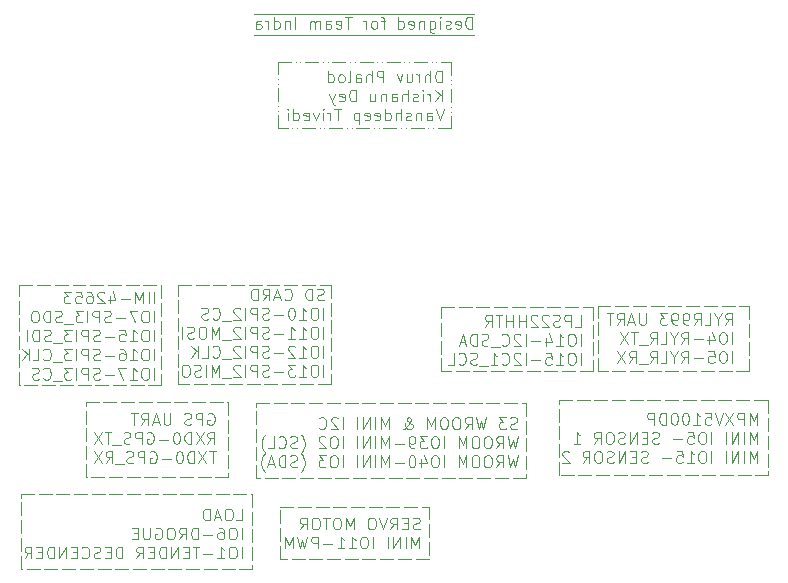
<source format=gbr>
%TF.GenerationSoftware,KiCad,Pcbnew,8.0.3*%
%TF.CreationDate,2025-02-14T19:05:39+05:30*%
%TF.ProjectId,Cyclohexane,4379636c-6f68-4657-9861-6e652e6b6963,rev?*%
%TF.SameCoordinates,Original*%
%TF.FileFunction,Legend,Bot*%
%TF.FilePolarity,Positive*%
%FSLAX46Y46*%
G04 Gerber Fmt 4.6, Leading zero omitted, Abs format (unit mm)*
G04 Created by KiCad (PCBNEW 8.0.3) date 2025-02-14 19:05:39*
%MOMM*%
%LPD*%
G01*
G04 APERTURE LIST*
%ADD10C,0.100000*%
G04 APERTURE END LIST*
D10*
X158875000Y-77950000D02*
X159975000Y-77950000D01*
X160375000Y-77950000D02*
X161475000Y-77950000D01*
X161875000Y-77950000D02*
X162975000Y-77950000D01*
X163375000Y-77950000D02*
X164475000Y-77950000D01*
X164875000Y-77950000D02*
X165975000Y-77950000D01*
X166375000Y-77950000D02*
X167475000Y-77950000D01*
X167875000Y-77950000D02*
X168975000Y-77950000D01*
X169375000Y-77950000D02*
X170475000Y-77950000D01*
X170875000Y-77950000D02*
X171975000Y-77950000D01*
X172375000Y-77950000D02*
X173475000Y-77950000D01*
X173875000Y-77950000D02*
X174975000Y-77950000D01*
X175375000Y-77950000D02*
X176475000Y-77950000D01*
X176625000Y-77950000D02*
X176625000Y-79050000D01*
X176625000Y-79450000D02*
X176625000Y-80550000D01*
X176625000Y-80950000D02*
X176625000Y-82050000D01*
X176625000Y-82450000D02*
X176625000Y-83550000D01*
X176625000Y-83950000D02*
X176625000Y-84250000D01*
X176625000Y-84250000D02*
X175525000Y-84250000D01*
X175125000Y-84250000D02*
X174025000Y-84250000D01*
X173625000Y-84250000D02*
X172525000Y-84250000D01*
X172125000Y-84250000D02*
X171025000Y-84250000D01*
X170625000Y-84250000D02*
X169525000Y-84250000D01*
X169125000Y-84250000D02*
X168025000Y-84250000D01*
X167625000Y-84250000D02*
X166525000Y-84250000D01*
X166125000Y-84250000D02*
X165025000Y-84250000D01*
X164625000Y-84250000D02*
X163525000Y-84250000D01*
X163125000Y-84250000D02*
X162025000Y-84250000D01*
X161625000Y-84250000D02*
X160525000Y-84250000D01*
X160125000Y-84250000D02*
X159025000Y-84250000D01*
X158875000Y-84250000D02*
X158875000Y-83150000D01*
X158875000Y-82750000D02*
X158875000Y-81650000D01*
X158875000Y-81250000D02*
X158875000Y-80150000D01*
X158875000Y-79750000D02*
X158875000Y-78650000D01*
X158875000Y-78250000D02*
X158875000Y-77950000D01*
X113325000Y-85850000D02*
X114425000Y-85850000D01*
X114825000Y-85850000D02*
X115925000Y-85850000D01*
X116325000Y-85850000D02*
X117425000Y-85850000D01*
X117825000Y-85850000D02*
X118925000Y-85850000D01*
X119325000Y-85850000D02*
X120425000Y-85850000D01*
X120825000Y-85850000D02*
X121925000Y-85850000D01*
X122325000Y-85850000D02*
X123425000Y-85850000D01*
X123825000Y-85850000D02*
X124925000Y-85850000D01*
X125325000Y-85850000D02*
X126425000Y-85850000D01*
X126825000Y-85850000D02*
X127925000Y-85850000D01*
X128325000Y-85850000D02*
X129425000Y-85850000D01*
X129825000Y-85850000D02*
X130925000Y-85850000D01*
X131325000Y-85850000D02*
X132425000Y-85850000D01*
X132825000Y-85850000D02*
X132925000Y-85850000D01*
X132925000Y-85850000D02*
X132925000Y-86950000D01*
X132925000Y-87350000D02*
X132925000Y-88450000D01*
X132925000Y-88850000D02*
X132925000Y-89950000D01*
X132925000Y-90350000D02*
X132925000Y-91450000D01*
X132925000Y-91850000D02*
X132925000Y-92175000D01*
X132925000Y-92175000D02*
X131825000Y-92175000D01*
X131425000Y-92175000D02*
X130325000Y-92175000D01*
X129925000Y-92175000D02*
X128825000Y-92175000D01*
X128425000Y-92175000D02*
X127325000Y-92175000D01*
X126925000Y-92175000D02*
X125825000Y-92175000D01*
X125425000Y-92175000D02*
X124325000Y-92175000D01*
X123925000Y-92175000D02*
X122825000Y-92175000D01*
X122425000Y-92175000D02*
X121325000Y-92175000D01*
X120925000Y-92175000D02*
X119825000Y-92175000D01*
X119425000Y-92175000D02*
X118325000Y-92175000D01*
X117925000Y-92175000D02*
X116825000Y-92175000D01*
X116425000Y-92175000D02*
X115325000Y-92175000D01*
X114925000Y-92175000D02*
X113825000Y-92175000D01*
X113425000Y-92175000D02*
X113325000Y-92175000D01*
X113325000Y-92175000D02*
X113325000Y-91075000D01*
X113325000Y-90675000D02*
X113325000Y-89575000D01*
X113325000Y-89175000D02*
X113325000Y-88075000D01*
X113325000Y-87675000D02*
X113325000Y-86575000D01*
X113325000Y-86175000D02*
X113325000Y-85850000D01*
X113200000Y-68200000D02*
X114300000Y-68200000D01*
X114700000Y-68200000D02*
X115800000Y-68200000D01*
X116200000Y-68200000D02*
X117300000Y-68200000D01*
X117700000Y-68200000D02*
X118800000Y-68200000D01*
X119200000Y-68200000D02*
X120300000Y-68200000D01*
X120700000Y-68200000D02*
X121800000Y-68200000D01*
X122200000Y-68200000D02*
X123300000Y-68200000D01*
X123700000Y-68200000D02*
X124800000Y-68200000D01*
X125200000Y-68200000D02*
X125225000Y-68200000D01*
X125225000Y-68200000D02*
X125225000Y-69300000D01*
X125225000Y-69700000D02*
X125225000Y-70800000D01*
X125225000Y-71200000D02*
X125225000Y-72300000D01*
X125225000Y-72700000D02*
X125225000Y-73800000D01*
X125225000Y-74200000D02*
X125225000Y-75300000D01*
X125225000Y-75700000D02*
X125225000Y-76600000D01*
X125225000Y-76600000D02*
X124125000Y-76600000D01*
X123725000Y-76600000D02*
X122625000Y-76600000D01*
X122225000Y-76600000D02*
X121125000Y-76600000D01*
X120725000Y-76600000D02*
X119625000Y-76600000D01*
X119225000Y-76600000D02*
X118125000Y-76600000D01*
X117725000Y-76600000D02*
X116625000Y-76600000D01*
X116225000Y-76600000D02*
X115125000Y-76600000D01*
X114725000Y-76600000D02*
X113625000Y-76600000D01*
X113225000Y-76600000D02*
X113200000Y-76600000D01*
X113200000Y-76600000D02*
X113200000Y-75500000D01*
X113200000Y-75100000D02*
X113200000Y-74000000D01*
X113200000Y-73600000D02*
X113200000Y-72500000D01*
X113200000Y-72100000D02*
X113200000Y-71000000D01*
X113200000Y-70600000D02*
X113200000Y-69500000D01*
X113200000Y-69100000D02*
X113200000Y-68200000D01*
X162150000Y-69975000D02*
X163250000Y-69975000D01*
X163650000Y-69975000D02*
X164750000Y-69975000D01*
X165150000Y-69975000D02*
X166250000Y-69975000D01*
X166650000Y-69975000D02*
X167750000Y-69975000D01*
X168150000Y-69975000D02*
X169250000Y-69975000D01*
X169650000Y-69975000D02*
X170750000Y-69975000D01*
X171150000Y-69975000D02*
X172250000Y-69975000D01*
X172650000Y-69975000D02*
X173750000Y-69975000D01*
X174150000Y-69975000D02*
X175000000Y-69975000D01*
X175000000Y-69975000D02*
X175000000Y-71075000D01*
X175000000Y-71475000D02*
X175000000Y-72575000D01*
X175000000Y-72975000D02*
X175000000Y-74075000D01*
X175000000Y-74475000D02*
X175000000Y-75425000D01*
X175000000Y-75425000D02*
X173900000Y-75425000D01*
X173500000Y-75425000D02*
X172400000Y-75425000D01*
X172000000Y-75425000D02*
X170900000Y-75425000D01*
X170500000Y-75425000D02*
X169400000Y-75425000D01*
X169000000Y-75425000D02*
X167900000Y-75425000D01*
X167500000Y-75425000D02*
X166400000Y-75425000D01*
X166000000Y-75425000D02*
X164900000Y-75425000D01*
X164500000Y-75425000D02*
X163400000Y-75425000D01*
X163000000Y-75425000D02*
X162150000Y-75425000D01*
X162150000Y-75425000D02*
X162150000Y-74325000D01*
X162150000Y-73925000D02*
X162150000Y-72825000D01*
X162150000Y-72425000D02*
X162150000Y-71325000D01*
X162150000Y-70925000D02*
X162150000Y-69975000D01*
X126625000Y-68175000D02*
X127725000Y-68175000D01*
X128125000Y-68175000D02*
X129225000Y-68175000D01*
X129625000Y-68175000D02*
X130725000Y-68175000D01*
X131125000Y-68175000D02*
X132225000Y-68175000D01*
X132625000Y-68175000D02*
X133725000Y-68175000D01*
X134125000Y-68175000D02*
X135225000Y-68175000D01*
X135625000Y-68175000D02*
X136725000Y-68175000D01*
X137125000Y-68175000D02*
X138225000Y-68175000D01*
X138625000Y-68175000D02*
X139550000Y-68175000D01*
X139550000Y-68175000D02*
X139550000Y-69275000D01*
X139550000Y-69675000D02*
X139550000Y-70775000D01*
X139550000Y-71175000D02*
X139550000Y-72275000D01*
X139550000Y-72675000D02*
X139550000Y-73775000D01*
X139550000Y-74175000D02*
X139550000Y-75275000D01*
X139550000Y-75675000D02*
X139550000Y-76575000D01*
X139550000Y-76575000D02*
X138450000Y-76575000D01*
X138050000Y-76575000D02*
X136950000Y-76575000D01*
X136550000Y-76575000D02*
X135450000Y-76575000D01*
X135050000Y-76575000D02*
X133950000Y-76575000D01*
X133550000Y-76575000D02*
X132450000Y-76575000D01*
X132050000Y-76575000D02*
X130950000Y-76575000D01*
X130550000Y-76575000D02*
X129450000Y-76575000D01*
X129050000Y-76575000D02*
X127950000Y-76575000D01*
X127550000Y-76575000D02*
X126625000Y-76575000D01*
X126625000Y-76575000D02*
X126625000Y-75475000D01*
X126625000Y-75075000D02*
X126625000Y-73975000D01*
X126625000Y-73575000D02*
X126625000Y-72475000D01*
X126625000Y-72075000D02*
X126625000Y-70975000D01*
X126625000Y-70575000D02*
X126625000Y-69475000D01*
X126625000Y-69075000D02*
X126625000Y-68175000D01*
X133100000Y-45225000D02*
X151675000Y-45225000D01*
X118812500Y-78075000D02*
X119912500Y-78075000D01*
X120312500Y-78075000D02*
X121412500Y-78075000D01*
X121812500Y-78075000D02*
X122912500Y-78075000D01*
X123312500Y-78075000D02*
X124412500Y-78075000D01*
X124812500Y-78075000D02*
X125912500Y-78075000D01*
X126312500Y-78075000D02*
X127412500Y-78075000D01*
X127812500Y-78075000D02*
X128912500Y-78075000D01*
X129312500Y-78075000D02*
X130412500Y-78075000D01*
X130812500Y-78075000D02*
X130887500Y-78075000D01*
X130887500Y-78075000D02*
X130887500Y-79175000D01*
X130887500Y-79575000D02*
X130887500Y-80675000D01*
X130887500Y-81075000D02*
X130887500Y-82175000D01*
X130887500Y-82575000D02*
X130887500Y-83675000D01*
X130887500Y-84075000D02*
X130887500Y-84400000D01*
X130887500Y-84400000D02*
X129787500Y-84400000D01*
X129387500Y-84400000D02*
X128287500Y-84400000D01*
X127887500Y-84400000D02*
X126787500Y-84400000D01*
X126387500Y-84400000D02*
X125287500Y-84400000D01*
X124887500Y-84400000D02*
X123787500Y-84400000D01*
X123387500Y-84400000D02*
X122287500Y-84400000D01*
X121887500Y-84400000D02*
X120787500Y-84400000D01*
X120387500Y-84400000D02*
X119287500Y-84400000D01*
X118887500Y-84400000D02*
X118812500Y-84400000D01*
X118812500Y-84400000D02*
X118812500Y-83300000D01*
X118812500Y-82900000D02*
X118812500Y-81800000D01*
X118812500Y-81400000D02*
X118812500Y-80300000D01*
X118812500Y-79900000D02*
X118812500Y-78800000D01*
X118812500Y-78400000D02*
X118812500Y-78075000D01*
X148900000Y-70025000D02*
X150000000Y-70025000D01*
X150400000Y-70025000D02*
X151500000Y-70025000D01*
X151900000Y-70025000D02*
X153000000Y-70025000D01*
X153400000Y-70025000D02*
X154500000Y-70025000D01*
X154900000Y-70025000D02*
X156000000Y-70025000D01*
X156400000Y-70025000D02*
X157500000Y-70025000D01*
X157900000Y-70025000D02*
X159000000Y-70025000D01*
X159400000Y-70025000D02*
X160500000Y-70025000D01*
X160900000Y-70025000D02*
X161750000Y-70025000D01*
X161750000Y-70025000D02*
X161750000Y-71125000D01*
X161750000Y-71525000D02*
X161750000Y-72625000D01*
X161750000Y-73025000D02*
X161750000Y-74125000D01*
X161750000Y-74525000D02*
X161750000Y-75475000D01*
X161750000Y-75475000D02*
X160650000Y-75475000D01*
X160250000Y-75475000D02*
X159150000Y-75475000D01*
X158750000Y-75475000D02*
X157650000Y-75475000D01*
X157250000Y-75475000D02*
X156150000Y-75475000D01*
X155750000Y-75475000D02*
X154650000Y-75475000D01*
X154250000Y-75475000D02*
X153150000Y-75475000D01*
X152750000Y-75475000D02*
X151650000Y-75475000D01*
X151250000Y-75475000D02*
X150150000Y-75475000D01*
X149750000Y-75475000D02*
X148900000Y-75475000D01*
X148900000Y-75475000D02*
X148900000Y-74375000D01*
X148900000Y-73975000D02*
X148900000Y-72875000D01*
X148900000Y-72475000D02*
X148900000Y-71375000D01*
X148900000Y-70975000D02*
X148900000Y-70025000D01*
X133237500Y-78150000D02*
X134337500Y-78150000D01*
X134737500Y-78150000D02*
X135837500Y-78150000D01*
X136237500Y-78150000D02*
X137337500Y-78150000D01*
X137737500Y-78150000D02*
X138837500Y-78150000D01*
X139237500Y-78150000D02*
X140337500Y-78150000D01*
X140737500Y-78150000D02*
X141837500Y-78150000D01*
X142237500Y-78150000D02*
X143337500Y-78150000D01*
X143737500Y-78150000D02*
X144837500Y-78150000D01*
X145237500Y-78150000D02*
X146337500Y-78150000D01*
X146737500Y-78150000D02*
X147837500Y-78150000D01*
X148237500Y-78150000D02*
X149337500Y-78150000D01*
X149737500Y-78150000D02*
X150837500Y-78150000D01*
X151237500Y-78150000D02*
X152337500Y-78150000D01*
X152737500Y-78150000D02*
X153837500Y-78150000D01*
X154237500Y-78150000D02*
X155337500Y-78150000D01*
X155737500Y-78150000D02*
X156062500Y-78150000D01*
X156062500Y-78150000D02*
X156062500Y-79250000D01*
X156062500Y-79650000D02*
X156062500Y-80750000D01*
X156062500Y-81150000D02*
X156062500Y-82250000D01*
X156062500Y-82650000D02*
X156062500Y-83750000D01*
X156062500Y-84150000D02*
X156062500Y-84475000D01*
X156062500Y-84475000D02*
X154962500Y-84475000D01*
X154562500Y-84475000D02*
X153462500Y-84475000D01*
X153062500Y-84475000D02*
X151962500Y-84475000D01*
X151562500Y-84475000D02*
X150462500Y-84475000D01*
X150062500Y-84475000D02*
X148962500Y-84475000D01*
X148562500Y-84475000D02*
X147462500Y-84475000D01*
X147062500Y-84475000D02*
X145962500Y-84475000D01*
X145562500Y-84475000D02*
X144462500Y-84475000D01*
X144062500Y-84475000D02*
X142962500Y-84475000D01*
X142562500Y-84475000D02*
X141462500Y-84475000D01*
X141062500Y-84475000D02*
X139962500Y-84475000D01*
X139562500Y-84475000D02*
X138462500Y-84475000D01*
X138062500Y-84475000D02*
X136962500Y-84475000D01*
X136562500Y-84475000D02*
X135462500Y-84475000D01*
X135062500Y-84475000D02*
X133962500Y-84475000D01*
X133562500Y-84475000D02*
X133237500Y-84475000D01*
X133237500Y-84475000D02*
X133237500Y-83375000D01*
X133237500Y-82975000D02*
X133237500Y-81875000D01*
X133237500Y-81475000D02*
X133237500Y-80375000D01*
X133237500Y-79975000D02*
X133237500Y-78875000D01*
X133237500Y-78475000D02*
X133237500Y-78150000D01*
X133100000Y-46975000D02*
X151675000Y-46975000D01*
X135100000Y-49287500D02*
X136200000Y-49287500D01*
X136600000Y-49287500D02*
X136600000Y-49287500D01*
X137000000Y-49287500D02*
X137000000Y-49287500D01*
X137400000Y-49287500D02*
X138500000Y-49287500D01*
X138900000Y-49287500D02*
X138900000Y-49287500D01*
X139300000Y-49287500D02*
X139300000Y-49287500D01*
X139700000Y-49287500D02*
X140800000Y-49287500D01*
X141200000Y-49287500D02*
X141200000Y-49287500D01*
X141600000Y-49287500D02*
X141600000Y-49287500D01*
X142000000Y-49287500D02*
X143100000Y-49287500D01*
X143500000Y-49287500D02*
X143500000Y-49287500D01*
X143900000Y-49287500D02*
X143900000Y-49287500D01*
X144300000Y-49287500D02*
X145400000Y-49287500D01*
X145800000Y-49287500D02*
X145800000Y-49287500D01*
X146200000Y-49287500D02*
X146200000Y-49287500D01*
X146600000Y-49287500D02*
X147700000Y-49287500D01*
X148100000Y-49287500D02*
X148100000Y-49287500D01*
X148500000Y-49287500D02*
X148500000Y-49287500D01*
X148900000Y-49287500D02*
X149725000Y-49287500D01*
X149725000Y-49287500D02*
X149725000Y-50387500D01*
X149725000Y-50787500D02*
X149725000Y-50787500D01*
X149725000Y-51187500D02*
X149725000Y-51187500D01*
X149725000Y-51587500D02*
X149725000Y-52687500D01*
X149725000Y-53087500D02*
X149725000Y-53087500D01*
X149725000Y-53487500D02*
X149725000Y-53487500D01*
X149725000Y-53887500D02*
X149725000Y-54912500D01*
X149725000Y-54912500D02*
X148625000Y-54912500D01*
X148225000Y-54912500D02*
X148225000Y-54912500D01*
X147825000Y-54912500D02*
X147825000Y-54912500D01*
X147425000Y-54912500D02*
X146325000Y-54912500D01*
X145925000Y-54912500D02*
X145925000Y-54912500D01*
X145525000Y-54912500D02*
X145525000Y-54912500D01*
X145125000Y-54912500D02*
X144025000Y-54912500D01*
X143625000Y-54912500D02*
X143625000Y-54912500D01*
X143225000Y-54912500D02*
X143225000Y-54912500D01*
X142825000Y-54912500D02*
X141725000Y-54912500D01*
X141325000Y-54912500D02*
X141325000Y-54912500D01*
X140925000Y-54912500D02*
X140925000Y-54912500D01*
X140525000Y-54912500D02*
X139425000Y-54912500D01*
X139025000Y-54912500D02*
X139025000Y-54912500D01*
X138625000Y-54912500D02*
X138625000Y-54912500D01*
X138225000Y-54912500D02*
X137125000Y-54912500D01*
X136725000Y-54912500D02*
X136725000Y-54912500D01*
X136325000Y-54912500D02*
X136325000Y-54912500D01*
X135925000Y-54912500D02*
X135100000Y-54912500D01*
X135100000Y-54912500D02*
X135100000Y-53812500D01*
X135100000Y-53412500D02*
X135100000Y-53412500D01*
X135100000Y-53012500D02*
X135100000Y-53012500D01*
X135100000Y-52612500D02*
X135100000Y-51512500D01*
X135100000Y-51112500D02*
X135100000Y-51112500D01*
X135100000Y-50712500D02*
X135100000Y-50712500D01*
X135100000Y-50312500D02*
X135100000Y-49287500D01*
X135275000Y-86925000D02*
X136375000Y-86925000D01*
X136775000Y-86925000D02*
X137875000Y-86925000D01*
X138275000Y-86925000D02*
X139375000Y-86925000D01*
X139775000Y-86925000D02*
X140875000Y-86925000D01*
X141275000Y-86925000D02*
X142375000Y-86925000D01*
X142775000Y-86925000D02*
X143875000Y-86925000D01*
X144275000Y-86925000D02*
X145375000Y-86925000D01*
X145775000Y-86925000D02*
X146875000Y-86925000D01*
X147275000Y-86925000D02*
X147850000Y-86925000D01*
X147850000Y-86925000D02*
X147850000Y-88025000D01*
X147850000Y-88425000D02*
X147850000Y-89525000D01*
X147850000Y-89925000D02*
X147850000Y-91025000D01*
X147850000Y-91350000D02*
X146750000Y-91350000D01*
X146350000Y-91350000D02*
X145250000Y-91350000D01*
X144850000Y-91350000D02*
X143750000Y-91350000D01*
X143350000Y-91350000D02*
X142250000Y-91350000D01*
X141850000Y-91350000D02*
X140750000Y-91350000D01*
X140350000Y-91350000D02*
X139250000Y-91350000D01*
X138850000Y-91350000D02*
X137750000Y-91350000D01*
X137350000Y-91350000D02*
X136250000Y-91350000D01*
X135850000Y-91350000D02*
X135275000Y-91350000D01*
X135275000Y-91350000D02*
X135275000Y-90250000D01*
X135275000Y-89850000D02*
X135275000Y-88750000D01*
X135275000Y-88350000D02*
X135275000Y-87250000D01*
X160244925Y-71702531D02*
X160721115Y-71702531D01*
X160721115Y-71702531D02*
X160721115Y-70702531D01*
X159911591Y-71702531D02*
X159911591Y-70702531D01*
X159911591Y-70702531D02*
X159530639Y-70702531D01*
X159530639Y-70702531D02*
X159435401Y-70750150D01*
X159435401Y-70750150D02*
X159387782Y-70797769D01*
X159387782Y-70797769D02*
X159340163Y-70893007D01*
X159340163Y-70893007D02*
X159340163Y-71035864D01*
X159340163Y-71035864D02*
X159387782Y-71131102D01*
X159387782Y-71131102D02*
X159435401Y-71178721D01*
X159435401Y-71178721D02*
X159530639Y-71226340D01*
X159530639Y-71226340D02*
X159911591Y-71226340D01*
X158959210Y-71654912D02*
X158816353Y-71702531D01*
X158816353Y-71702531D02*
X158578258Y-71702531D01*
X158578258Y-71702531D02*
X158483020Y-71654912D01*
X158483020Y-71654912D02*
X158435401Y-71607292D01*
X158435401Y-71607292D02*
X158387782Y-71512054D01*
X158387782Y-71512054D02*
X158387782Y-71416816D01*
X158387782Y-71416816D02*
X158435401Y-71321578D01*
X158435401Y-71321578D02*
X158483020Y-71273959D01*
X158483020Y-71273959D02*
X158578258Y-71226340D01*
X158578258Y-71226340D02*
X158768734Y-71178721D01*
X158768734Y-71178721D02*
X158863972Y-71131102D01*
X158863972Y-71131102D02*
X158911591Y-71083483D01*
X158911591Y-71083483D02*
X158959210Y-70988245D01*
X158959210Y-70988245D02*
X158959210Y-70893007D01*
X158959210Y-70893007D02*
X158911591Y-70797769D01*
X158911591Y-70797769D02*
X158863972Y-70750150D01*
X158863972Y-70750150D02*
X158768734Y-70702531D01*
X158768734Y-70702531D02*
X158530639Y-70702531D01*
X158530639Y-70702531D02*
X158387782Y-70750150D01*
X158006829Y-70797769D02*
X157959210Y-70750150D01*
X157959210Y-70750150D02*
X157863972Y-70702531D01*
X157863972Y-70702531D02*
X157625877Y-70702531D01*
X157625877Y-70702531D02*
X157530639Y-70750150D01*
X157530639Y-70750150D02*
X157483020Y-70797769D01*
X157483020Y-70797769D02*
X157435401Y-70893007D01*
X157435401Y-70893007D02*
X157435401Y-70988245D01*
X157435401Y-70988245D02*
X157483020Y-71131102D01*
X157483020Y-71131102D02*
X158054448Y-71702531D01*
X158054448Y-71702531D02*
X157435401Y-71702531D01*
X157054448Y-70797769D02*
X157006829Y-70750150D01*
X157006829Y-70750150D02*
X156911591Y-70702531D01*
X156911591Y-70702531D02*
X156673496Y-70702531D01*
X156673496Y-70702531D02*
X156578258Y-70750150D01*
X156578258Y-70750150D02*
X156530639Y-70797769D01*
X156530639Y-70797769D02*
X156483020Y-70893007D01*
X156483020Y-70893007D02*
X156483020Y-70988245D01*
X156483020Y-70988245D02*
X156530639Y-71131102D01*
X156530639Y-71131102D02*
X157102067Y-71702531D01*
X157102067Y-71702531D02*
X156483020Y-71702531D01*
X156054448Y-71702531D02*
X156054448Y-70702531D01*
X156054448Y-71178721D02*
X155483020Y-71178721D01*
X155483020Y-71702531D02*
X155483020Y-70702531D01*
X155006829Y-71702531D02*
X155006829Y-70702531D01*
X155006829Y-71178721D02*
X154435401Y-71178721D01*
X154435401Y-71702531D02*
X154435401Y-70702531D01*
X154102067Y-70702531D02*
X153530639Y-70702531D01*
X153816353Y-71702531D02*
X153816353Y-70702531D01*
X152625877Y-71702531D02*
X152959210Y-71226340D01*
X153197305Y-71702531D02*
X153197305Y-70702531D01*
X153197305Y-70702531D02*
X152816353Y-70702531D01*
X152816353Y-70702531D02*
X152721115Y-70750150D01*
X152721115Y-70750150D02*
X152673496Y-70797769D01*
X152673496Y-70797769D02*
X152625877Y-70893007D01*
X152625877Y-70893007D02*
X152625877Y-71035864D01*
X152625877Y-71035864D02*
X152673496Y-71131102D01*
X152673496Y-71131102D02*
X152721115Y-71178721D01*
X152721115Y-71178721D02*
X152816353Y-71226340D01*
X152816353Y-71226340D02*
X153197305Y-71226340D01*
X160721115Y-73312475D02*
X160721115Y-72312475D01*
X160054449Y-72312475D02*
X159863973Y-72312475D01*
X159863973Y-72312475D02*
X159768735Y-72360094D01*
X159768735Y-72360094D02*
X159673497Y-72455332D01*
X159673497Y-72455332D02*
X159625878Y-72645808D01*
X159625878Y-72645808D02*
X159625878Y-72979141D01*
X159625878Y-72979141D02*
X159673497Y-73169617D01*
X159673497Y-73169617D02*
X159768735Y-73264856D01*
X159768735Y-73264856D02*
X159863973Y-73312475D01*
X159863973Y-73312475D02*
X160054449Y-73312475D01*
X160054449Y-73312475D02*
X160149687Y-73264856D01*
X160149687Y-73264856D02*
X160244925Y-73169617D01*
X160244925Y-73169617D02*
X160292544Y-72979141D01*
X160292544Y-72979141D02*
X160292544Y-72645808D01*
X160292544Y-72645808D02*
X160244925Y-72455332D01*
X160244925Y-72455332D02*
X160149687Y-72360094D01*
X160149687Y-72360094D02*
X160054449Y-72312475D01*
X158673497Y-73312475D02*
X159244925Y-73312475D01*
X158959211Y-73312475D02*
X158959211Y-72312475D01*
X158959211Y-72312475D02*
X159054449Y-72455332D01*
X159054449Y-72455332D02*
X159149687Y-72550570D01*
X159149687Y-72550570D02*
X159244925Y-72598189D01*
X157816354Y-72645808D02*
X157816354Y-73312475D01*
X158054449Y-72264856D02*
X158292544Y-72979141D01*
X158292544Y-72979141D02*
X157673497Y-72979141D01*
X157292544Y-72931522D02*
X156530640Y-72931522D01*
X156054449Y-73312475D02*
X156054449Y-72312475D01*
X155625878Y-72407713D02*
X155578259Y-72360094D01*
X155578259Y-72360094D02*
X155483021Y-72312475D01*
X155483021Y-72312475D02*
X155244926Y-72312475D01*
X155244926Y-72312475D02*
X155149688Y-72360094D01*
X155149688Y-72360094D02*
X155102069Y-72407713D01*
X155102069Y-72407713D02*
X155054450Y-72502951D01*
X155054450Y-72502951D02*
X155054450Y-72598189D01*
X155054450Y-72598189D02*
X155102069Y-72741046D01*
X155102069Y-72741046D02*
X155673497Y-73312475D01*
X155673497Y-73312475D02*
X155054450Y-73312475D01*
X154054450Y-73217236D02*
X154102069Y-73264856D01*
X154102069Y-73264856D02*
X154244926Y-73312475D01*
X154244926Y-73312475D02*
X154340164Y-73312475D01*
X154340164Y-73312475D02*
X154483021Y-73264856D01*
X154483021Y-73264856D02*
X154578259Y-73169617D01*
X154578259Y-73169617D02*
X154625878Y-73074379D01*
X154625878Y-73074379D02*
X154673497Y-72883903D01*
X154673497Y-72883903D02*
X154673497Y-72741046D01*
X154673497Y-72741046D02*
X154625878Y-72550570D01*
X154625878Y-72550570D02*
X154578259Y-72455332D01*
X154578259Y-72455332D02*
X154483021Y-72360094D01*
X154483021Y-72360094D02*
X154340164Y-72312475D01*
X154340164Y-72312475D02*
X154244926Y-72312475D01*
X154244926Y-72312475D02*
X154102069Y-72360094D01*
X154102069Y-72360094D02*
X154054450Y-72407713D01*
X153863974Y-73407713D02*
X153102069Y-73407713D01*
X152911592Y-73264856D02*
X152768735Y-73312475D01*
X152768735Y-73312475D02*
X152530640Y-73312475D01*
X152530640Y-73312475D02*
X152435402Y-73264856D01*
X152435402Y-73264856D02*
X152387783Y-73217236D01*
X152387783Y-73217236D02*
X152340164Y-73121998D01*
X152340164Y-73121998D02*
X152340164Y-73026760D01*
X152340164Y-73026760D02*
X152387783Y-72931522D01*
X152387783Y-72931522D02*
X152435402Y-72883903D01*
X152435402Y-72883903D02*
X152530640Y-72836284D01*
X152530640Y-72836284D02*
X152721116Y-72788665D01*
X152721116Y-72788665D02*
X152816354Y-72741046D01*
X152816354Y-72741046D02*
X152863973Y-72693427D01*
X152863973Y-72693427D02*
X152911592Y-72598189D01*
X152911592Y-72598189D02*
X152911592Y-72502951D01*
X152911592Y-72502951D02*
X152863973Y-72407713D01*
X152863973Y-72407713D02*
X152816354Y-72360094D01*
X152816354Y-72360094D02*
X152721116Y-72312475D01*
X152721116Y-72312475D02*
X152483021Y-72312475D01*
X152483021Y-72312475D02*
X152340164Y-72360094D01*
X151911592Y-73312475D02*
X151911592Y-72312475D01*
X151911592Y-72312475D02*
X151673497Y-72312475D01*
X151673497Y-72312475D02*
X151530640Y-72360094D01*
X151530640Y-72360094D02*
X151435402Y-72455332D01*
X151435402Y-72455332D02*
X151387783Y-72550570D01*
X151387783Y-72550570D02*
X151340164Y-72741046D01*
X151340164Y-72741046D02*
X151340164Y-72883903D01*
X151340164Y-72883903D02*
X151387783Y-73074379D01*
X151387783Y-73074379D02*
X151435402Y-73169617D01*
X151435402Y-73169617D02*
X151530640Y-73264856D01*
X151530640Y-73264856D02*
X151673497Y-73312475D01*
X151673497Y-73312475D02*
X151911592Y-73312475D01*
X150959211Y-73026760D02*
X150483021Y-73026760D01*
X151054449Y-73312475D02*
X150721116Y-72312475D01*
X150721116Y-72312475D02*
X150387783Y-73312475D01*
X160721115Y-74922419D02*
X160721115Y-73922419D01*
X160054449Y-73922419D02*
X159863973Y-73922419D01*
X159863973Y-73922419D02*
X159768735Y-73970038D01*
X159768735Y-73970038D02*
X159673497Y-74065276D01*
X159673497Y-74065276D02*
X159625878Y-74255752D01*
X159625878Y-74255752D02*
X159625878Y-74589085D01*
X159625878Y-74589085D02*
X159673497Y-74779561D01*
X159673497Y-74779561D02*
X159768735Y-74874800D01*
X159768735Y-74874800D02*
X159863973Y-74922419D01*
X159863973Y-74922419D02*
X160054449Y-74922419D01*
X160054449Y-74922419D02*
X160149687Y-74874800D01*
X160149687Y-74874800D02*
X160244925Y-74779561D01*
X160244925Y-74779561D02*
X160292544Y-74589085D01*
X160292544Y-74589085D02*
X160292544Y-74255752D01*
X160292544Y-74255752D02*
X160244925Y-74065276D01*
X160244925Y-74065276D02*
X160149687Y-73970038D01*
X160149687Y-73970038D02*
X160054449Y-73922419D01*
X158673497Y-74922419D02*
X159244925Y-74922419D01*
X158959211Y-74922419D02*
X158959211Y-73922419D01*
X158959211Y-73922419D02*
X159054449Y-74065276D01*
X159054449Y-74065276D02*
X159149687Y-74160514D01*
X159149687Y-74160514D02*
X159244925Y-74208133D01*
X157768735Y-73922419D02*
X158244925Y-73922419D01*
X158244925Y-73922419D02*
X158292544Y-74398609D01*
X158292544Y-74398609D02*
X158244925Y-74350990D01*
X158244925Y-74350990D02*
X158149687Y-74303371D01*
X158149687Y-74303371D02*
X157911592Y-74303371D01*
X157911592Y-74303371D02*
X157816354Y-74350990D01*
X157816354Y-74350990D02*
X157768735Y-74398609D01*
X157768735Y-74398609D02*
X157721116Y-74493847D01*
X157721116Y-74493847D02*
X157721116Y-74731942D01*
X157721116Y-74731942D02*
X157768735Y-74827180D01*
X157768735Y-74827180D02*
X157816354Y-74874800D01*
X157816354Y-74874800D02*
X157911592Y-74922419D01*
X157911592Y-74922419D02*
X158149687Y-74922419D01*
X158149687Y-74922419D02*
X158244925Y-74874800D01*
X158244925Y-74874800D02*
X158292544Y-74827180D01*
X157292544Y-74541466D02*
X156530640Y-74541466D01*
X156054449Y-74922419D02*
X156054449Y-73922419D01*
X155625878Y-74017657D02*
X155578259Y-73970038D01*
X155578259Y-73970038D02*
X155483021Y-73922419D01*
X155483021Y-73922419D02*
X155244926Y-73922419D01*
X155244926Y-73922419D02*
X155149688Y-73970038D01*
X155149688Y-73970038D02*
X155102069Y-74017657D01*
X155102069Y-74017657D02*
X155054450Y-74112895D01*
X155054450Y-74112895D02*
X155054450Y-74208133D01*
X155054450Y-74208133D02*
X155102069Y-74350990D01*
X155102069Y-74350990D02*
X155673497Y-74922419D01*
X155673497Y-74922419D02*
X155054450Y-74922419D01*
X154054450Y-74827180D02*
X154102069Y-74874800D01*
X154102069Y-74874800D02*
X154244926Y-74922419D01*
X154244926Y-74922419D02*
X154340164Y-74922419D01*
X154340164Y-74922419D02*
X154483021Y-74874800D01*
X154483021Y-74874800D02*
X154578259Y-74779561D01*
X154578259Y-74779561D02*
X154625878Y-74684323D01*
X154625878Y-74684323D02*
X154673497Y-74493847D01*
X154673497Y-74493847D02*
X154673497Y-74350990D01*
X154673497Y-74350990D02*
X154625878Y-74160514D01*
X154625878Y-74160514D02*
X154578259Y-74065276D01*
X154578259Y-74065276D02*
X154483021Y-73970038D01*
X154483021Y-73970038D02*
X154340164Y-73922419D01*
X154340164Y-73922419D02*
X154244926Y-73922419D01*
X154244926Y-73922419D02*
X154102069Y-73970038D01*
X154102069Y-73970038D02*
X154054450Y-74017657D01*
X153102069Y-74922419D02*
X153673497Y-74922419D01*
X153387783Y-74922419D02*
X153387783Y-73922419D01*
X153387783Y-73922419D02*
X153483021Y-74065276D01*
X153483021Y-74065276D02*
X153578259Y-74160514D01*
X153578259Y-74160514D02*
X153673497Y-74208133D01*
X152911593Y-75017657D02*
X152149688Y-75017657D01*
X151959211Y-74874800D02*
X151816354Y-74922419D01*
X151816354Y-74922419D02*
X151578259Y-74922419D01*
X151578259Y-74922419D02*
X151483021Y-74874800D01*
X151483021Y-74874800D02*
X151435402Y-74827180D01*
X151435402Y-74827180D02*
X151387783Y-74731942D01*
X151387783Y-74731942D02*
X151387783Y-74636704D01*
X151387783Y-74636704D02*
X151435402Y-74541466D01*
X151435402Y-74541466D02*
X151483021Y-74493847D01*
X151483021Y-74493847D02*
X151578259Y-74446228D01*
X151578259Y-74446228D02*
X151768735Y-74398609D01*
X151768735Y-74398609D02*
X151863973Y-74350990D01*
X151863973Y-74350990D02*
X151911592Y-74303371D01*
X151911592Y-74303371D02*
X151959211Y-74208133D01*
X151959211Y-74208133D02*
X151959211Y-74112895D01*
X151959211Y-74112895D02*
X151911592Y-74017657D01*
X151911592Y-74017657D02*
X151863973Y-73970038D01*
X151863973Y-73970038D02*
X151768735Y-73922419D01*
X151768735Y-73922419D02*
X151530640Y-73922419D01*
X151530640Y-73922419D02*
X151387783Y-73970038D01*
X150387783Y-74827180D02*
X150435402Y-74874800D01*
X150435402Y-74874800D02*
X150578259Y-74922419D01*
X150578259Y-74922419D02*
X150673497Y-74922419D01*
X150673497Y-74922419D02*
X150816354Y-74874800D01*
X150816354Y-74874800D02*
X150911592Y-74779561D01*
X150911592Y-74779561D02*
X150959211Y-74684323D01*
X150959211Y-74684323D02*
X151006830Y-74493847D01*
X151006830Y-74493847D02*
X151006830Y-74350990D01*
X151006830Y-74350990D02*
X150959211Y-74160514D01*
X150959211Y-74160514D02*
X150911592Y-74065276D01*
X150911592Y-74065276D02*
X150816354Y-73970038D01*
X150816354Y-73970038D02*
X150673497Y-73922419D01*
X150673497Y-73922419D02*
X150578259Y-73922419D01*
X150578259Y-73922419D02*
X150435402Y-73970038D01*
X150435402Y-73970038D02*
X150387783Y-74017657D01*
X149483021Y-74922419D02*
X149959211Y-74922419D01*
X149959211Y-74922419D02*
X149959211Y-73922419D01*
X175696115Y-80002531D02*
X175696115Y-79002531D01*
X175696115Y-79002531D02*
X175362782Y-79716816D01*
X175362782Y-79716816D02*
X175029449Y-79002531D01*
X175029449Y-79002531D02*
X175029449Y-80002531D01*
X174553258Y-80002531D02*
X174553258Y-79002531D01*
X174553258Y-79002531D02*
X174172306Y-79002531D01*
X174172306Y-79002531D02*
X174077068Y-79050150D01*
X174077068Y-79050150D02*
X174029449Y-79097769D01*
X174029449Y-79097769D02*
X173981830Y-79193007D01*
X173981830Y-79193007D02*
X173981830Y-79335864D01*
X173981830Y-79335864D02*
X174029449Y-79431102D01*
X174029449Y-79431102D02*
X174077068Y-79478721D01*
X174077068Y-79478721D02*
X174172306Y-79526340D01*
X174172306Y-79526340D02*
X174553258Y-79526340D01*
X173648496Y-79002531D02*
X172981830Y-80002531D01*
X172981830Y-79002531D02*
X173648496Y-80002531D01*
X172743734Y-79002531D02*
X172410401Y-80002531D01*
X172410401Y-80002531D02*
X172077068Y-79002531D01*
X171267544Y-79002531D02*
X171743734Y-79002531D01*
X171743734Y-79002531D02*
X171791353Y-79478721D01*
X171791353Y-79478721D02*
X171743734Y-79431102D01*
X171743734Y-79431102D02*
X171648496Y-79383483D01*
X171648496Y-79383483D02*
X171410401Y-79383483D01*
X171410401Y-79383483D02*
X171315163Y-79431102D01*
X171315163Y-79431102D02*
X171267544Y-79478721D01*
X171267544Y-79478721D02*
X171219925Y-79573959D01*
X171219925Y-79573959D02*
X171219925Y-79812054D01*
X171219925Y-79812054D02*
X171267544Y-79907292D01*
X171267544Y-79907292D02*
X171315163Y-79954912D01*
X171315163Y-79954912D02*
X171410401Y-80002531D01*
X171410401Y-80002531D02*
X171648496Y-80002531D01*
X171648496Y-80002531D02*
X171743734Y-79954912D01*
X171743734Y-79954912D02*
X171791353Y-79907292D01*
X170267544Y-80002531D02*
X170838972Y-80002531D01*
X170553258Y-80002531D02*
X170553258Y-79002531D01*
X170553258Y-79002531D02*
X170648496Y-79145388D01*
X170648496Y-79145388D02*
X170743734Y-79240626D01*
X170743734Y-79240626D02*
X170838972Y-79288245D01*
X169648496Y-79002531D02*
X169553258Y-79002531D01*
X169553258Y-79002531D02*
X169458020Y-79050150D01*
X169458020Y-79050150D02*
X169410401Y-79097769D01*
X169410401Y-79097769D02*
X169362782Y-79193007D01*
X169362782Y-79193007D02*
X169315163Y-79383483D01*
X169315163Y-79383483D02*
X169315163Y-79621578D01*
X169315163Y-79621578D02*
X169362782Y-79812054D01*
X169362782Y-79812054D02*
X169410401Y-79907292D01*
X169410401Y-79907292D02*
X169458020Y-79954912D01*
X169458020Y-79954912D02*
X169553258Y-80002531D01*
X169553258Y-80002531D02*
X169648496Y-80002531D01*
X169648496Y-80002531D02*
X169743734Y-79954912D01*
X169743734Y-79954912D02*
X169791353Y-79907292D01*
X169791353Y-79907292D02*
X169838972Y-79812054D01*
X169838972Y-79812054D02*
X169886591Y-79621578D01*
X169886591Y-79621578D02*
X169886591Y-79383483D01*
X169886591Y-79383483D02*
X169838972Y-79193007D01*
X169838972Y-79193007D02*
X169791353Y-79097769D01*
X169791353Y-79097769D02*
X169743734Y-79050150D01*
X169743734Y-79050150D02*
X169648496Y-79002531D01*
X168696115Y-79002531D02*
X168600877Y-79002531D01*
X168600877Y-79002531D02*
X168505639Y-79050150D01*
X168505639Y-79050150D02*
X168458020Y-79097769D01*
X168458020Y-79097769D02*
X168410401Y-79193007D01*
X168410401Y-79193007D02*
X168362782Y-79383483D01*
X168362782Y-79383483D02*
X168362782Y-79621578D01*
X168362782Y-79621578D02*
X168410401Y-79812054D01*
X168410401Y-79812054D02*
X168458020Y-79907292D01*
X168458020Y-79907292D02*
X168505639Y-79954912D01*
X168505639Y-79954912D02*
X168600877Y-80002531D01*
X168600877Y-80002531D02*
X168696115Y-80002531D01*
X168696115Y-80002531D02*
X168791353Y-79954912D01*
X168791353Y-79954912D02*
X168838972Y-79907292D01*
X168838972Y-79907292D02*
X168886591Y-79812054D01*
X168886591Y-79812054D02*
X168934210Y-79621578D01*
X168934210Y-79621578D02*
X168934210Y-79383483D01*
X168934210Y-79383483D02*
X168886591Y-79193007D01*
X168886591Y-79193007D02*
X168838972Y-79097769D01*
X168838972Y-79097769D02*
X168791353Y-79050150D01*
X168791353Y-79050150D02*
X168696115Y-79002531D01*
X167934210Y-80002531D02*
X167934210Y-79002531D01*
X167934210Y-79002531D02*
X167696115Y-79002531D01*
X167696115Y-79002531D02*
X167553258Y-79050150D01*
X167553258Y-79050150D02*
X167458020Y-79145388D01*
X167458020Y-79145388D02*
X167410401Y-79240626D01*
X167410401Y-79240626D02*
X167362782Y-79431102D01*
X167362782Y-79431102D02*
X167362782Y-79573959D01*
X167362782Y-79573959D02*
X167410401Y-79764435D01*
X167410401Y-79764435D02*
X167458020Y-79859673D01*
X167458020Y-79859673D02*
X167553258Y-79954912D01*
X167553258Y-79954912D02*
X167696115Y-80002531D01*
X167696115Y-80002531D02*
X167934210Y-80002531D01*
X166934210Y-80002531D02*
X166934210Y-79002531D01*
X166934210Y-79002531D02*
X166553258Y-79002531D01*
X166553258Y-79002531D02*
X166458020Y-79050150D01*
X166458020Y-79050150D02*
X166410401Y-79097769D01*
X166410401Y-79097769D02*
X166362782Y-79193007D01*
X166362782Y-79193007D02*
X166362782Y-79335864D01*
X166362782Y-79335864D02*
X166410401Y-79431102D01*
X166410401Y-79431102D02*
X166458020Y-79478721D01*
X166458020Y-79478721D02*
X166553258Y-79526340D01*
X166553258Y-79526340D02*
X166934210Y-79526340D01*
X175696115Y-81612475D02*
X175696115Y-80612475D01*
X175696115Y-80612475D02*
X175362782Y-81326760D01*
X175362782Y-81326760D02*
X175029449Y-80612475D01*
X175029449Y-80612475D02*
X175029449Y-81612475D01*
X174553258Y-81612475D02*
X174553258Y-80612475D01*
X174077068Y-81612475D02*
X174077068Y-80612475D01*
X174077068Y-80612475D02*
X173505640Y-81612475D01*
X173505640Y-81612475D02*
X173505640Y-80612475D01*
X173029449Y-81612475D02*
X173029449Y-80612475D01*
X171791354Y-81612475D02*
X171791354Y-80612475D01*
X171124688Y-80612475D02*
X170934212Y-80612475D01*
X170934212Y-80612475D02*
X170838974Y-80660094D01*
X170838974Y-80660094D02*
X170743736Y-80755332D01*
X170743736Y-80755332D02*
X170696117Y-80945808D01*
X170696117Y-80945808D02*
X170696117Y-81279141D01*
X170696117Y-81279141D02*
X170743736Y-81469617D01*
X170743736Y-81469617D02*
X170838974Y-81564856D01*
X170838974Y-81564856D02*
X170934212Y-81612475D01*
X170934212Y-81612475D02*
X171124688Y-81612475D01*
X171124688Y-81612475D02*
X171219926Y-81564856D01*
X171219926Y-81564856D02*
X171315164Y-81469617D01*
X171315164Y-81469617D02*
X171362783Y-81279141D01*
X171362783Y-81279141D02*
X171362783Y-80945808D01*
X171362783Y-80945808D02*
X171315164Y-80755332D01*
X171315164Y-80755332D02*
X171219926Y-80660094D01*
X171219926Y-80660094D02*
X171124688Y-80612475D01*
X169791355Y-80612475D02*
X170267545Y-80612475D01*
X170267545Y-80612475D02*
X170315164Y-81088665D01*
X170315164Y-81088665D02*
X170267545Y-81041046D01*
X170267545Y-81041046D02*
X170172307Y-80993427D01*
X170172307Y-80993427D02*
X169934212Y-80993427D01*
X169934212Y-80993427D02*
X169838974Y-81041046D01*
X169838974Y-81041046D02*
X169791355Y-81088665D01*
X169791355Y-81088665D02*
X169743736Y-81183903D01*
X169743736Y-81183903D02*
X169743736Y-81421998D01*
X169743736Y-81421998D02*
X169791355Y-81517236D01*
X169791355Y-81517236D02*
X169838974Y-81564856D01*
X169838974Y-81564856D02*
X169934212Y-81612475D01*
X169934212Y-81612475D02*
X170172307Y-81612475D01*
X170172307Y-81612475D02*
X170267545Y-81564856D01*
X170267545Y-81564856D02*
X170315164Y-81517236D01*
X169315164Y-81231522D02*
X168553260Y-81231522D01*
X167362783Y-81564856D02*
X167219926Y-81612475D01*
X167219926Y-81612475D02*
X166981831Y-81612475D01*
X166981831Y-81612475D02*
X166886593Y-81564856D01*
X166886593Y-81564856D02*
X166838974Y-81517236D01*
X166838974Y-81517236D02*
X166791355Y-81421998D01*
X166791355Y-81421998D02*
X166791355Y-81326760D01*
X166791355Y-81326760D02*
X166838974Y-81231522D01*
X166838974Y-81231522D02*
X166886593Y-81183903D01*
X166886593Y-81183903D02*
X166981831Y-81136284D01*
X166981831Y-81136284D02*
X167172307Y-81088665D01*
X167172307Y-81088665D02*
X167267545Y-81041046D01*
X167267545Y-81041046D02*
X167315164Y-80993427D01*
X167315164Y-80993427D02*
X167362783Y-80898189D01*
X167362783Y-80898189D02*
X167362783Y-80802951D01*
X167362783Y-80802951D02*
X167315164Y-80707713D01*
X167315164Y-80707713D02*
X167267545Y-80660094D01*
X167267545Y-80660094D02*
X167172307Y-80612475D01*
X167172307Y-80612475D02*
X166934212Y-80612475D01*
X166934212Y-80612475D02*
X166791355Y-80660094D01*
X166362783Y-81088665D02*
X166029450Y-81088665D01*
X165886593Y-81612475D02*
X166362783Y-81612475D01*
X166362783Y-81612475D02*
X166362783Y-80612475D01*
X166362783Y-80612475D02*
X165886593Y-80612475D01*
X165458021Y-81612475D02*
X165458021Y-80612475D01*
X165458021Y-80612475D02*
X164886593Y-81612475D01*
X164886593Y-81612475D02*
X164886593Y-80612475D01*
X164458021Y-81564856D02*
X164315164Y-81612475D01*
X164315164Y-81612475D02*
X164077069Y-81612475D01*
X164077069Y-81612475D02*
X163981831Y-81564856D01*
X163981831Y-81564856D02*
X163934212Y-81517236D01*
X163934212Y-81517236D02*
X163886593Y-81421998D01*
X163886593Y-81421998D02*
X163886593Y-81326760D01*
X163886593Y-81326760D02*
X163934212Y-81231522D01*
X163934212Y-81231522D02*
X163981831Y-81183903D01*
X163981831Y-81183903D02*
X164077069Y-81136284D01*
X164077069Y-81136284D02*
X164267545Y-81088665D01*
X164267545Y-81088665D02*
X164362783Y-81041046D01*
X164362783Y-81041046D02*
X164410402Y-80993427D01*
X164410402Y-80993427D02*
X164458021Y-80898189D01*
X164458021Y-80898189D02*
X164458021Y-80802951D01*
X164458021Y-80802951D02*
X164410402Y-80707713D01*
X164410402Y-80707713D02*
X164362783Y-80660094D01*
X164362783Y-80660094D02*
X164267545Y-80612475D01*
X164267545Y-80612475D02*
X164029450Y-80612475D01*
X164029450Y-80612475D02*
X163886593Y-80660094D01*
X163267545Y-80612475D02*
X163077069Y-80612475D01*
X163077069Y-80612475D02*
X162981831Y-80660094D01*
X162981831Y-80660094D02*
X162886593Y-80755332D01*
X162886593Y-80755332D02*
X162838974Y-80945808D01*
X162838974Y-80945808D02*
X162838974Y-81279141D01*
X162838974Y-81279141D02*
X162886593Y-81469617D01*
X162886593Y-81469617D02*
X162981831Y-81564856D01*
X162981831Y-81564856D02*
X163077069Y-81612475D01*
X163077069Y-81612475D02*
X163267545Y-81612475D01*
X163267545Y-81612475D02*
X163362783Y-81564856D01*
X163362783Y-81564856D02*
X163458021Y-81469617D01*
X163458021Y-81469617D02*
X163505640Y-81279141D01*
X163505640Y-81279141D02*
X163505640Y-80945808D01*
X163505640Y-80945808D02*
X163458021Y-80755332D01*
X163458021Y-80755332D02*
X163362783Y-80660094D01*
X163362783Y-80660094D02*
X163267545Y-80612475D01*
X161838974Y-81612475D02*
X162172307Y-81136284D01*
X162410402Y-81612475D02*
X162410402Y-80612475D01*
X162410402Y-80612475D02*
X162029450Y-80612475D01*
X162029450Y-80612475D02*
X161934212Y-80660094D01*
X161934212Y-80660094D02*
X161886593Y-80707713D01*
X161886593Y-80707713D02*
X161838974Y-80802951D01*
X161838974Y-80802951D02*
X161838974Y-80945808D01*
X161838974Y-80945808D02*
X161886593Y-81041046D01*
X161886593Y-81041046D02*
X161934212Y-81088665D01*
X161934212Y-81088665D02*
X162029450Y-81136284D01*
X162029450Y-81136284D02*
X162410402Y-81136284D01*
X160124688Y-81612475D02*
X160696116Y-81612475D01*
X160410402Y-81612475D02*
X160410402Y-80612475D01*
X160410402Y-80612475D02*
X160505640Y-80755332D01*
X160505640Y-80755332D02*
X160600878Y-80850570D01*
X160600878Y-80850570D02*
X160696116Y-80898189D01*
X175696115Y-83222419D02*
X175696115Y-82222419D01*
X175696115Y-82222419D02*
X175362782Y-82936704D01*
X175362782Y-82936704D02*
X175029449Y-82222419D01*
X175029449Y-82222419D02*
X175029449Y-83222419D01*
X174553258Y-83222419D02*
X174553258Y-82222419D01*
X174077068Y-83222419D02*
X174077068Y-82222419D01*
X174077068Y-82222419D02*
X173505640Y-83222419D01*
X173505640Y-83222419D02*
X173505640Y-82222419D01*
X173029449Y-83222419D02*
X173029449Y-82222419D01*
X171791354Y-83222419D02*
X171791354Y-82222419D01*
X171124688Y-82222419D02*
X170934212Y-82222419D01*
X170934212Y-82222419D02*
X170838974Y-82270038D01*
X170838974Y-82270038D02*
X170743736Y-82365276D01*
X170743736Y-82365276D02*
X170696117Y-82555752D01*
X170696117Y-82555752D02*
X170696117Y-82889085D01*
X170696117Y-82889085D02*
X170743736Y-83079561D01*
X170743736Y-83079561D02*
X170838974Y-83174800D01*
X170838974Y-83174800D02*
X170934212Y-83222419D01*
X170934212Y-83222419D02*
X171124688Y-83222419D01*
X171124688Y-83222419D02*
X171219926Y-83174800D01*
X171219926Y-83174800D02*
X171315164Y-83079561D01*
X171315164Y-83079561D02*
X171362783Y-82889085D01*
X171362783Y-82889085D02*
X171362783Y-82555752D01*
X171362783Y-82555752D02*
X171315164Y-82365276D01*
X171315164Y-82365276D02*
X171219926Y-82270038D01*
X171219926Y-82270038D02*
X171124688Y-82222419D01*
X169743736Y-83222419D02*
X170315164Y-83222419D01*
X170029450Y-83222419D02*
X170029450Y-82222419D01*
X170029450Y-82222419D02*
X170124688Y-82365276D01*
X170124688Y-82365276D02*
X170219926Y-82460514D01*
X170219926Y-82460514D02*
X170315164Y-82508133D01*
X168838974Y-82222419D02*
X169315164Y-82222419D01*
X169315164Y-82222419D02*
X169362783Y-82698609D01*
X169362783Y-82698609D02*
X169315164Y-82650990D01*
X169315164Y-82650990D02*
X169219926Y-82603371D01*
X169219926Y-82603371D02*
X168981831Y-82603371D01*
X168981831Y-82603371D02*
X168886593Y-82650990D01*
X168886593Y-82650990D02*
X168838974Y-82698609D01*
X168838974Y-82698609D02*
X168791355Y-82793847D01*
X168791355Y-82793847D02*
X168791355Y-83031942D01*
X168791355Y-83031942D02*
X168838974Y-83127180D01*
X168838974Y-83127180D02*
X168886593Y-83174800D01*
X168886593Y-83174800D02*
X168981831Y-83222419D01*
X168981831Y-83222419D02*
X169219926Y-83222419D01*
X169219926Y-83222419D02*
X169315164Y-83174800D01*
X169315164Y-83174800D02*
X169362783Y-83127180D01*
X168362783Y-82841466D02*
X167600879Y-82841466D01*
X166410402Y-83174800D02*
X166267545Y-83222419D01*
X166267545Y-83222419D02*
X166029450Y-83222419D01*
X166029450Y-83222419D02*
X165934212Y-83174800D01*
X165934212Y-83174800D02*
X165886593Y-83127180D01*
X165886593Y-83127180D02*
X165838974Y-83031942D01*
X165838974Y-83031942D02*
X165838974Y-82936704D01*
X165838974Y-82936704D02*
X165886593Y-82841466D01*
X165886593Y-82841466D02*
X165934212Y-82793847D01*
X165934212Y-82793847D02*
X166029450Y-82746228D01*
X166029450Y-82746228D02*
X166219926Y-82698609D01*
X166219926Y-82698609D02*
X166315164Y-82650990D01*
X166315164Y-82650990D02*
X166362783Y-82603371D01*
X166362783Y-82603371D02*
X166410402Y-82508133D01*
X166410402Y-82508133D02*
X166410402Y-82412895D01*
X166410402Y-82412895D02*
X166362783Y-82317657D01*
X166362783Y-82317657D02*
X166315164Y-82270038D01*
X166315164Y-82270038D02*
X166219926Y-82222419D01*
X166219926Y-82222419D02*
X165981831Y-82222419D01*
X165981831Y-82222419D02*
X165838974Y-82270038D01*
X165410402Y-82698609D02*
X165077069Y-82698609D01*
X164934212Y-83222419D02*
X165410402Y-83222419D01*
X165410402Y-83222419D02*
X165410402Y-82222419D01*
X165410402Y-82222419D02*
X164934212Y-82222419D01*
X164505640Y-83222419D02*
X164505640Y-82222419D01*
X164505640Y-82222419D02*
X163934212Y-83222419D01*
X163934212Y-83222419D02*
X163934212Y-82222419D01*
X163505640Y-83174800D02*
X163362783Y-83222419D01*
X163362783Y-83222419D02*
X163124688Y-83222419D01*
X163124688Y-83222419D02*
X163029450Y-83174800D01*
X163029450Y-83174800D02*
X162981831Y-83127180D01*
X162981831Y-83127180D02*
X162934212Y-83031942D01*
X162934212Y-83031942D02*
X162934212Y-82936704D01*
X162934212Y-82936704D02*
X162981831Y-82841466D01*
X162981831Y-82841466D02*
X163029450Y-82793847D01*
X163029450Y-82793847D02*
X163124688Y-82746228D01*
X163124688Y-82746228D02*
X163315164Y-82698609D01*
X163315164Y-82698609D02*
X163410402Y-82650990D01*
X163410402Y-82650990D02*
X163458021Y-82603371D01*
X163458021Y-82603371D02*
X163505640Y-82508133D01*
X163505640Y-82508133D02*
X163505640Y-82412895D01*
X163505640Y-82412895D02*
X163458021Y-82317657D01*
X163458021Y-82317657D02*
X163410402Y-82270038D01*
X163410402Y-82270038D02*
X163315164Y-82222419D01*
X163315164Y-82222419D02*
X163077069Y-82222419D01*
X163077069Y-82222419D02*
X162934212Y-82270038D01*
X162315164Y-82222419D02*
X162124688Y-82222419D01*
X162124688Y-82222419D02*
X162029450Y-82270038D01*
X162029450Y-82270038D02*
X161934212Y-82365276D01*
X161934212Y-82365276D02*
X161886593Y-82555752D01*
X161886593Y-82555752D02*
X161886593Y-82889085D01*
X161886593Y-82889085D02*
X161934212Y-83079561D01*
X161934212Y-83079561D02*
X162029450Y-83174800D01*
X162029450Y-83174800D02*
X162124688Y-83222419D01*
X162124688Y-83222419D02*
X162315164Y-83222419D01*
X162315164Y-83222419D02*
X162410402Y-83174800D01*
X162410402Y-83174800D02*
X162505640Y-83079561D01*
X162505640Y-83079561D02*
X162553259Y-82889085D01*
X162553259Y-82889085D02*
X162553259Y-82555752D01*
X162553259Y-82555752D02*
X162505640Y-82365276D01*
X162505640Y-82365276D02*
X162410402Y-82270038D01*
X162410402Y-82270038D02*
X162315164Y-82222419D01*
X160886593Y-83222419D02*
X161219926Y-82746228D01*
X161458021Y-83222419D02*
X161458021Y-82222419D01*
X161458021Y-82222419D02*
X161077069Y-82222419D01*
X161077069Y-82222419D02*
X160981831Y-82270038D01*
X160981831Y-82270038D02*
X160934212Y-82317657D01*
X160934212Y-82317657D02*
X160886593Y-82412895D01*
X160886593Y-82412895D02*
X160886593Y-82555752D01*
X160886593Y-82555752D02*
X160934212Y-82650990D01*
X160934212Y-82650990D02*
X160981831Y-82698609D01*
X160981831Y-82698609D02*
X161077069Y-82746228D01*
X161077069Y-82746228D02*
X161458021Y-82746228D01*
X159743735Y-82317657D02*
X159696116Y-82270038D01*
X159696116Y-82270038D02*
X159600878Y-82222419D01*
X159600878Y-82222419D02*
X159362783Y-82222419D01*
X159362783Y-82222419D02*
X159267545Y-82270038D01*
X159267545Y-82270038D02*
X159219926Y-82317657D01*
X159219926Y-82317657D02*
X159172307Y-82412895D01*
X159172307Y-82412895D02*
X159172307Y-82508133D01*
X159172307Y-82508133D02*
X159219926Y-82650990D01*
X159219926Y-82650990D02*
X159791354Y-83222419D01*
X159791354Y-83222419D02*
X159172307Y-83222419D01*
X172974687Y-71552531D02*
X173308020Y-71076340D01*
X173546115Y-71552531D02*
X173546115Y-70552531D01*
X173546115Y-70552531D02*
X173165163Y-70552531D01*
X173165163Y-70552531D02*
X173069925Y-70600150D01*
X173069925Y-70600150D02*
X173022306Y-70647769D01*
X173022306Y-70647769D02*
X172974687Y-70743007D01*
X172974687Y-70743007D02*
X172974687Y-70885864D01*
X172974687Y-70885864D02*
X173022306Y-70981102D01*
X173022306Y-70981102D02*
X173069925Y-71028721D01*
X173069925Y-71028721D02*
X173165163Y-71076340D01*
X173165163Y-71076340D02*
X173546115Y-71076340D01*
X172355639Y-71076340D02*
X172355639Y-71552531D01*
X172688972Y-70552531D02*
X172355639Y-71076340D01*
X172355639Y-71076340D02*
X172022306Y-70552531D01*
X171212782Y-71552531D02*
X171688972Y-71552531D01*
X171688972Y-71552531D02*
X171688972Y-70552531D01*
X170308020Y-71552531D02*
X170641353Y-71076340D01*
X170879448Y-71552531D02*
X170879448Y-70552531D01*
X170879448Y-70552531D02*
X170498496Y-70552531D01*
X170498496Y-70552531D02*
X170403258Y-70600150D01*
X170403258Y-70600150D02*
X170355639Y-70647769D01*
X170355639Y-70647769D02*
X170308020Y-70743007D01*
X170308020Y-70743007D02*
X170308020Y-70885864D01*
X170308020Y-70885864D02*
X170355639Y-70981102D01*
X170355639Y-70981102D02*
X170403258Y-71028721D01*
X170403258Y-71028721D02*
X170498496Y-71076340D01*
X170498496Y-71076340D02*
X170879448Y-71076340D01*
X169831829Y-71552531D02*
X169641353Y-71552531D01*
X169641353Y-71552531D02*
X169546115Y-71504912D01*
X169546115Y-71504912D02*
X169498496Y-71457292D01*
X169498496Y-71457292D02*
X169403258Y-71314435D01*
X169403258Y-71314435D02*
X169355639Y-71123959D01*
X169355639Y-71123959D02*
X169355639Y-70743007D01*
X169355639Y-70743007D02*
X169403258Y-70647769D01*
X169403258Y-70647769D02*
X169450877Y-70600150D01*
X169450877Y-70600150D02*
X169546115Y-70552531D01*
X169546115Y-70552531D02*
X169736591Y-70552531D01*
X169736591Y-70552531D02*
X169831829Y-70600150D01*
X169831829Y-70600150D02*
X169879448Y-70647769D01*
X169879448Y-70647769D02*
X169927067Y-70743007D01*
X169927067Y-70743007D02*
X169927067Y-70981102D01*
X169927067Y-70981102D02*
X169879448Y-71076340D01*
X169879448Y-71076340D02*
X169831829Y-71123959D01*
X169831829Y-71123959D02*
X169736591Y-71171578D01*
X169736591Y-71171578D02*
X169546115Y-71171578D01*
X169546115Y-71171578D02*
X169450877Y-71123959D01*
X169450877Y-71123959D02*
X169403258Y-71076340D01*
X169403258Y-71076340D02*
X169355639Y-70981102D01*
X168879448Y-71552531D02*
X168688972Y-71552531D01*
X168688972Y-71552531D02*
X168593734Y-71504912D01*
X168593734Y-71504912D02*
X168546115Y-71457292D01*
X168546115Y-71457292D02*
X168450877Y-71314435D01*
X168450877Y-71314435D02*
X168403258Y-71123959D01*
X168403258Y-71123959D02*
X168403258Y-70743007D01*
X168403258Y-70743007D02*
X168450877Y-70647769D01*
X168450877Y-70647769D02*
X168498496Y-70600150D01*
X168498496Y-70600150D02*
X168593734Y-70552531D01*
X168593734Y-70552531D02*
X168784210Y-70552531D01*
X168784210Y-70552531D02*
X168879448Y-70600150D01*
X168879448Y-70600150D02*
X168927067Y-70647769D01*
X168927067Y-70647769D02*
X168974686Y-70743007D01*
X168974686Y-70743007D02*
X168974686Y-70981102D01*
X168974686Y-70981102D02*
X168927067Y-71076340D01*
X168927067Y-71076340D02*
X168879448Y-71123959D01*
X168879448Y-71123959D02*
X168784210Y-71171578D01*
X168784210Y-71171578D02*
X168593734Y-71171578D01*
X168593734Y-71171578D02*
X168498496Y-71123959D01*
X168498496Y-71123959D02*
X168450877Y-71076340D01*
X168450877Y-71076340D02*
X168403258Y-70981102D01*
X168069924Y-70552531D02*
X167450877Y-70552531D01*
X167450877Y-70552531D02*
X167784210Y-70933483D01*
X167784210Y-70933483D02*
X167641353Y-70933483D01*
X167641353Y-70933483D02*
X167546115Y-70981102D01*
X167546115Y-70981102D02*
X167498496Y-71028721D01*
X167498496Y-71028721D02*
X167450877Y-71123959D01*
X167450877Y-71123959D02*
X167450877Y-71362054D01*
X167450877Y-71362054D02*
X167498496Y-71457292D01*
X167498496Y-71457292D02*
X167546115Y-71504912D01*
X167546115Y-71504912D02*
X167641353Y-71552531D01*
X167641353Y-71552531D02*
X167927067Y-71552531D01*
X167927067Y-71552531D02*
X168022305Y-71504912D01*
X168022305Y-71504912D02*
X168069924Y-71457292D01*
X166260400Y-70552531D02*
X166260400Y-71362054D01*
X166260400Y-71362054D02*
X166212781Y-71457292D01*
X166212781Y-71457292D02*
X166165162Y-71504912D01*
X166165162Y-71504912D02*
X166069924Y-71552531D01*
X166069924Y-71552531D02*
X165879448Y-71552531D01*
X165879448Y-71552531D02*
X165784210Y-71504912D01*
X165784210Y-71504912D02*
X165736591Y-71457292D01*
X165736591Y-71457292D02*
X165688972Y-71362054D01*
X165688972Y-71362054D02*
X165688972Y-70552531D01*
X165260400Y-71266816D02*
X164784210Y-71266816D01*
X165355638Y-71552531D02*
X165022305Y-70552531D01*
X165022305Y-70552531D02*
X164688972Y-71552531D01*
X163784210Y-71552531D02*
X164117543Y-71076340D01*
X164355638Y-71552531D02*
X164355638Y-70552531D01*
X164355638Y-70552531D02*
X163974686Y-70552531D01*
X163974686Y-70552531D02*
X163879448Y-70600150D01*
X163879448Y-70600150D02*
X163831829Y-70647769D01*
X163831829Y-70647769D02*
X163784210Y-70743007D01*
X163784210Y-70743007D02*
X163784210Y-70885864D01*
X163784210Y-70885864D02*
X163831829Y-70981102D01*
X163831829Y-70981102D02*
X163879448Y-71028721D01*
X163879448Y-71028721D02*
X163974686Y-71076340D01*
X163974686Y-71076340D02*
X164355638Y-71076340D01*
X163498495Y-70552531D02*
X162927067Y-70552531D01*
X163212781Y-71552531D02*
X163212781Y-70552531D01*
X173546115Y-73162475D02*
X173546115Y-72162475D01*
X172879449Y-72162475D02*
X172688973Y-72162475D01*
X172688973Y-72162475D02*
X172593735Y-72210094D01*
X172593735Y-72210094D02*
X172498497Y-72305332D01*
X172498497Y-72305332D02*
X172450878Y-72495808D01*
X172450878Y-72495808D02*
X172450878Y-72829141D01*
X172450878Y-72829141D02*
X172498497Y-73019617D01*
X172498497Y-73019617D02*
X172593735Y-73114856D01*
X172593735Y-73114856D02*
X172688973Y-73162475D01*
X172688973Y-73162475D02*
X172879449Y-73162475D01*
X172879449Y-73162475D02*
X172974687Y-73114856D01*
X172974687Y-73114856D02*
X173069925Y-73019617D01*
X173069925Y-73019617D02*
X173117544Y-72829141D01*
X173117544Y-72829141D02*
X173117544Y-72495808D01*
X173117544Y-72495808D02*
X173069925Y-72305332D01*
X173069925Y-72305332D02*
X172974687Y-72210094D01*
X172974687Y-72210094D02*
X172879449Y-72162475D01*
X171593735Y-72495808D02*
X171593735Y-73162475D01*
X171831830Y-72114856D02*
X172069925Y-72829141D01*
X172069925Y-72829141D02*
X171450878Y-72829141D01*
X171069925Y-72781522D02*
X170308021Y-72781522D01*
X169260402Y-73162475D02*
X169593735Y-72686284D01*
X169831830Y-73162475D02*
X169831830Y-72162475D01*
X169831830Y-72162475D02*
X169450878Y-72162475D01*
X169450878Y-72162475D02*
X169355640Y-72210094D01*
X169355640Y-72210094D02*
X169308021Y-72257713D01*
X169308021Y-72257713D02*
X169260402Y-72352951D01*
X169260402Y-72352951D02*
X169260402Y-72495808D01*
X169260402Y-72495808D02*
X169308021Y-72591046D01*
X169308021Y-72591046D02*
X169355640Y-72638665D01*
X169355640Y-72638665D02*
X169450878Y-72686284D01*
X169450878Y-72686284D02*
X169831830Y-72686284D01*
X168641354Y-72686284D02*
X168641354Y-73162475D01*
X168974687Y-72162475D02*
X168641354Y-72686284D01*
X168641354Y-72686284D02*
X168308021Y-72162475D01*
X167498497Y-73162475D02*
X167974687Y-73162475D01*
X167974687Y-73162475D02*
X167974687Y-72162475D01*
X166593735Y-73162475D02*
X166927068Y-72686284D01*
X167165163Y-73162475D02*
X167165163Y-72162475D01*
X167165163Y-72162475D02*
X166784211Y-72162475D01*
X166784211Y-72162475D02*
X166688973Y-72210094D01*
X166688973Y-72210094D02*
X166641354Y-72257713D01*
X166641354Y-72257713D02*
X166593735Y-72352951D01*
X166593735Y-72352951D02*
X166593735Y-72495808D01*
X166593735Y-72495808D02*
X166641354Y-72591046D01*
X166641354Y-72591046D02*
X166688973Y-72638665D01*
X166688973Y-72638665D02*
X166784211Y-72686284D01*
X166784211Y-72686284D02*
X167165163Y-72686284D01*
X166403259Y-73257713D02*
X165641354Y-73257713D01*
X165546115Y-72162475D02*
X164974687Y-72162475D01*
X165260401Y-73162475D02*
X165260401Y-72162475D01*
X164736591Y-72162475D02*
X164069925Y-73162475D01*
X164069925Y-72162475D02*
X164736591Y-73162475D01*
X173546115Y-74772419D02*
X173546115Y-73772419D01*
X172879449Y-73772419D02*
X172688973Y-73772419D01*
X172688973Y-73772419D02*
X172593735Y-73820038D01*
X172593735Y-73820038D02*
X172498497Y-73915276D01*
X172498497Y-73915276D02*
X172450878Y-74105752D01*
X172450878Y-74105752D02*
X172450878Y-74439085D01*
X172450878Y-74439085D02*
X172498497Y-74629561D01*
X172498497Y-74629561D02*
X172593735Y-74724800D01*
X172593735Y-74724800D02*
X172688973Y-74772419D01*
X172688973Y-74772419D02*
X172879449Y-74772419D01*
X172879449Y-74772419D02*
X172974687Y-74724800D01*
X172974687Y-74724800D02*
X173069925Y-74629561D01*
X173069925Y-74629561D02*
X173117544Y-74439085D01*
X173117544Y-74439085D02*
X173117544Y-74105752D01*
X173117544Y-74105752D02*
X173069925Y-73915276D01*
X173069925Y-73915276D02*
X172974687Y-73820038D01*
X172974687Y-73820038D02*
X172879449Y-73772419D01*
X171546116Y-73772419D02*
X172022306Y-73772419D01*
X172022306Y-73772419D02*
X172069925Y-74248609D01*
X172069925Y-74248609D02*
X172022306Y-74200990D01*
X172022306Y-74200990D02*
X171927068Y-74153371D01*
X171927068Y-74153371D02*
X171688973Y-74153371D01*
X171688973Y-74153371D02*
X171593735Y-74200990D01*
X171593735Y-74200990D02*
X171546116Y-74248609D01*
X171546116Y-74248609D02*
X171498497Y-74343847D01*
X171498497Y-74343847D02*
X171498497Y-74581942D01*
X171498497Y-74581942D02*
X171546116Y-74677180D01*
X171546116Y-74677180D02*
X171593735Y-74724800D01*
X171593735Y-74724800D02*
X171688973Y-74772419D01*
X171688973Y-74772419D02*
X171927068Y-74772419D01*
X171927068Y-74772419D02*
X172022306Y-74724800D01*
X172022306Y-74724800D02*
X172069925Y-74677180D01*
X171069925Y-74391466D02*
X170308021Y-74391466D01*
X169260402Y-74772419D02*
X169593735Y-74296228D01*
X169831830Y-74772419D02*
X169831830Y-73772419D01*
X169831830Y-73772419D02*
X169450878Y-73772419D01*
X169450878Y-73772419D02*
X169355640Y-73820038D01*
X169355640Y-73820038D02*
X169308021Y-73867657D01*
X169308021Y-73867657D02*
X169260402Y-73962895D01*
X169260402Y-73962895D02*
X169260402Y-74105752D01*
X169260402Y-74105752D02*
X169308021Y-74200990D01*
X169308021Y-74200990D02*
X169355640Y-74248609D01*
X169355640Y-74248609D02*
X169450878Y-74296228D01*
X169450878Y-74296228D02*
X169831830Y-74296228D01*
X168641354Y-74296228D02*
X168641354Y-74772419D01*
X168974687Y-73772419D02*
X168641354Y-74296228D01*
X168641354Y-74296228D02*
X168308021Y-73772419D01*
X167498497Y-74772419D02*
X167974687Y-74772419D01*
X167974687Y-74772419D02*
X167974687Y-73772419D01*
X166593735Y-74772419D02*
X166927068Y-74296228D01*
X167165163Y-74772419D02*
X167165163Y-73772419D01*
X167165163Y-73772419D02*
X166784211Y-73772419D01*
X166784211Y-73772419D02*
X166688973Y-73820038D01*
X166688973Y-73820038D02*
X166641354Y-73867657D01*
X166641354Y-73867657D02*
X166593735Y-73962895D01*
X166593735Y-73962895D02*
X166593735Y-74105752D01*
X166593735Y-74105752D02*
X166641354Y-74200990D01*
X166641354Y-74200990D02*
X166688973Y-74248609D01*
X166688973Y-74248609D02*
X166784211Y-74296228D01*
X166784211Y-74296228D02*
X167165163Y-74296228D01*
X166403259Y-74867657D02*
X165641354Y-74867657D01*
X164831830Y-74772419D02*
X165165163Y-74296228D01*
X165403258Y-74772419D02*
X165403258Y-73772419D01*
X165403258Y-73772419D02*
X165022306Y-73772419D01*
X165022306Y-73772419D02*
X164927068Y-73820038D01*
X164927068Y-73820038D02*
X164879449Y-73867657D01*
X164879449Y-73867657D02*
X164831830Y-73962895D01*
X164831830Y-73962895D02*
X164831830Y-74105752D01*
X164831830Y-74105752D02*
X164879449Y-74200990D01*
X164879449Y-74200990D02*
X164927068Y-74248609D01*
X164927068Y-74248609D02*
X165022306Y-74296228D01*
X165022306Y-74296228D02*
X165403258Y-74296228D01*
X164498496Y-73772419D02*
X163831830Y-74772419D01*
X163831830Y-73772419D02*
X164498496Y-74772419D01*
X129172306Y-79075150D02*
X129267544Y-79027531D01*
X129267544Y-79027531D02*
X129410401Y-79027531D01*
X129410401Y-79027531D02*
X129553258Y-79075150D01*
X129553258Y-79075150D02*
X129648496Y-79170388D01*
X129648496Y-79170388D02*
X129696115Y-79265626D01*
X129696115Y-79265626D02*
X129743734Y-79456102D01*
X129743734Y-79456102D02*
X129743734Y-79598959D01*
X129743734Y-79598959D02*
X129696115Y-79789435D01*
X129696115Y-79789435D02*
X129648496Y-79884673D01*
X129648496Y-79884673D02*
X129553258Y-79979912D01*
X129553258Y-79979912D02*
X129410401Y-80027531D01*
X129410401Y-80027531D02*
X129315163Y-80027531D01*
X129315163Y-80027531D02*
X129172306Y-79979912D01*
X129172306Y-79979912D02*
X129124687Y-79932292D01*
X129124687Y-79932292D02*
X129124687Y-79598959D01*
X129124687Y-79598959D02*
X129315163Y-79598959D01*
X128696115Y-80027531D02*
X128696115Y-79027531D01*
X128696115Y-79027531D02*
X128315163Y-79027531D01*
X128315163Y-79027531D02*
X128219925Y-79075150D01*
X128219925Y-79075150D02*
X128172306Y-79122769D01*
X128172306Y-79122769D02*
X128124687Y-79218007D01*
X128124687Y-79218007D02*
X128124687Y-79360864D01*
X128124687Y-79360864D02*
X128172306Y-79456102D01*
X128172306Y-79456102D02*
X128219925Y-79503721D01*
X128219925Y-79503721D02*
X128315163Y-79551340D01*
X128315163Y-79551340D02*
X128696115Y-79551340D01*
X127743734Y-79979912D02*
X127600877Y-80027531D01*
X127600877Y-80027531D02*
X127362782Y-80027531D01*
X127362782Y-80027531D02*
X127267544Y-79979912D01*
X127267544Y-79979912D02*
X127219925Y-79932292D01*
X127219925Y-79932292D02*
X127172306Y-79837054D01*
X127172306Y-79837054D02*
X127172306Y-79741816D01*
X127172306Y-79741816D02*
X127219925Y-79646578D01*
X127219925Y-79646578D02*
X127267544Y-79598959D01*
X127267544Y-79598959D02*
X127362782Y-79551340D01*
X127362782Y-79551340D02*
X127553258Y-79503721D01*
X127553258Y-79503721D02*
X127648496Y-79456102D01*
X127648496Y-79456102D02*
X127696115Y-79408483D01*
X127696115Y-79408483D02*
X127743734Y-79313245D01*
X127743734Y-79313245D02*
X127743734Y-79218007D01*
X127743734Y-79218007D02*
X127696115Y-79122769D01*
X127696115Y-79122769D02*
X127648496Y-79075150D01*
X127648496Y-79075150D02*
X127553258Y-79027531D01*
X127553258Y-79027531D02*
X127315163Y-79027531D01*
X127315163Y-79027531D02*
X127172306Y-79075150D01*
X125981829Y-79027531D02*
X125981829Y-79837054D01*
X125981829Y-79837054D02*
X125934210Y-79932292D01*
X125934210Y-79932292D02*
X125886591Y-79979912D01*
X125886591Y-79979912D02*
X125791353Y-80027531D01*
X125791353Y-80027531D02*
X125600877Y-80027531D01*
X125600877Y-80027531D02*
X125505639Y-79979912D01*
X125505639Y-79979912D02*
X125458020Y-79932292D01*
X125458020Y-79932292D02*
X125410401Y-79837054D01*
X125410401Y-79837054D02*
X125410401Y-79027531D01*
X124981829Y-79741816D02*
X124505639Y-79741816D01*
X125077067Y-80027531D02*
X124743734Y-79027531D01*
X124743734Y-79027531D02*
X124410401Y-80027531D01*
X123505639Y-80027531D02*
X123838972Y-79551340D01*
X124077067Y-80027531D02*
X124077067Y-79027531D01*
X124077067Y-79027531D02*
X123696115Y-79027531D01*
X123696115Y-79027531D02*
X123600877Y-79075150D01*
X123600877Y-79075150D02*
X123553258Y-79122769D01*
X123553258Y-79122769D02*
X123505639Y-79218007D01*
X123505639Y-79218007D02*
X123505639Y-79360864D01*
X123505639Y-79360864D02*
X123553258Y-79456102D01*
X123553258Y-79456102D02*
X123600877Y-79503721D01*
X123600877Y-79503721D02*
X123696115Y-79551340D01*
X123696115Y-79551340D02*
X124077067Y-79551340D01*
X123219924Y-79027531D02*
X122648496Y-79027531D01*
X122934210Y-80027531D02*
X122934210Y-79027531D01*
X129124687Y-81637475D02*
X129458020Y-81161284D01*
X129696115Y-81637475D02*
X129696115Y-80637475D01*
X129696115Y-80637475D02*
X129315163Y-80637475D01*
X129315163Y-80637475D02*
X129219925Y-80685094D01*
X129219925Y-80685094D02*
X129172306Y-80732713D01*
X129172306Y-80732713D02*
X129124687Y-80827951D01*
X129124687Y-80827951D02*
X129124687Y-80970808D01*
X129124687Y-80970808D02*
X129172306Y-81066046D01*
X129172306Y-81066046D02*
X129219925Y-81113665D01*
X129219925Y-81113665D02*
X129315163Y-81161284D01*
X129315163Y-81161284D02*
X129696115Y-81161284D01*
X128791353Y-80637475D02*
X128124687Y-81637475D01*
X128124687Y-80637475D02*
X128791353Y-81637475D01*
X127743734Y-81637475D02*
X127743734Y-80637475D01*
X127743734Y-80637475D02*
X127505639Y-80637475D01*
X127505639Y-80637475D02*
X127362782Y-80685094D01*
X127362782Y-80685094D02*
X127267544Y-80780332D01*
X127267544Y-80780332D02*
X127219925Y-80875570D01*
X127219925Y-80875570D02*
X127172306Y-81066046D01*
X127172306Y-81066046D02*
X127172306Y-81208903D01*
X127172306Y-81208903D02*
X127219925Y-81399379D01*
X127219925Y-81399379D02*
X127267544Y-81494617D01*
X127267544Y-81494617D02*
X127362782Y-81589856D01*
X127362782Y-81589856D02*
X127505639Y-81637475D01*
X127505639Y-81637475D02*
X127743734Y-81637475D01*
X126553258Y-80637475D02*
X126458020Y-80637475D01*
X126458020Y-80637475D02*
X126362782Y-80685094D01*
X126362782Y-80685094D02*
X126315163Y-80732713D01*
X126315163Y-80732713D02*
X126267544Y-80827951D01*
X126267544Y-80827951D02*
X126219925Y-81018427D01*
X126219925Y-81018427D02*
X126219925Y-81256522D01*
X126219925Y-81256522D02*
X126267544Y-81446998D01*
X126267544Y-81446998D02*
X126315163Y-81542236D01*
X126315163Y-81542236D02*
X126362782Y-81589856D01*
X126362782Y-81589856D02*
X126458020Y-81637475D01*
X126458020Y-81637475D02*
X126553258Y-81637475D01*
X126553258Y-81637475D02*
X126648496Y-81589856D01*
X126648496Y-81589856D02*
X126696115Y-81542236D01*
X126696115Y-81542236D02*
X126743734Y-81446998D01*
X126743734Y-81446998D02*
X126791353Y-81256522D01*
X126791353Y-81256522D02*
X126791353Y-81018427D01*
X126791353Y-81018427D02*
X126743734Y-80827951D01*
X126743734Y-80827951D02*
X126696115Y-80732713D01*
X126696115Y-80732713D02*
X126648496Y-80685094D01*
X126648496Y-80685094D02*
X126553258Y-80637475D01*
X125791353Y-81256522D02*
X125029449Y-81256522D01*
X124029449Y-80685094D02*
X124124687Y-80637475D01*
X124124687Y-80637475D02*
X124267544Y-80637475D01*
X124267544Y-80637475D02*
X124410401Y-80685094D01*
X124410401Y-80685094D02*
X124505639Y-80780332D01*
X124505639Y-80780332D02*
X124553258Y-80875570D01*
X124553258Y-80875570D02*
X124600877Y-81066046D01*
X124600877Y-81066046D02*
X124600877Y-81208903D01*
X124600877Y-81208903D02*
X124553258Y-81399379D01*
X124553258Y-81399379D02*
X124505639Y-81494617D01*
X124505639Y-81494617D02*
X124410401Y-81589856D01*
X124410401Y-81589856D02*
X124267544Y-81637475D01*
X124267544Y-81637475D02*
X124172306Y-81637475D01*
X124172306Y-81637475D02*
X124029449Y-81589856D01*
X124029449Y-81589856D02*
X123981830Y-81542236D01*
X123981830Y-81542236D02*
X123981830Y-81208903D01*
X123981830Y-81208903D02*
X124172306Y-81208903D01*
X123553258Y-81637475D02*
X123553258Y-80637475D01*
X123553258Y-80637475D02*
X123172306Y-80637475D01*
X123172306Y-80637475D02*
X123077068Y-80685094D01*
X123077068Y-80685094D02*
X123029449Y-80732713D01*
X123029449Y-80732713D02*
X122981830Y-80827951D01*
X122981830Y-80827951D02*
X122981830Y-80970808D01*
X122981830Y-80970808D02*
X123029449Y-81066046D01*
X123029449Y-81066046D02*
X123077068Y-81113665D01*
X123077068Y-81113665D02*
X123172306Y-81161284D01*
X123172306Y-81161284D02*
X123553258Y-81161284D01*
X122600877Y-81589856D02*
X122458020Y-81637475D01*
X122458020Y-81637475D02*
X122219925Y-81637475D01*
X122219925Y-81637475D02*
X122124687Y-81589856D01*
X122124687Y-81589856D02*
X122077068Y-81542236D01*
X122077068Y-81542236D02*
X122029449Y-81446998D01*
X122029449Y-81446998D02*
X122029449Y-81351760D01*
X122029449Y-81351760D02*
X122077068Y-81256522D01*
X122077068Y-81256522D02*
X122124687Y-81208903D01*
X122124687Y-81208903D02*
X122219925Y-81161284D01*
X122219925Y-81161284D02*
X122410401Y-81113665D01*
X122410401Y-81113665D02*
X122505639Y-81066046D01*
X122505639Y-81066046D02*
X122553258Y-81018427D01*
X122553258Y-81018427D02*
X122600877Y-80923189D01*
X122600877Y-80923189D02*
X122600877Y-80827951D01*
X122600877Y-80827951D02*
X122553258Y-80732713D01*
X122553258Y-80732713D02*
X122505639Y-80685094D01*
X122505639Y-80685094D02*
X122410401Y-80637475D01*
X122410401Y-80637475D02*
X122172306Y-80637475D01*
X122172306Y-80637475D02*
X122029449Y-80685094D01*
X121838973Y-81732713D02*
X121077068Y-81732713D01*
X120981829Y-80637475D02*
X120410401Y-80637475D01*
X120696115Y-81637475D02*
X120696115Y-80637475D01*
X120172305Y-80637475D02*
X119505639Y-81637475D01*
X119505639Y-80637475D02*
X120172305Y-81637475D01*
X129838972Y-82247419D02*
X129267544Y-82247419D01*
X129553258Y-83247419D02*
X129553258Y-82247419D01*
X129029448Y-82247419D02*
X128362782Y-83247419D01*
X128362782Y-82247419D02*
X129029448Y-83247419D01*
X127981829Y-83247419D02*
X127981829Y-82247419D01*
X127981829Y-82247419D02*
X127743734Y-82247419D01*
X127743734Y-82247419D02*
X127600877Y-82295038D01*
X127600877Y-82295038D02*
X127505639Y-82390276D01*
X127505639Y-82390276D02*
X127458020Y-82485514D01*
X127458020Y-82485514D02*
X127410401Y-82675990D01*
X127410401Y-82675990D02*
X127410401Y-82818847D01*
X127410401Y-82818847D02*
X127458020Y-83009323D01*
X127458020Y-83009323D02*
X127505639Y-83104561D01*
X127505639Y-83104561D02*
X127600877Y-83199800D01*
X127600877Y-83199800D02*
X127743734Y-83247419D01*
X127743734Y-83247419D02*
X127981829Y-83247419D01*
X126791353Y-82247419D02*
X126696115Y-82247419D01*
X126696115Y-82247419D02*
X126600877Y-82295038D01*
X126600877Y-82295038D02*
X126553258Y-82342657D01*
X126553258Y-82342657D02*
X126505639Y-82437895D01*
X126505639Y-82437895D02*
X126458020Y-82628371D01*
X126458020Y-82628371D02*
X126458020Y-82866466D01*
X126458020Y-82866466D02*
X126505639Y-83056942D01*
X126505639Y-83056942D02*
X126553258Y-83152180D01*
X126553258Y-83152180D02*
X126600877Y-83199800D01*
X126600877Y-83199800D02*
X126696115Y-83247419D01*
X126696115Y-83247419D02*
X126791353Y-83247419D01*
X126791353Y-83247419D02*
X126886591Y-83199800D01*
X126886591Y-83199800D02*
X126934210Y-83152180D01*
X126934210Y-83152180D02*
X126981829Y-83056942D01*
X126981829Y-83056942D02*
X127029448Y-82866466D01*
X127029448Y-82866466D02*
X127029448Y-82628371D01*
X127029448Y-82628371D02*
X126981829Y-82437895D01*
X126981829Y-82437895D02*
X126934210Y-82342657D01*
X126934210Y-82342657D02*
X126886591Y-82295038D01*
X126886591Y-82295038D02*
X126791353Y-82247419D01*
X126029448Y-82866466D02*
X125267544Y-82866466D01*
X124267544Y-82295038D02*
X124362782Y-82247419D01*
X124362782Y-82247419D02*
X124505639Y-82247419D01*
X124505639Y-82247419D02*
X124648496Y-82295038D01*
X124648496Y-82295038D02*
X124743734Y-82390276D01*
X124743734Y-82390276D02*
X124791353Y-82485514D01*
X124791353Y-82485514D02*
X124838972Y-82675990D01*
X124838972Y-82675990D02*
X124838972Y-82818847D01*
X124838972Y-82818847D02*
X124791353Y-83009323D01*
X124791353Y-83009323D02*
X124743734Y-83104561D01*
X124743734Y-83104561D02*
X124648496Y-83199800D01*
X124648496Y-83199800D02*
X124505639Y-83247419D01*
X124505639Y-83247419D02*
X124410401Y-83247419D01*
X124410401Y-83247419D02*
X124267544Y-83199800D01*
X124267544Y-83199800D02*
X124219925Y-83152180D01*
X124219925Y-83152180D02*
X124219925Y-82818847D01*
X124219925Y-82818847D02*
X124410401Y-82818847D01*
X123791353Y-83247419D02*
X123791353Y-82247419D01*
X123791353Y-82247419D02*
X123410401Y-82247419D01*
X123410401Y-82247419D02*
X123315163Y-82295038D01*
X123315163Y-82295038D02*
X123267544Y-82342657D01*
X123267544Y-82342657D02*
X123219925Y-82437895D01*
X123219925Y-82437895D02*
X123219925Y-82580752D01*
X123219925Y-82580752D02*
X123267544Y-82675990D01*
X123267544Y-82675990D02*
X123315163Y-82723609D01*
X123315163Y-82723609D02*
X123410401Y-82771228D01*
X123410401Y-82771228D02*
X123791353Y-82771228D01*
X122838972Y-83199800D02*
X122696115Y-83247419D01*
X122696115Y-83247419D02*
X122458020Y-83247419D01*
X122458020Y-83247419D02*
X122362782Y-83199800D01*
X122362782Y-83199800D02*
X122315163Y-83152180D01*
X122315163Y-83152180D02*
X122267544Y-83056942D01*
X122267544Y-83056942D02*
X122267544Y-82961704D01*
X122267544Y-82961704D02*
X122315163Y-82866466D01*
X122315163Y-82866466D02*
X122362782Y-82818847D01*
X122362782Y-82818847D02*
X122458020Y-82771228D01*
X122458020Y-82771228D02*
X122648496Y-82723609D01*
X122648496Y-82723609D02*
X122743734Y-82675990D01*
X122743734Y-82675990D02*
X122791353Y-82628371D01*
X122791353Y-82628371D02*
X122838972Y-82533133D01*
X122838972Y-82533133D02*
X122838972Y-82437895D01*
X122838972Y-82437895D02*
X122791353Y-82342657D01*
X122791353Y-82342657D02*
X122743734Y-82295038D01*
X122743734Y-82295038D02*
X122648496Y-82247419D01*
X122648496Y-82247419D02*
X122410401Y-82247419D01*
X122410401Y-82247419D02*
X122267544Y-82295038D01*
X122077068Y-83342657D02*
X121315163Y-83342657D01*
X120505639Y-83247419D02*
X120838972Y-82771228D01*
X121077067Y-83247419D02*
X121077067Y-82247419D01*
X121077067Y-82247419D02*
X120696115Y-82247419D01*
X120696115Y-82247419D02*
X120600877Y-82295038D01*
X120600877Y-82295038D02*
X120553258Y-82342657D01*
X120553258Y-82342657D02*
X120505639Y-82437895D01*
X120505639Y-82437895D02*
X120505639Y-82580752D01*
X120505639Y-82580752D02*
X120553258Y-82675990D01*
X120553258Y-82675990D02*
X120600877Y-82723609D01*
X120600877Y-82723609D02*
X120696115Y-82771228D01*
X120696115Y-82771228D02*
X121077067Y-82771228D01*
X120172305Y-82247419D02*
X119505639Y-83247419D01*
X119505639Y-82247419D02*
X120172305Y-83247419D01*
X147093734Y-88814856D02*
X146950877Y-88862475D01*
X146950877Y-88862475D02*
X146712782Y-88862475D01*
X146712782Y-88862475D02*
X146617544Y-88814856D01*
X146617544Y-88814856D02*
X146569925Y-88767236D01*
X146569925Y-88767236D02*
X146522306Y-88671998D01*
X146522306Y-88671998D02*
X146522306Y-88576760D01*
X146522306Y-88576760D02*
X146569925Y-88481522D01*
X146569925Y-88481522D02*
X146617544Y-88433903D01*
X146617544Y-88433903D02*
X146712782Y-88386284D01*
X146712782Y-88386284D02*
X146903258Y-88338665D01*
X146903258Y-88338665D02*
X146998496Y-88291046D01*
X146998496Y-88291046D02*
X147046115Y-88243427D01*
X147046115Y-88243427D02*
X147093734Y-88148189D01*
X147093734Y-88148189D02*
X147093734Y-88052951D01*
X147093734Y-88052951D02*
X147046115Y-87957713D01*
X147046115Y-87957713D02*
X146998496Y-87910094D01*
X146998496Y-87910094D02*
X146903258Y-87862475D01*
X146903258Y-87862475D02*
X146665163Y-87862475D01*
X146665163Y-87862475D02*
X146522306Y-87910094D01*
X146093734Y-88338665D02*
X145760401Y-88338665D01*
X145617544Y-88862475D02*
X146093734Y-88862475D01*
X146093734Y-88862475D02*
X146093734Y-87862475D01*
X146093734Y-87862475D02*
X145617544Y-87862475D01*
X144617544Y-88862475D02*
X144950877Y-88386284D01*
X145188972Y-88862475D02*
X145188972Y-87862475D01*
X145188972Y-87862475D02*
X144808020Y-87862475D01*
X144808020Y-87862475D02*
X144712782Y-87910094D01*
X144712782Y-87910094D02*
X144665163Y-87957713D01*
X144665163Y-87957713D02*
X144617544Y-88052951D01*
X144617544Y-88052951D02*
X144617544Y-88195808D01*
X144617544Y-88195808D02*
X144665163Y-88291046D01*
X144665163Y-88291046D02*
X144712782Y-88338665D01*
X144712782Y-88338665D02*
X144808020Y-88386284D01*
X144808020Y-88386284D02*
X145188972Y-88386284D01*
X144331829Y-87862475D02*
X143998496Y-88862475D01*
X143998496Y-88862475D02*
X143665163Y-87862475D01*
X143141353Y-87862475D02*
X142950877Y-87862475D01*
X142950877Y-87862475D02*
X142855639Y-87910094D01*
X142855639Y-87910094D02*
X142760401Y-88005332D01*
X142760401Y-88005332D02*
X142712782Y-88195808D01*
X142712782Y-88195808D02*
X142712782Y-88529141D01*
X142712782Y-88529141D02*
X142760401Y-88719617D01*
X142760401Y-88719617D02*
X142855639Y-88814856D01*
X142855639Y-88814856D02*
X142950877Y-88862475D01*
X142950877Y-88862475D02*
X143141353Y-88862475D01*
X143141353Y-88862475D02*
X143236591Y-88814856D01*
X143236591Y-88814856D02*
X143331829Y-88719617D01*
X143331829Y-88719617D02*
X143379448Y-88529141D01*
X143379448Y-88529141D02*
X143379448Y-88195808D01*
X143379448Y-88195808D02*
X143331829Y-88005332D01*
X143331829Y-88005332D02*
X143236591Y-87910094D01*
X143236591Y-87910094D02*
X143141353Y-87862475D01*
X141522305Y-88862475D02*
X141522305Y-87862475D01*
X141522305Y-87862475D02*
X141188972Y-88576760D01*
X141188972Y-88576760D02*
X140855639Y-87862475D01*
X140855639Y-87862475D02*
X140855639Y-88862475D01*
X140188972Y-87862475D02*
X139998496Y-87862475D01*
X139998496Y-87862475D02*
X139903258Y-87910094D01*
X139903258Y-87910094D02*
X139808020Y-88005332D01*
X139808020Y-88005332D02*
X139760401Y-88195808D01*
X139760401Y-88195808D02*
X139760401Y-88529141D01*
X139760401Y-88529141D02*
X139808020Y-88719617D01*
X139808020Y-88719617D02*
X139903258Y-88814856D01*
X139903258Y-88814856D02*
X139998496Y-88862475D01*
X139998496Y-88862475D02*
X140188972Y-88862475D01*
X140188972Y-88862475D02*
X140284210Y-88814856D01*
X140284210Y-88814856D02*
X140379448Y-88719617D01*
X140379448Y-88719617D02*
X140427067Y-88529141D01*
X140427067Y-88529141D02*
X140427067Y-88195808D01*
X140427067Y-88195808D02*
X140379448Y-88005332D01*
X140379448Y-88005332D02*
X140284210Y-87910094D01*
X140284210Y-87910094D02*
X140188972Y-87862475D01*
X139474686Y-87862475D02*
X138903258Y-87862475D01*
X139188972Y-88862475D02*
X139188972Y-87862475D01*
X138379448Y-87862475D02*
X138188972Y-87862475D01*
X138188972Y-87862475D02*
X138093734Y-87910094D01*
X138093734Y-87910094D02*
X137998496Y-88005332D01*
X137998496Y-88005332D02*
X137950877Y-88195808D01*
X137950877Y-88195808D02*
X137950877Y-88529141D01*
X137950877Y-88529141D02*
X137998496Y-88719617D01*
X137998496Y-88719617D02*
X138093734Y-88814856D01*
X138093734Y-88814856D02*
X138188972Y-88862475D01*
X138188972Y-88862475D02*
X138379448Y-88862475D01*
X138379448Y-88862475D02*
X138474686Y-88814856D01*
X138474686Y-88814856D02*
X138569924Y-88719617D01*
X138569924Y-88719617D02*
X138617543Y-88529141D01*
X138617543Y-88529141D02*
X138617543Y-88195808D01*
X138617543Y-88195808D02*
X138569924Y-88005332D01*
X138569924Y-88005332D02*
X138474686Y-87910094D01*
X138474686Y-87910094D02*
X138379448Y-87862475D01*
X136950877Y-88862475D02*
X137284210Y-88386284D01*
X137522305Y-88862475D02*
X137522305Y-87862475D01*
X137522305Y-87862475D02*
X137141353Y-87862475D01*
X137141353Y-87862475D02*
X137046115Y-87910094D01*
X137046115Y-87910094D02*
X136998496Y-87957713D01*
X136998496Y-87957713D02*
X136950877Y-88052951D01*
X136950877Y-88052951D02*
X136950877Y-88195808D01*
X136950877Y-88195808D02*
X136998496Y-88291046D01*
X136998496Y-88291046D02*
X137046115Y-88338665D01*
X137046115Y-88338665D02*
X137141353Y-88386284D01*
X137141353Y-88386284D02*
X137522305Y-88386284D01*
X147046115Y-90472419D02*
X147046115Y-89472419D01*
X147046115Y-89472419D02*
X146712782Y-90186704D01*
X146712782Y-90186704D02*
X146379449Y-89472419D01*
X146379449Y-89472419D02*
X146379449Y-90472419D01*
X145903258Y-90472419D02*
X145903258Y-89472419D01*
X145427068Y-90472419D02*
X145427068Y-89472419D01*
X145427068Y-89472419D02*
X144855640Y-90472419D01*
X144855640Y-90472419D02*
X144855640Y-89472419D01*
X144379449Y-90472419D02*
X144379449Y-89472419D01*
X143141354Y-90472419D02*
X143141354Y-89472419D01*
X142474688Y-89472419D02*
X142284212Y-89472419D01*
X142284212Y-89472419D02*
X142188974Y-89520038D01*
X142188974Y-89520038D02*
X142093736Y-89615276D01*
X142093736Y-89615276D02*
X142046117Y-89805752D01*
X142046117Y-89805752D02*
X142046117Y-90139085D01*
X142046117Y-90139085D02*
X142093736Y-90329561D01*
X142093736Y-90329561D02*
X142188974Y-90424800D01*
X142188974Y-90424800D02*
X142284212Y-90472419D01*
X142284212Y-90472419D02*
X142474688Y-90472419D01*
X142474688Y-90472419D02*
X142569926Y-90424800D01*
X142569926Y-90424800D02*
X142665164Y-90329561D01*
X142665164Y-90329561D02*
X142712783Y-90139085D01*
X142712783Y-90139085D02*
X142712783Y-89805752D01*
X142712783Y-89805752D02*
X142665164Y-89615276D01*
X142665164Y-89615276D02*
X142569926Y-89520038D01*
X142569926Y-89520038D02*
X142474688Y-89472419D01*
X141093736Y-90472419D02*
X141665164Y-90472419D01*
X141379450Y-90472419D02*
X141379450Y-89472419D01*
X141379450Y-89472419D02*
X141474688Y-89615276D01*
X141474688Y-89615276D02*
X141569926Y-89710514D01*
X141569926Y-89710514D02*
X141665164Y-89758133D01*
X140141355Y-90472419D02*
X140712783Y-90472419D01*
X140427069Y-90472419D02*
X140427069Y-89472419D01*
X140427069Y-89472419D02*
X140522307Y-89615276D01*
X140522307Y-89615276D02*
X140617545Y-89710514D01*
X140617545Y-89710514D02*
X140712783Y-89758133D01*
X139712783Y-90091466D02*
X138950879Y-90091466D01*
X138474688Y-90472419D02*
X138474688Y-89472419D01*
X138474688Y-89472419D02*
X138093736Y-89472419D01*
X138093736Y-89472419D02*
X137998498Y-89520038D01*
X137998498Y-89520038D02*
X137950879Y-89567657D01*
X137950879Y-89567657D02*
X137903260Y-89662895D01*
X137903260Y-89662895D02*
X137903260Y-89805752D01*
X137903260Y-89805752D02*
X137950879Y-89900990D01*
X137950879Y-89900990D02*
X137998498Y-89948609D01*
X137998498Y-89948609D02*
X138093736Y-89996228D01*
X138093736Y-89996228D02*
X138474688Y-89996228D01*
X137569926Y-89472419D02*
X137331831Y-90472419D01*
X137331831Y-90472419D02*
X137141355Y-89758133D01*
X137141355Y-89758133D02*
X136950879Y-90472419D01*
X136950879Y-90472419D02*
X136712784Y-89472419D01*
X136331831Y-90472419D02*
X136331831Y-89472419D01*
X136331831Y-89472419D02*
X135998498Y-90186704D01*
X135998498Y-90186704D02*
X135665165Y-89472419D01*
X135665165Y-89472419D02*
X135665165Y-90472419D01*
X148971115Y-51015031D02*
X148971115Y-50015031D01*
X148971115Y-50015031D02*
X148733020Y-50015031D01*
X148733020Y-50015031D02*
X148590163Y-50062650D01*
X148590163Y-50062650D02*
X148494925Y-50157888D01*
X148494925Y-50157888D02*
X148447306Y-50253126D01*
X148447306Y-50253126D02*
X148399687Y-50443602D01*
X148399687Y-50443602D02*
X148399687Y-50586459D01*
X148399687Y-50586459D02*
X148447306Y-50776935D01*
X148447306Y-50776935D02*
X148494925Y-50872173D01*
X148494925Y-50872173D02*
X148590163Y-50967412D01*
X148590163Y-50967412D02*
X148733020Y-51015031D01*
X148733020Y-51015031D02*
X148971115Y-51015031D01*
X147971115Y-51015031D02*
X147971115Y-50015031D01*
X147542544Y-51015031D02*
X147542544Y-50491221D01*
X147542544Y-50491221D02*
X147590163Y-50395983D01*
X147590163Y-50395983D02*
X147685401Y-50348364D01*
X147685401Y-50348364D02*
X147828258Y-50348364D01*
X147828258Y-50348364D02*
X147923496Y-50395983D01*
X147923496Y-50395983D02*
X147971115Y-50443602D01*
X147066353Y-51015031D02*
X147066353Y-50348364D01*
X147066353Y-50538840D02*
X147018734Y-50443602D01*
X147018734Y-50443602D02*
X146971115Y-50395983D01*
X146971115Y-50395983D02*
X146875877Y-50348364D01*
X146875877Y-50348364D02*
X146780639Y-50348364D01*
X146018734Y-50348364D02*
X146018734Y-51015031D01*
X146447305Y-50348364D02*
X146447305Y-50872173D01*
X146447305Y-50872173D02*
X146399686Y-50967412D01*
X146399686Y-50967412D02*
X146304448Y-51015031D01*
X146304448Y-51015031D02*
X146161591Y-51015031D01*
X146161591Y-51015031D02*
X146066353Y-50967412D01*
X146066353Y-50967412D02*
X146018734Y-50919792D01*
X145637781Y-50348364D02*
X145399686Y-51015031D01*
X145399686Y-51015031D02*
X145161591Y-50348364D01*
X144018733Y-51015031D02*
X144018733Y-50015031D01*
X144018733Y-50015031D02*
X143637781Y-50015031D01*
X143637781Y-50015031D02*
X143542543Y-50062650D01*
X143542543Y-50062650D02*
X143494924Y-50110269D01*
X143494924Y-50110269D02*
X143447305Y-50205507D01*
X143447305Y-50205507D02*
X143447305Y-50348364D01*
X143447305Y-50348364D02*
X143494924Y-50443602D01*
X143494924Y-50443602D02*
X143542543Y-50491221D01*
X143542543Y-50491221D02*
X143637781Y-50538840D01*
X143637781Y-50538840D02*
X144018733Y-50538840D01*
X143018733Y-51015031D02*
X143018733Y-50015031D01*
X142590162Y-51015031D02*
X142590162Y-50491221D01*
X142590162Y-50491221D02*
X142637781Y-50395983D01*
X142637781Y-50395983D02*
X142733019Y-50348364D01*
X142733019Y-50348364D02*
X142875876Y-50348364D01*
X142875876Y-50348364D02*
X142971114Y-50395983D01*
X142971114Y-50395983D02*
X143018733Y-50443602D01*
X141685400Y-51015031D02*
X141685400Y-50491221D01*
X141685400Y-50491221D02*
X141733019Y-50395983D01*
X141733019Y-50395983D02*
X141828257Y-50348364D01*
X141828257Y-50348364D02*
X142018733Y-50348364D01*
X142018733Y-50348364D02*
X142113971Y-50395983D01*
X141685400Y-50967412D02*
X141780638Y-51015031D01*
X141780638Y-51015031D02*
X142018733Y-51015031D01*
X142018733Y-51015031D02*
X142113971Y-50967412D01*
X142113971Y-50967412D02*
X142161590Y-50872173D01*
X142161590Y-50872173D02*
X142161590Y-50776935D01*
X142161590Y-50776935D02*
X142113971Y-50681697D01*
X142113971Y-50681697D02*
X142018733Y-50634078D01*
X142018733Y-50634078D02*
X141780638Y-50634078D01*
X141780638Y-50634078D02*
X141685400Y-50586459D01*
X141066352Y-51015031D02*
X141161590Y-50967412D01*
X141161590Y-50967412D02*
X141209209Y-50872173D01*
X141209209Y-50872173D02*
X141209209Y-50015031D01*
X140542542Y-51015031D02*
X140637780Y-50967412D01*
X140637780Y-50967412D02*
X140685399Y-50919792D01*
X140685399Y-50919792D02*
X140733018Y-50824554D01*
X140733018Y-50824554D02*
X140733018Y-50538840D01*
X140733018Y-50538840D02*
X140685399Y-50443602D01*
X140685399Y-50443602D02*
X140637780Y-50395983D01*
X140637780Y-50395983D02*
X140542542Y-50348364D01*
X140542542Y-50348364D02*
X140399685Y-50348364D01*
X140399685Y-50348364D02*
X140304447Y-50395983D01*
X140304447Y-50395983D02*
X140256828Y-50443602D01*
X140256828Y-50443602D02*
X140209209Y-50538840D01*
X140209209Y-50538840D02*
X140209209Y-50824554D01*
X140209209Y-50824554D02*
X140256828Y-50919792D01*
X140256828Y-50919792D02*
X140304447Y-50967412D01*
X140304447Y-50967412D02*
X140399685Y-51015031D01*
X140399685Y-51015031D02*
X140542542Y-51015031D01*
X139352066Y-51015031D02*
X139352066Y-50015031D01*
X139352066Y-50967412D02*
X139447304Y-51015031D01*
X139447304Y-51015031D02*
X139637780Y-51015031D01*
X139637780Y-51015031D02*
X139733018Y-50967412D01*
X139733018Y-50967412D02*
X139780637Y-50919792D01*
X139780637Y-50919792D02*
X139828256Y-50824554D01*
X139828256Y-50824554D02*
X139828256Y-50538840D01*
X139828256Y-50538840D02*
X139780637Y-50443602D01*
X139780637Y-50443602D02*
X139733018Y-50395983D01*
X139733018Y-50395983D02*
X139637780Y-50348364D01*
X139637780Y-50348364D02*
X139447304Y-50348364D01*
X139447304Y-50348364D02*
X139352066Y-50395983D01*
X148971115Y-52624975D02*
X148971115Y-51624975D01*
X148399687Y-52624975D02*
X148828258Y-52053546D01*
X148399687Y-51624975D02*
X148971115Y-52196403D01*
X147971115Y-52624975D02*
X147971115Y-51958308D01*
X147971115Y-52148784D02*
X147923496Y-52053546D01*
X147923496Y-52053546D02*
X147875877Y-52005927D01*
X147875877Y-52005927D02*
X147780639Y-51958308D01*
X147780639Y-51958308D02*
X147685401Y-51958308D01*
X147352067Y-52624975D02*
X147352067Y-51958308D01*
X147352067Y-51624975D02*
X147399686Y-51672594D01*
X147399686Y-51672594D02*
X147352067Y-51720213D01*
X147352067Y-51720213D02*
X147304448Y-51672594D01*
X147304448Y-51672594D02*
X147352067Y-51624975D01*
X147352067Y-51624975D02*
X147352067Y-51720213D01*
X146923496Y-52577356D02*
X146828258Y-52624975D01*
X146828258Y-52624975D02*
X146637782Y-52624975D01*
X146637782Y-52624975D02*
X146542544Y-52577356D01*
X146542544Y-52577356D02*
X146494925Y-52482117D01*
X146494925Y-52482117D02*
X146494925Y-52434498D01*
X146494925Y-52434498D02*
X146542544Y-52339260D01*
X146542544Y-52339260D02*
X146637782Y-52291641D01*
X146637782Y-52291641D02*
X146780639Y-52291641D01*
X146780639Y-52291641D02*
X146875877Y-52244022D01*
X146875877Y-52244022D02*
X146923496Y-52148784D01*
X146923496Y-52148784D02*
X146923496Y-52101165D01*
X146923496Y-52101165D02*
X146875877Y-52005927D01*
X146875877Y-52005927D02*
X146780639Y-51958308D01*
X146780639Y-51958308D02*
X146637782Y-51958308D01*
X146637782Y-51958308D02*
X146542544Y-52005927D01*
X146066353Y-52624975D02*
X146066353Y-51624975D01*
X145637782Y-52624975D02*
X145637782Y-52101165D01*
X145637782Y-52101165D02*
X145685401Y-52005927D01*
X145685401Y-52005927D02*
X145780639Y-51958308D01*
X145780639Y-51958308D02*
X145923496Y-51958308D01*
X145923496Y-51958308D02*
X146018734Y-52005927D01*
X146018734Y-52005927D02*
X146066353Y-52053546D01*
X144733020Y-52624975D02*
X144733020Y-52101165D01*
X144733020Y-52101165D02*
X144780639Y-52005927D01*
X144780639Y-52005927D02*
X144875877Y-51958308D01*
X144875877Y-51958308D02*
X145066353Y-51958308D01*
X145066353Y-51958308D02*
X145161591Y-52005927D01*
X144733020Y-52577356D02*
X144828258Y-52624975D01*
X144828258Y-52624975D02*
X145066353Y-52624975D01*
X145066353Y-52624975D02*
X145161591Y-52577356D01*
X145161591Y-52577356D02*
X145209210Y-52482117D01*
X145209210Y-52482117D02*
X145209210Y-52386879D01*
X145209210Y-52386879D02*
X145161591Y-52291641D01*
X145161591Y-52291641D02*
X145066353Y-52244022D01*
X145066353Y-52244022D02*
X144828258Y-52244022D01*
X144828258Y-52244022D02*
X144733020Y-52196403D01*
X144256829Y-51958308D02*
X144256829Y-52624975D01*
X144256829Y-52053546D02*
X144209210Y-52005927D01*
X144209210Y-52005927D02*
X144113972Y-51958308D01*
X144113972Y-51958308D02*
X143971115Y-51958308D01*
X143971115Y-51958308D02*
X143875877Y-52005927D01*
X143875877Y-52005927D02*
X143828258Y-52101165D01*
X143828258Y-52101165D02*
X143828258Y-52624975D01*
X142923496Y-51958308D02*
X142923496Y-52624975D01*
X143352067Y-51958308D02*
X143352067Y-52482117D01*
X143352067Y-52482117D02*
X143304448Y-52577356D01*
X143304448Y-52577356D02*
X143209210Y-52624975D01*
X143209210Y-52624975D02*
X143066353Y-52624975D01*
X143066353Y-52624975D02*
X142971115Y-52577356D01*
X142971115Y-52577356D02*
X142923496Y-52529736D01*
X141685400Y-52624975D02*
X141685400Y-51624975D01*
X141685400Y-51624975D02*
X141447305Y-51624975D01*
X141447305Y-51624975D02*
X141304448Y-51672594D01*
X141304448Y-51672594D02*
X141209210Y-51767832D01*
X141209210Y-51767832D02*
X141161591Y-51863070D01*
X141161591Y-51863070D02*
X141113972Y-52053546D01*
X141113972Y-52053546D02*
X141113972Y-52196403D01*
X141113972Y-52196403D02*
X141161591Y-52386879D01*
X141161591Y-52386879D02*
X141209210Y-52482117D01*
X141209210Y-52482117D02*
X141304448Y-52577356D01*
X141304448Y-52577356D02*
X141447305Y-52624975D01*
X141447305Y-52624975D02*
X141685400Y-52624975D01*
X140304448Y-52577356D02*
X140399686Y-52624975D01*
X140399686Y-52624975D02*
X140590162Y-52624975D01*
X140590162Y-52624975D02*
X140685400Y-52577356D01*
X140685400Y-52577356D02*
X140733019Y-52482117D01*
X140733019Y-52482117D02*
X140733019Y-52101165D01*
X140733019Y-52101165D02*
X140685400Y-52005927D01*
X140685400Y-52005927D02*
X140590162Y-51958308D01*
X140590162Y-51958308D02*
X140399686Y-51958308D01*
X140399686Y-51958308D02*
X140304448Y-52005927D01*
X140304448Y-52005927D02*
X140256829Y-52101165D01*
X140256829Y-52101165D02*
X140256829Y-52196403D01*
X140256829Y-52196403D02*
X140733019Y-52291641D01*
X139923495Y-51958308D02*
X139685400Y-52624975D01*
X139447305Y-51958308D02*
X139685400Y-52624975D01*
X139685400Y-52624975D02*
X139780638Y-52863070D01*
X139780638Y-52863070D02*
X139828257Y-52910689D01*
X139828257Y-52910689D02*
X139923495Y-52958308D01*
X149113972Y-53234919D02*
X148780639Y-54234919D01*
X148780639Y-54234919D02*
X148447306Y-53234919D01*
X147685401Y-54234919D02*
X147685401Y-53711109D01*
X147685401Y-53711109D02*
X147733020Y-53615871D01*
X147733020Y-53615871D02*
X147828258Y-53568252D01*
X147828258Y-53568252D02*
X148018734Y-53568252D01*
X148018734Y-53568252D02*
X148113972Y-53615871D01*
X147685401Y-54187300D02*
X147780639Y-54234919D01*
X147780639Y-54234919D02*
X148018734Y-54234919D01*
X148018734Y-54234919D02*
X148113972Y-54187300D01*
X148113972Y-54187300D02*
X148161591Y-54092061D01*
X148161591Y-54092061D02*
X148161591Y-53996823D01*
X148161591Y-53996823D02*
X148113972Y-53901585D01*
X148113972Y-53901585D02*
X148018734Y-53853966D01*
X148018734Y-53853966D02*
X147780639Y-53853966D01*
X147780639Y-53853966D02*
X147685401Y-53806347D01*
X147209210Y-53568252D02*
X147209210Y-54234919D01*
X147209210Y-53663490D02*
X147161591Y-53615871D01*
X147161591Y-53615871D02*
X147066353Y-53568252D01*
X147066353Y-53568252D02*
X146923496Y-53568252D01*
X146923496Y-53568252D02*
X146828258Y-53615871D01*
X146828258Y-53615871D02*
X146780639Y-53711109D01*
X146780639Y-53711109D02*
X146780639Y-54234919D01*
X146352067Y-54187300D02*
X146256829Y-54234919D01*
X146256829Y-54234919D02*
X146066353Y-54234919D01*
X146066353Y-54234919D02*
X145971115Y-54187300D01*
X145971115Y-54187300D02*
X145923496Y-54092061D01*
X145923496Y-54092061D02*
X145923496Y-54044442D01*
X145923496Y-54044442D02*
X145971115Y-53949204D01*
X145971115Y-53949204D02*
X146066353Y-53901585D01*
X146066353Y-53901585D02*
X146209210Y-53901585D01*
X146209210Y-53901585D02*
X146304448Y-53853966D01*
X146304448Y-53853966D02*
X146352067Y-53758728D01*
X146352067Y-53758728D02*
X146352067Y-53711109D01*
X146352067Y-53711109D02*
X146304448Y-53615871D01*
X146304448Y-53615871D02*
X146209210Y-53568252D01*
X146209210Y-53568252D02*
X146066353Y-53568252D01*
X146066353Y-53568252D02*
X145971115Y-53615871D01*
X145494924Y-54234919D02*
X145494924Y-53234919D01*
X145066353Y-54234919D02*
X145066353Y-53711109D01*
X145066353Y-53711109D02*
X145113972Y-53615871D01*
X145113972Y-53615871D02*
X145209210Y-53568252D01*
X145209210Y-53568252D02*
X145352067Y-53568252D01*
X145352067Y-53568252D02*
X145447305Y-53615871D01*
X145447305Y-53615871D02*
X145494924Y-53663490D01*
X144161591Y-54234919D02*
X144161591Y-53234919D01*
X144161591Y-54187300D02*
X144256829Y-54234919D01*
X144256829Y-54234919D02*
X144447305Y-54234919D01*
X144447305Y-54234919D02*
X144542543Y-54187300D01*
X144542543Y-54187300D02*
X144590162Y-54139680D01*
X144590162Y-54139680D02*
X144637781Y-54044442D01*
X144637781Y-54044442D02*
X144637781Y-53758728D01*
X144637781Y-53758728D02*
X144590162Y-53663490D01*
X144590162Y-53663490D02*
X144542543Y-53615871D01*
X144542543Y-53615871D02*
X144447305Y-53568252D01*
X144447305Y-53568252D02*
X144256829Y-53568252D01*
X144256829Y-53568252D02*
X144161591Y-53615871D01*
X143304448Y-54187300D02*
X143399686Y-54234919D01*
X143399686Y-54234919D02*
X143590162Y-54234919D01*
X143590162Y-54234919D02*
X143685400Y-54187300D01*
X143685400Y-54187300D02*
X143733019Y-54092061D01*
X143733019Y-54092061D02*
X143733019Y-53711109D01*
X143733019Y-53711109D02*
X143685400Y-53615871D01*
X143685400Y-53615871D02*
X143590162Y-53568252D01*
X143590162Y-53568252D02*
X143399686Y-53568252D01*
X143399686Y-53568252D02*
X143304448Y-53615871D01*
X143304448Y-53615871D02*
X143256829Y-53711109D01*
X143256829Y-53711109D02*
X143256829Y-53806347D01*
X143256829Y-53806347D02*
X143733019Y-53901585D01*
X142447305Y-54187300D02*
X142542543Y-54234919D01*
X142542543Y-54234919D02*
X142733019Y-54234919D01*
X142733019Y-54234919D02*
X142828257Y-54187300D01*
X142828257Y-54187300D02*
X142875876Y-54092061D01*
X142875876Y-54092061D02*
X142875876Y-53711109D01*
X142875876Y-53711109D02*
X142828257Y-53615871D01*
X142828257Y-53615871D02*
X142733019Y-53568252D01*
X142733019Y-53568252D02*
X142542543Y-53568252D01*
X142542543Y-53568252D02*
X142447305Y-53615871D01*
X142447305Y-53615871D02*
X142399686Y-53711109D01*
X142399686Y-53711109D02*
X142399686Y-53806347D01*
X142399686Y-53806347D02*
X142875876Y-53901585D01*
X141971114Y-53568252D02*
X141971114Y-54568252D01*
X141971114Y-53615871D02*
X141875876Y-53568252D01*
X141875876Y-53568252D02*
X141685400Y-53568252D01*
X141685400Y-53568252D02*
X141590162Y-53615871D01*
X141590162Y-53615871D02*
X141542543Y-53663490D01*
X141542543Y-53663490D02*
X141494924Y-53758728D01*
X141494924Y-53758728D02*
X141494924Y-54044442D01*
X141494924Y-54044442D02*
X141542543Y-54139680D01*
X141542543Y-54139680D02*
X141590162Y-54187300D01*
X141590162Y-54187300D02*
X141685400Y-54234919D01*
X141685400Y-54234919D02*
X141875876Y-54234919D01*
X141875876Y-54234919D02*
X141971114Y-54187300D01*
X140447304Y-53234919D02*
X139875876Y-53234919D01*
X140161590Y-54234919D02*
X140161590Y-53234919D01*
X139542542Y-54234919D02*
X139542542Y-53568252D01*
X139542542Y-53758728D02*
X139494923Y-53663490D01*
X139494923Y-53663490D02*
X139447304Y-53615871D01*
X139447304Y-53615871D02*
X139352066Y-53568252D01*
X139352066Y-53568252D02*
X139256828Y-53568252D01*
X138923494Y-54234919D02*
X138923494Y-53568252D01*
X138923494Y-53234919D02*
X138971113Y-53282538D01*
X138971113Y-53282538D02*
X138923494Y-53330157D01*
X138923494Y-53330157D02*
X138875875Y-53282538D01*
X138875875Y-53282538D02*
X138923494Y-53234919D01*
X138923494Y-53234919D02*
X138923494Y-53330157D01*
X138542542Y-53568252D02*
X138304447Y-54234919D01*
X138304447Y-54234919D02*
X138066352Y-53568252D01*
X137304447Y-54187300D02*
X137399685Y-54234919D01*
X137399685Y-54234919D02*
X137590161Y-54234919D01*
X137590161Y-54234919D02*
X137685399Y-54187300D01*
X137685399Y-54187300D02*
X137733018Y-54092061D01*
X137733018Y-54092061D02*
X137733018Y-53711109D01*
X137733018Y-53711109D02*
X137685399Y-53615871D01*
X137685399Y-53615871D02*
X137590161Y-53568252D01*
X137590161Y-53568252D02*
X137399685Y-53568252D01*
X137399685Y-53568252D02*
X137304447Y-53615871D01*
X137304447Y-53615871D02*
X137256828Y-53711109D01*
X137256828Y-53711109D02*
X137256828Y-53806347D01*
X137256828Y-53806347D02*
X137733018Y-53901585D01*
X136399685Y-54234919D02*
X136399685Y-53234919D01*
X136399685Y-54187300D02*
X136494923Y-54234919D01*
X136494923Y-54234919D02*
X136685399Y-54234919D01*
X136685399Y-54234919D02*
X136780637Y-54187300D01*
X136780637Y-54187300D02*
X136828256Y-54139680D01*
X136828256Y-54139680D02*
X136875875Y-54044442D01*
X136875875Y-54044442D02*
X136875875Y-53758728D01*
X136875875Y-53758728D02*
X136828256Y-53663490D01*
X136828256Y-53663490D02*
X136780637Y-53615871D01*
X136780637Y-53615871D02*
X136685399Y-53568252D01*
X136685399Y-53568252D02*
X136494923Y-53568252D01*
X136494923Y-53568252D02*
X136399685Y-53615871D01*
X135923494Y-54234919D02*
X135923494Y-53568252D01*
X135923494Y-53234919D02*
X135971113Y-53282538D01*
X135971113Y-53282538D02*
X135923494Y-53330157D01*
X135923494Y-53330157D02*
X135875875Y-53282538D01*
X135875875Y-53282538D02*
X135923494Y-53234919D01*
X135923494Y-53234919D02*
X135923494Y-53330157D01*
X124621115Y-69732643D02*
X124621115Y-68732643D01*
X124144925Y-69732643D02*
X124144925Y-68732643D01*
X123668735Y-69732643D02*
X123668735Y-68732643D01*
X123668735Y-68732643D02*
X123335402Y-69446928D01*
X123335402Y-69446928D02*
X123002069Y-68732643D01*
X123002069Y-68732643D02*
X123002069Y-69732643D01*
X122525878Y-69351690D02*
X121763974Y-69351690D01*
X120859212Y-69065976D02*
X120859212Y-69732643D01*
X121097307Y-68685024D02*
X121335402Y-69399309D01*
X121335402Y-69399309D02*
X120716355Y-69399309D01*
X120383021Y-68827881D02*
X120335402Y-68780262D01*
X120335402Y-68780262D02*
X120240164Y-68732643D01*
X120240164Y-68732643D02*
X120002069Y-68732643D01*
X120002069Y-68732643D02*
X119906831Y-68780262D01*
X119906831Y-68780262D02*
X119859212Y-68827881D01*
X119859212Y-68827881D02*
X119811593Y-68923119D01*
X119811593Y-68923119D02*
X119811593Y-69018357D01*
X119811593Y-69018357D02*
X119859212Y-69161214D01*
X119859212Y-69161214D02*
X120430640Y-69732643D01*
X120430640Y-69732643D02*
X119811593Y-69732643D01*
X118954450Y-68732643D02*
X119144926Y-68732643D01*
X119144926Y-68732643D02*
X119240164Y-68780262D01*
X119240164Y-68780262D02*
X119287783Y-68827881D01*
X119287783Y-68827881D02*
X119383021Y-68970738D01*
X119383021Y-68970738D02*
X119430640Y-69161214D01*
X119430640Y-69161214D02*
X119430640Y-69542166D01*
X119430640Y-69542166D02*
X119383021Y-69637404D01*
X119383021Y-69637404D02*
X119335402Y-69685024D01*
X119335402Y-69685024D02*
X119240164Y-69732643D01*
X119240164Y-69732643D02*
X119049688Y-69732643D01*
X119049688Y-69732643D02*
X118954450Y-69685024D01*
X118954450Y-69685024D02*
X118906831Y-69637404D01*
X118906831Y-69637404D02*
X118859212Y-69542166D01*
X118859212Y-69542166D02*
X118859212Y-69304071D01*
X118859212Y-69304071D02*
X118906831Y-69208833D01*
X118906831Y-69208833D02*
X118954450Y-69161214D01*
X118954450Y-69161214D02*
X119049688Y-69113595D01*
X119049688Y-69113595D02*
X119240164Y-69113595D01*
X119240164Y-69113595D02*
X119335402Y-69161214D01*
X119335402Y-69161214D02*
X119383021Y-69208833D01*
X119383021Y-69208833D02*
X119430640Y-69304071D01*
X117954450Y-68732643D02*
X118430640Y-68732643D01*
X118430640Y-68732643D02*
X118478259Y-69208833D01*
X118478259Y-69208833D02*
X118430640Y-69161214D01*
X118430640Y-69161214D02*
X118335402Y-69113595D01*
X118335402Y-69113595D02*
X118097307Y-69113595D01*
X118097307Y-69113595D02*
X118002069Y-69161214D01*
X118002069Y-69161214D02*
X117954450Y-69208833D01*
X117954450Y-69208833D02*
X117906831Y-69304071D01*
X117906831Y-69304071D02*
X117906831Y-69542166D01*
X117906831Y-69542166D02*
X117954450Y-69637404D01*
X117954450Y-69637404D02*
X118002069Y-69685024D01*
X118002069Y-69685024D02*
X118097307Y-69732643D01*
X118097307Y-69732643D02*
X118335402Y-69732643D01*
X118335402Y-69732643D02*
X118430640Y-69685024D01*
X118430640Y-69685024D02*
X118478259Y-69637404D01*
X117573497Y-68732643D02*
X116954450Y-68732643D01*
X116954450Y-68732643D02*
X117287783Y-69113595D01*
X117287783Y-69113595D02*
X117144926Y-69113595D01*
X117144926Y-69113595D02*
X117049688Y-69161214D01*
X117049688Y-69161214D02*
X117002069Y-69208833D01*
X117002069Y-69208833D02*
X116954450Y-69304071D01*
X116954450Y-69304071D02*
X116954450Y-69542166D01*
X116954450Y-69542166D02*
X117002069Y-69637404D01*
X117002069Y-69637404D02*
X117049688Y-69685024D01*
X117049688Y-69685024D02*
X117144926Y-69732643D01*
X117144926Y-69732643D02*
X117430640Y-69732643D01*
X117430640Y-69732643D02*
X117525878Y-69685024D01*
X117525878Y-69685024D02*
X117573497Y-69637404D01*
X124621115Y-71342587D02*
X124621115Y-70342587D01*
X123954449Y-70342587D02*
X123763973Y-70342587D01*
X123763973Y-70342587D02*
X123668735Y-70390206D01*
X123668735Y-70390206D02*
X123573497Y-70485444D01*
X123573497Y-70485444D02*
X123525878Y-70675920D01*
X123525878Y-70675920D02*
X123525878Y-71009253D01*
X123525878Y-71009253D02*
X123573497Y-71199729D01*
X123573497Y-71199729D02*
X123668735Y-71294968D01*
X123668735Y-71294968D02*
X123763973Y-71342587D01*
X123763973Y-71342587D02*
X123954449Y-71342587D01*
X123954449Y-71342587D02*
X124049687Y-71294968D01*
X124049687Y-71294968D02*
X124144925Y-71199729D01*
X124144925Y-71199729D02*
X124192544Y-71009253D01*
X124192544Y-71009253D02*
X124192544Y-70675920D01*
X124192544Y-70675920D02*
X124144925Y-70485444D01*
X124144925Y-70485444D02*
X124049687Y-70390206D01*
X124049687Y-70390206D02*
X123954449Y-70342587D01*
X123192544Y-70342587D02*
X122525878Y-70342587D01*
X122525878Y-70342587D02*
X122954449Y-71342587D01*
X122144925Y-70961634D02*
X121383021Y-70961634D01*
X120954449Y-71294968D02*
X120811592Y-71342587D01*
X120811592Y-71342587D02*
X120573497Y-71342587D01*
X120573497Y-71342587D02*
X120478259Y-71294968D01*
X120478259Y-71294968D02*
X120430640Y-71247348D01*
X120430640Y-71247348D02*
X120383021Y-71152110D01*
X120383021Y-71152110D02*
X120383021Y-71056872D01*
X120383021Y-71056872D02*
X120430640Y-70961634D01*
X120430640Y-70961634D02*
X120478259Y-70914015D01*
X120478259Y-70914015D02*
X120573497Y-70866396D01*
X120573497Y-70866396D02*
X120763973Y-70818777D01*
X120763973Y-70818777D02*
X120859211Y-70771158D01*
X120859211Y-70771158D02*
X120906830Y-70723539D01*
X120906830Y-70723539D02*
X120954449Y-70628301D01*
X120954449Y-70628301D02*
X120954449Y-70533063D01*
X120954449Y-70533063D02*
X120906830Y-70437825D01*
X120906830Y-70437825D02*
X120859211Y-70390206D01*
X120859211Y-70390206D02*
X120763973Y-70342587D01*
X120763973Y-70342587D02*
X120525878Y-70342587D01*
X120525878Y-70342587D02*
X120383021Y-70390206D01*
X119954449Y-71342587D02*
X119954449Y-70342587D01*
X119954449Y-70342587D02*
X119573497Y-70342587D01*
X119573497Y-70342587D02*
X119478259Y-70390206D01*
X119478259Y-70390206D02*
X119430640Y-70437825D01*
X119430640Y-70437825D02*
X119383021Y-70533063D01*
X119383021Y-70533063D02*
X119383021Y-70675920D01*
X119383021Y-70675920D02*
X119430640Y-70771158D01*
X119430640Y-70771158D02*
X119478259Y-70818777D01*
X119478259Y-70818777D02*
X119573497Y-70866396D01*
X119573497Y-70866396D02*
X119954449Y-70866396D01*
X118954449Y-71342587D02*
X118954449Y-70342587D01*
X118573497Y-70342587D02*
X117954450Y-70342587D01*
X117954450Y-70342587D02*
X118287783Y-70723539D01*
X118287783Y-70723539D02*
X118144926Y-70723539D01*
X118144926Y-70723539D02*
X118049688Y-70771158D01*
X118049688Y-70771158D02*
X118002069Y-70818777D01*
X118002069Y-70818777D02*
X117954450Y-70914015D01*
X117954450Y-70914015D02*
X117954450Y-71152110D01*
X117954450Y-71152110D02*
X118002069Y-71247348D01*
X118002069Y-71247348D02*
X118049688Y-71294968D01*
X118049688Y-71294968D02*
X118144926Y-71342587D01*
X118144926Y-71342587D02*
X118430640Y-71342587D01*
X118430640Y-71342587D02*
X118525878Y-71294968D01*
X118525878Y-71294968D02*
X118573497Y-71247348D01*
X117763974Y-71437825D02*
X117002069Y-71437825D01*
X116811592Y-71294968D02*
X116668735Y-71342587D01*
X116668735Y-71342587D02*
X116430640Y-71342587D01*
X116430640Y-71342587D02*
X116335402Y-71294968D01*
X116335402Y-71294968D02*
X116287783Y-71247348D01*
X116287783Y-71247348D02*
X116240164Y-71152110D01*
X116240164Y-71152110D02*
X116240164Y-71056872D01*
X116240164Y-71056872D02*
X116287783Y-70961634D01*
X116287783Y-70961634D02*
X116335402Y-70914015D01*
X116335402Y-70914015D02*
X116430640Y-70866396D01*
X116430640Y-70866396D02*
X116621116Y-70818777D01*
X116621116Y-70818777D02*
X116716354Y-70771158D01*
X116716354Y-70771158D02*
X116763973Y-70723539D01*
X116763973Y-70723539D02*
X116811592Y-70628301D01*
X116811592Y-70628301D02*
X116811592Y-70533063D01*
X116811592Y-70533063D02*
X116763973Y-70437825D01*
X116763973Y-70437825D02*
X116716354Y-70390206D01*
X116716354Y-70390206D02*
X116621116Y-70342587D01*
X116621116Y-70342587D02*
X116383021Y-70342587D01*
X116383021Y-70342587D02*
X116240164Y-70390206D01*
X115811592Y-71342587D02*
X115811592Y-70342587D01*
X115811592Y-70342587D02*
X115573497Y-70342587D01*
X115573497Y-70342587D02*
X115430640Y-70390206D01*
X115430640Y-70390206D02*
X115335402Y-70485444D01*
X115335402Y-70485444D02*
X115287783Y-70580682D01*
X115287783Y-70580682D02*
X115240164Y-70771158D01*
X115240164Y-70771158D02*
X115240164Y-70914015D01*
X115240164Y-70914015D02*
X115287783Y-71104491D01*
X115287783Y-71104491D02*
X115335402Y-71199729D01*
X115335402Y-71199729D02*
X115430640Y-71294968D01*
X115430640Y-71294968D02*
X115573497Y-71342587D01*
X115573497Y-71342587D02*
X115811592Y-71342587D01*
X114621116Y-70342587D02*
X114430640Y-70342587D01*
X114430640Y-70342587D02*
X114335402Y-70390206D01*
X114335402Y-70390206D02*
X114240164Y-70485444D01*
X114240164Y-70485444D02*
X114192545Y-70675920D01*
X114192545Y-70675920D02*
X114192545Y-71009253D01*
X114192545Y-71009253D02*
X114240164Y-71199729D01*
X114240164Y-71199729D02*
X114335402Y-71294968D01*
X114335402Y-71294968D02*
X114430640Y-71342587D01*
X114430640Y-71342587D02*
X114621116Y-71342587D01*
X114621116Y-71342587D02*
X114716354Y-71294968D01*
X114716354Y-71294968D02*
X114811592Y-71199729D01*
X114811592Y-71199729D02*
X114859211Y-71009253D01*
X114859211Y-71009253D02*
X114859211Y-70675920D01*
X114859211Y-70675920D02*
X114811592Y-70485444D01*
X114811592Y-70485444D02*
X114716354Y-70390206D01*
X114716354Y-70390206D02*
X114621116Y-70342587D01*
X124621115Y-72952531D02*
X124621115Y-71952531D01*
X123954449Y-71952531D02*
X123763973Y-71952531D01*
X123763973Y-71952531D02*
X123668735Y-72000150D01*
X123668735Y-72000150D02*
X123573497Y-72095388D01*
X123573497Y-72095388D02*
X123525878Y-72285864D01*
X123525878Y-72285864D02*
X123525878Y-72619197D01*
X123525878Y-72619197D02*
X123573497Y-72809673D01*
X123573497Y-72809673D02*
X123668735Y-72904912D01*
X123668735Y-72904912D02*
X123763973Y-72952531D01*
X123763973Y-72952531D02*
X123954449Y-72952531D01*
X123954449Y-72952531D02*
X124049687Y-72904912D01*
X124049687Y-72904912D02*
X124144925Y-72809673D01*
X124144925Y-72809673D02*
X124192544Y-72619197D01*
X124192544Y-72619197D02*
X124192544Y-72285864D01*
X124192544Y-72285864D02*
X124144925Y-72095388D01*
X124144925Y-72095388D02*
X124049687Y-72000150D01*
X124049687Y-72000150D02*
X123954449Y-71952531D01*
X122573497Y-72952531D02*
X123144925Y-72952531D01*
X122859211Y-72952531D02*
X122859211Y-71952531D01*
X122859211Y-71952531D02*
X122954449Y-72095388D01*
X122954449Y-72095388D02*
X123049687Y-72190626D01*
X123049687Y-72190626D02*
X123144925Y-72238245D01*
X121668735Y-71952531D02*
X122144925Y-71952531D01*
X122144925Y-71952531D02*
X122192544Y-72428721D01*
X122192544Y-72428721D02*
X122144925Y-72381102D01*
X122144925Y-72381102D02*
X122049687Y-72333483D01*
X122049687Y-72333483D02*
X121811592Y-72333483D01*
X121811592Y-72333483D02*
X121716354Y-72381102D01*
X121716354Y-72381102D02*
X121668735Y-72428721D01*
X121668735Y-72428721D02*
X121621116Y-72523959D01*
X121621116Y-72523959D02*
X121621116Y-72762054D01*
X121621116Y-72762054D02*
X121668735Y-72857292D01*
X121668735Y-72857292D02*
X121716354Y-72904912D01*
X121716354Y-72904912D02*
X121811592Y-72952531D01*
X121811592Y-72952531D02*
X122049687Y-72952531D01*
X122049687Y-72952531D02*
X122144925Y-72904912D01*
X122144925Y-72904912D02*
X122192544Y-72857292D01*
X121192544Y-72571578D02*
X120430640Y-72571578D01*
X120002068Y-72904912D02*
X119859211Y-72952531D01*
X119859211Y-72952531D02*
X119621116Y-72952531D01*
X119621116Y-72952531D02*
X119525878Y-72904912D01*
X119525878Y-72904912D02*
X119478259Y-72857292D01*
X119478259Y-72857292D02*
X119430640Y-72762054D01*
X119430640Y-72762054D02*
X119430640Y-72666816D01*
X119430640Y-72666816D02*
X119478259Y-72571578D01*
X119478259Y-72571578D02*
X119525878Y-72523959D01*
X119525878Y-72523959D02*
X119621116Y-72476340D01*
X119621116Y-72476340D02*
X119811592Y-72428721D01*
X119811592Y-72428721D02*
X119906830Y-72381102D01*
X119906830Y-72381102D02*
X119954449Y-72333483D01*
X119954449Y-72333483D02*
X120002068Y-72238245D01*
X120002068Y-72238245D02*
X120002068Y-72143007D01*
X120002068Y-72143007D02*
X119954449Y-72047769D01*
X119954449Y-72047769D02*
X119906830Y-72000150D01*
X119906830Y-72000150D02*
X119811592Y-71952531D01*
X119811592Y-71952531D02*
X119573497Y-71952531D01*
X119573497Y-71952531D02*
X119430640Y-72000150D01*
X119002068Y-72952531D02*
X119002068Y-71952531D01*
X119002068Y-71952531D02*
X118621116Y-71952531D01*
X118621116Y-71952531D02*
X118525878Y-72000150D01*
X118525878Y-72000150D02*
X118478259Y-72047769D01*
X118478259Y-72047769D02*
X118430640Y-72143007D01*
X118430640Y-72143007D02*
X118430640Y-72285864D01*
X118430640Y-72285864D02*
X118478259Y-72381102D01*
X118478259Y-72381102D02*
X118525878Y-72428721D01*
X118525878Y-72428721D02*
X118621116Y-72476340D01*
X118621116Y-72476340D02*
X119002068Y-72476340D01*
X118002068Y-72952531D02*
X118002068Y-71952531D01*
X117621116Y-71952531D02*
X117002069Y-71952531D01*
X117002069Y-71952531D02*
X117335402Y-72333483D01*
X117335402Y-72333483D02*
X117192545Y-72333483D01*
X117192545Y-72333483D02*
X117097307Y-72381102D01*
X117097307Y-72381102D02*
X117049688Y-72428721D01*
X117049688Y-72428721D02*
X117002069Y-72523959D01*
X117002069Y-72523959D02*
X117002069Y-72762054D01*
X117002069Y-72762054D02*
X117049688Y-72857292D01*
X117049688Y-72857292D02*
X117097307Y-72904912D01*
X117097307Y-72904912D02*
X117192545Y-72952531D01*
X117192545Y-72952531D02*
X117478259Y-72952531D01*
X117478259Y-72952531D02*
X117573497Y-72904912D01*
X117573497Y-72904912D02*
X117621116Y-72857292D01*
X116811593Y-73047769D02*
X116049688Y-73047769D01*
X115859211Y-72904912D02*
X115716354Y-72952531D01*
X115716354Y-72952531D02*
X115478259Y-72952531D01*
X115478259Y-72952531D02*
X115383021Y-72904912D01*
X115383021Y-72904912D02*
X115335402Y-72857292D01*
X115335402Y-72857292D02*
X115287783Y-72762054D01*
X115287783Y-72762054D02*
X115287783Y-72666816D01*
X115287783Y-72666816D02*
X115335402Y-72571578D01*
X115335402Y-72571578D02*
X115383021Y-72523959D01*
X115383021Y-72523959D02*
X115478259Y-72476340D01*
X115478259Y-72476340D02*
X115668735Y-72428721D01*
X115668735Y-72428721D02*
X115763973Y-72381102D01*
X115763973Y-72381102D02*
X115811592Y-72333483D01*
X115811592Y-72333483D02*
X115859211Y-72238245D01*
X115859211Y-72238245D02*
X115859211Y-72143007D01*
X115859211Y-72143007D02*
X115811592Y-72047769D01*
X115811592Y-72047769D02*
X115763973Y-72000150D01*
X115763973Y-72000150D02*
X115668735Y-71952531D01*
X115668735Y-71952531D02*
X115430640Y-71952531D01*
X115430640Y-71952531D02*
X115287783Y-72000150D01*
X114859211Y-72952531D02*
X114859211Y-71952531D01*
X114859211Y-71952531D02*
X114621116Y-71952531D01*
X114621116Y-71952531D02*
X114478259Y-72000150D01*
X114478259Y-72000150D02*
X114383021Y-72095388D01*
X114383021Y-72095388D02*
X114335402Y-72190626D01*
X114335402Y-72190626D02*
X114287783Y-72381102D01*
X114287783Y-72381102D02*
X114287783Y-72523959D01*
X114287783Y-72523959D02*
X114335402Y-72714435D01*
X114335402Y-72714435D02*
X114383021Y-72809673D01*
X114383021Y-72809673D02*
X114478259Y-72904912D01*
X114478259Y-72904912D02*
X114621116Y-72952531D01*
X114621116Y-72952531D02*
X114859211Y-72952531D01*
X113859211Y-72952531D02*
X113859211Y-71952531D01*
X124621115Y-74562475D02*
X124621115Y-73562475D01*
X123954449Y-73562475D02*
X123763973Y-73562475D01*
X123763973Y-73562475D02*
X123668735Y-73610094D01*
X123668735Y-73610094D02*
X123573497Y-73705332D01*
X123573497Y-73705332D02*
X123525878Y-73895808D01*
X123525878Y-73895808D02*
X123525878Y-74229141D01*
X123525878Y-74229141D02*
X123573497Y-74419617D01*
X123573497Y-74419617D02*
X123668735Y-74514856D01*
X123668735Y-74514856D02*
X123763973Y-74562475D01*
X123763973Y-74562475D02*
X123954449Y-74562475D01*
X123954449Y-74562475D02*
X124049687Y-74514856D01*
X124049687Y-74514856D02*
X124144925Y-74419617D01*
X124144925Y-74419617D02*
X124192544Y-74229141D01*
X124192544Y-74229141D02*
X124192544Y-73895808D01*
X124192544Y-73895808D02*
X124144925Y-73705332D01*
X124144925Y-73705332D02*
X124049687Y-73610094D01*
X124049687Y-73610094D02*
X123954449Y-73562475D01*
X122573497Y-74562475D02*
X123144925Y-74562475D01*
X122859211Y-74562475D02*
X122859211Y-73562475D01*
X122859211Y-73562475D02*
X122954449Y-73705332D01*
X122954449Y-73705332D02*
X123049687Y-73800570D01*
X123049687Y-73800570D02*
X123144925Y-73848189D01*
X121716354Y-73562475D02*
X121906830Y-73562475D01*
X121906830Y-73562475D02*
X122002068Y-73610094D01*
X122002068Y-73610094D02*
X122049687Y-73657713D01*
X122049687Y-73657713D02*
X122144925Y-73800570D01*
X122144925Y-73800570D02*
X122192544Y-73991046D01*
X122192544Y-73991046D02*
X122192544Y-74371998D01*
X122192544Y-74371998D02*
X122144925Y-74467236D01*
X122144925Y-74467236D02*
X122097306Y-74514856D01*
X122097306Y-74514856D02*
X122002068Y-74562475D01*
X122002068Y-74562475D02*
X121811592Y-74562475D01*
X121811592Y-74562475D02*
X121716354Y-74514856D01*
X121716354Y-74514856D02*
X121668735Y-74467236D01*
X121668735Y-74467236D02*
X121621116Y-74371998D01*
X121621116Y-74371998D02*
X121621116Y-74133903D01*
X121621116Y-74133903D02*
X121668735Y-74038665D01*
X121668735Y-74038665D02*
X121716354Y-73991046D01*
X121716354Y-73991046D02*
X121811592Y-73943427D01*
X121811592Y-73943427D02*
X122002068Y-73943427D01*
X122002068Y-73943427D02*
X122097306Y-73991046D01*
X122097306Y-73991046D02*
X122144925Y-74038665D01*
X122144925Y-74038665D02*
X122192544Y-74133903D01*
X121192544Y-74181522D02*
X120430640Y-74181522D01*
X120002068Y-74514856D02*
X119859211Y-74562475D01*
X119859211Y-74562475D02*
X119621116Y-74562475D01*
X119621116Y-74562475D02*
X119525878Y-74514856D01*
X119525878Y-74514856D02*
X119478259Y-74467236D01*
X119478259Y-74467236D02*
X119430640Y-74371998D01*
X119430640Y-74371998D02*
X119430640Y-74276760D01*
X119430640Y-74276760D02*
X119478259Y-74181522D01*
X119478259Y-74181522D02*
X119525878Y-74133903D01*
X119525878Y-74133903D02*
X119621116Y-74086284D01*
X119621116Y-74086284D02*
X119811592Y-74038665D01*
X119811592Y-74038665D02*
X119906830Y-73991046D01*
X119906830Y-73991046D02*
X119954449Y-73943427D01*
X119954449Y-73943427D02*
X120002068Y-73848189D01*
X120002068Y-73848189D02*
X120002068Y-73752951D01*
X120002068Y-73752951D02*
X119954449Y-73657713D01*
X119954449Y-73657713D02*
X119906830Y-73610094D01*
X119906830Y-73610094D02*
X119811592Y-73562475D01*
X119811592Y-73562475D02*
X119573497Y-73562475D01*
X119573497Y-73562475D02*
X119430640Y-73610094D01*
X119002068Y-74562475D02*
X119002068Y-73562475D01*
X119002068Y-73562475D02*
X118621116Y-73562475D01*
X118621116Y-73562475D02*
X118525878Y-73610094D01*
X118525878Y-73610094D02*
X118478259Y-73657713D01*
X118478259Y-73657713D02*
X118430640Y-73752951D01*
X118430640Y-73752951D02*
X118430640Y-73895808D01*
X118430640Y-73895808D02*
X118478259Y-73991046D01*
X118478259Y-73991046D02*
X118525878Y-74038665D01*
X118525878Y-74038665D02*
X118621116Y-74086284D01*
X118621116Y-74086284D02*
X119002068Y-74086284D01*
X118002068Y-74562475D02*
X118002068Y-73562475D01*
X117621116Y-73562475D02*
X117002069Y-73562475D01*
X117002069Y-73562475D02*
X117335402Y-73943427D01*
X117335402Y-73943427D02*
X117192545Y-73943427D01*
X117192545Y-73943427D02*
X117097307Y-73991046D01*
X117097307Y-73991046D02*
X117049688Y-74038665D01*
X117049688Y-74038665D02*
X117002069Y-74133903D01*
X117002069Y-74133903D02*
X117002069Y-74371998D01*
X117002069Y-74371998D02*
X117049688Y-74467236D01*
X117049688Y-74467236D02*
X117097307Y-74514856D01*
X117097307Y-74514856D02*
X117192545Y-74562475D01*
X117192545Y-74562475D02*
X117478259Y-74562475D01*
X117478259Y-74562475D02*
X117573497Y-74514856D01*
X117573497Y-74514856D02*
X117621116Y-74467236D01*
X116811593Y-74657713D02*
X116049688Y-74657713D01*
X115240164Y-74467236D02*
X115287783Y-74514856D01*
X115287783Y-74514856D02*
X115430640Y-74562475D01*
X115430640Y-74562475D02*
X115525878Y-74562475D01*
X115525878Y-74562475D02*
X115668735Y-74514856D01*
X115668735Y-74514856D02*
X115763973Y-74419617D01*
X115763973Y-74419617D02*
X115811592Y-74324379D01*
X115811592Y-74324379D02*
X115859211Y-74133903D01*
X115859211Y-74133903D02*
X115859211Y-73991046D01*
X115859211Y-73991046D02*
X115811592Y-73800570D01*
X115811592Y-73800570D02*
X115763973Y-73705332D01*
X115763973Y-73705332D02*
X115668735Y-73610094D01*
X115668735Y-73610094D02*
X115525878Y-73562475D01*
X115525878Y-73562475D02*
X115430640Y-73562475D01*
X115430640Y-73562475D02*
X115287783Y-73610094D01*
X115287783Y-73610094D02*
X115240164Y-73657713D01*
X114335402Y-74562475D02*
X114811592Y-74562475D01*
X114811592Y-74562475D02*
X114811592Y-73562475D01*
X114002068Y-74562475D02*
X114002068Y-73562475D01*
X113430640Y-74562475D02*
X113859211Y-73991046D01*
X113430640Y-73562475D02*
X114002068Y-74133903D01*
X124621115Y-76172419D02*
X124621115Y-75172419D01*
X123954449Y-75172419D02*
X123763973Y-75172419D01*
X123763973Y-75172419D02*
X123668735Y-75220038D01*
X123668735Y-75220038D02*
X123573497Y-75315276D01*
X123573497Y-75315276D02*
X123525878Y-75505752D01*
X123525878Y-75505752D02*
X123525878Y-75839085D01*
X123525878Y-75839085D02*
X123573497Y-76029561D01*
X123573497Y-76029561D02*
X123668735Y-76124800D01*
X123668735Y-76124800D02*
X123763973Y-76172419D01*
X123763973Y-76172419D02*
X123954449Y-76172419D01*
X123954449Y-76172419D02*
X124049687Y-76124800D01*
X124049687Y-76124800D02*
X124144925Y-76029561D01*
X124144925Y-76029561D02*
X124192544Y-75839085D01*
X124192544Y-75839085D02*
X124192544Y-75505752D01*
X124192544Y-75505752D02*
X124144925Y-75315276D01*
X124144925Y-75315276D02*
X124049687Y-75220038D01*
X124049687Y-75220038D02*
X123954449Y-75172419D01*
X122573497Y-76172419D02*
X123144925Y-76172419D01*
X122859211Y-76172419D02*
X122859211Y-75172419D01*
X122859211Y-75172419D02*
X122954449Y-75315276D01*
X122954449Y-75315276D02*
X123049687Y-75410514D01*
X123049687Y-75410514D02*
X123144925Y-75458133D01*
X122240163Y-75172419D02*
X121573497Y-75172419D01*
X121573497Y-75172419D02*
X122002068Y-76172419D01*
X121192544Y-75791466D02*
X120430640Y-75791466D01*
X120002068Y-76124800D02*
X119859211Y-76172419D01*
X119859211Y-76172419D02*
X119621116Y-76172419D01*
X119621116Y-76172419D02*
X119525878Y-76124800D01*
X119525878Y-76124800D02*
X119478259Y-76077180D01*
X119478259Y-76077180D02*
X119430640Y-75981942D01*
X119430640Y-75981942D02*
X119430640Y-75886704D01*
X119430640Y-75886704D02*
X119478259Y-75791466D01*
X119478259Y-75791466D02*
X119525878Y-75743847D01*
X119525878Y-75743847D02*
X119621116Y-75696228D01*
X119621116Y-75696228D02*
X119811592Y-75648609D01*
X119811592Y-75648609D02*
X119906830Y-75600990D01*
X119906830Y-75600990D02*
X119954449Y-75553371D01*
X119954449Y-75553371D02*
X120002068Y-75458133D01*
X120002068Y-75458133D02*
X120002068Y-75362895D01*
X120002068Y-75362895D02*
X119954449Y-75267657D01*
X119954449Y-75267657D02*
X119906830Y-75220038D01*
X119906830Y-75220038D02*
X119811592Y-75172419D01*
X119811592Y-75172419D02*
X119573497Y-75172419D01*
X119573497Y-75172419D02*
X119430640Y-75220038D01*
X119002068Y-76172419D02*
X119002068Y-75172419D01*
X119002068Y-75172419D02*
X118621116Y-75172419D01*
X118621116Y-75172419D02*
X118525878Y-75220038D01*
X118525878Y-75220038D02*
X118478259Y-75267657D01*
X118478259Y-75267657D02*
X118430640Y-75362895D01*
X118430640Y-75362895D02*
X118430640Y-75505752D01*
X118430640Y-75505752D02*
X118478259Y-75600990D01*
X118478259Y-75600990D02*
X118525878Y-75648609D01*
X118525878Y-75648609D02*
X118621116Y-75696228D01*
X118621116Y-75696228D02*
X119002068Y-75696228D01*
X118002068Y-76172419D02*
X118002068Y-75172419D01*
X117621116Y-75172419D02*
X117002069Y-75172419D01*
X117002069Y-75172419D02*
X117335402Y-75553371D01*
X117335402Y-75553371D02*
X117192545Y-75553371D01*
X117192545Y-75553371D02*
X117097307Y-75600990D01*
X117097307Y-75600990D02*
X117049688Y-75648609D01*
X117049688Y-75648609D02*
X117002069Y-75743847D01*
X117002069Y-75743847D02*
X117002069Y-75981942D01*
X117002069Y-75981942D02*
X117049688Y-76077180D01*
X117049688Y-76077180D02*
X117097307Y-76124800D01*
X117097307Y-76124800D02*
X117192545Y-76172419D01*
X117192545Y-76172419D02*
X117478259Y-76172419D01*
X117478259Y-76172419D02*
X117573497Y-76124800D01*
X117573497Y-76124800D02*
X117621116Y-76077180D01*
X116811593Y-76267657D02*
X116049688Y-76267657D01*
X115240164Y-76077180D02*
X115287783Y-76124800D01*
X115287783Y-76124800D02*
X115430640Y-76172419D01*
X115430640Y-76172419D02*
X115525878Y-76172419D01*
X115525878Y-76172419D02*
X115668735Y-76124800D01*
X115668735Y-76124800D02*
X115763973Y-76029561D01*
X115763973Y-76029561D02*
X115811592Y-75934323D01*
X115811592Y-75934323D02*
X115859211Y-75743847D01*
X115859211Y-75743847D02*
X115859211Y-75600990D01*
X115859211Y-75600990D02*
X115811592Y-75410514D01*
X115811592Y-75410514D02*
X115763973Y-75315276D01*
X115763973Y-75315276D02*
X115668735Y-75220038D01*
X115668735Y-75220038D02*
X115525878Y-75172419D01*
X115525878Y-75172419D02*
X115430640Y-75172419D01*
X115430640Y-75172419D02*
X115287783Y-75220038D01*
X115287783Y-75220038D02*
X115240164Y-75267657D01*
X114859211Y-76124800D02*
X114716354Y-76172419D01*
X114716354Y-76172419D02*
X114478259Y-76172419D01*
X114478259Y-76172419D02*
X114383021Y-76124800D01*
X114383021Y-76124800D02*
X114335402Y-76077180D01*
X114335402Y-76077180D02*
X114287783Y-75981942D01*
X114287783Y-75981942D02*
X114287783Y-75886704D01*
X114287783Y-75886704D02*
X114335402Y-75791466D01*
X114335402Y-75791466D02*
X114383021Y-75743847D01*
X114383021Y-75743847D02*
X114478259Y-75696228D01*
X114478259Y-75696228D02*
X114668735Y-75648609D01*
X114668735Y-75648609D02*
X114763973Y-75600990D01*
X114763973Y-75600990D02*
X114811592Y-75553371D01*
X114811592Y-75553371D02*
X114859211Y-75458133D01*
X114859211Y-75458133D02*
X114859211Y-75362895D01*
X114859211Y-75362895D02*
X114811592Y-75267657D01*
X114811592Y-75267657D02*
X114763973Y-75220038D01*
X114763973Y-75220038D02*
X114668735Y-75172419D01*
X114668735Y-75172419D02*
X114430640Y-75172419D01*
X114430640Y-75172419D02*
X114287783Y-75220038D01*
X151521115Y-46472419D02*
X151521115Y-45472419D01*
X151521115Y-45472419D02*
X151283020Y-45472419D01*
X151283020Y-45472419D02*
X151140163Y-45520038D01*
X151140163Y-45520038D02*
X151044925Y-45615276D01*
X151044925Y-45615276D02*
X150997306Y-45710514D01*
X150997306Y-45710514D02*
X150949687Y-45900990D01*
X150949687Y-45900990D02*
X150949687Y-46043847D01*
X150949687Y-46043847D02*
X150997306Y-46234323D01*
X150997306Y-46234323D02*
X151044925Y-46329561D01*
X151044925Y-46329561D02*
X151140163Y-46424800D01*
X151140163Y-46424800D02*
X151283020Y-46472419D01*
X151283020Y-46472419D02*
X151521115Y-46472419D01*
X150140163Y-46424800D02*
X150235401Y-46472419D01*
X150235401Y-46472419D02*
X150425877Y-46472419D01*
X150425877Y-46472419D02*
X150521115Y-46424800D01*
X150521115Y-46424800D02*
X150568734Y-46329561D01*
X150568734Y-46329561D02*
X150568734Y-45948609D01*
X150568734Y-45948609D02*
X150521115Y-45853371D01*
X150521115Y-45853371D02*
X150425877Y-45805752D01*
X150425877Y-45805752D02*
X150235401Y-45805752D01*
X150235401Y-45805752D02*
X150140163Y-45853371D01*
X150140163Y-45853371D02*
X150092544Y-45948609D01*
X150092544Y-45948609D02*
X150092544Y-46043847D01*
X150092544Y-46043847D02*
X150568734Y-46139085D01*
X149711591Y-46424800D02*
X149616353Y-46472419D01*
X149616353Y-46472419D02*
X149425877Y-46472419D01*
X149425877Y-46472419D02*
X149330639Y-46424800D01*
X149330639Y-46424800D02*
X149283020Y-46329561D01*
X149283020Y-46329561D02*
X149283020Y-46281942D01*
X149283020Y-46281942D02*
X149330639Y-46186704D01*
X149330639Y-46186704D02*
X149425877Y-46139085D01*
X149425877Y-46139085D02*
X149568734Y-46139085D01*
X149568734Y-46139085D02*
X149663972Y-46091466D01*
X149663972Y-46091466D02*
X149711591Y-45996228D01*
X149711591Y-45996228D02*
X149711591Y-45948609D01*
X149711591Y-45948609D02*
X149663972Y-45853371D01*
X149663972Y-45853371D02*
X149568734Y-45805752D01*
X149568734Y-45805752D02*
X149425877Y-45805752D01*
X149425877Y-45805752D02*
X149330639Y-45853371D01*
X148854448Y-46472419D02*
X148854448Y-45805752D01*
X148854448Y-45472419D02*
X148902067Y-45520038D01*
X148902067Y-45520038D02*
X148854448Y-45567657D01*
X148854448Y-45567657D02*
X148806829Y-45520038D01*
X148806829Y-45520038D02*
X148854448Y-45472419D01*
X148854448Y-45472419D02*
X148854448Y-45567657D01*
X147949687Y-45805752D02*
X147949687Y-46615276D01*
X147949687Y-46615276D02*
X147997306Y-46710514D01*
X147997306Y-46710514D02*
X148044925Y-46758133D01*
X148044925Y-46758133D02*
X148140163Y-46805752D01*
X148140163Y-46805752D02*
X148283020Y-46805752D01*
X148283020Y-46805752D02*
X148378258Y-46758133D01*
X147949687Y-46424800D02*
X148044925Y-46472419D01*
X148044925Y-46472419D02*
X148235401Y-46472419D01*
X148235401Y-46472419D02*
X148330639Y-46424800D01*
X148330639Y-46424800D02*
X148378258Y-46377180D01*
X148378258Y-46377180D02*
X148425877Y-46281942D01*
X148425877Y-46281942D02*
X148425877Y-45996228D01*
X148425877Y-45996228D02*
X148378258Y-45900990D01*
X148378258Y-45900990D02*
X148330639Y-45853371D01*
X148330639Y-45853371D02*
X148235401Y-45805752D01*
X148235401Y-45805752D02*
X148044925Y-45805752D01*
X148044925Y-45805752D02*
X147949687Y-45853371D01*
X147473496Y-45805752D02*
X147473496Y-46472419D01*
X147473496Y-45900990D02*
X147425877Y-45853371D01*
X147425877Y-45853371D02*
X147330639Y-45805752D01*
X147330639Y-45805752D02*
X147187782Y-45805752D01*
X147187782Y-45805752D02*
X147092544Y-45853371D01*
X147092544Y-45853371D02*
X147044925Y-45948609D01*
X147044925Y-45948609D02*
X147044925Y-46472419D01*
X146187782Y-46424800D02*
X146283020Y-46472419D01*
X146283020Y-46472419D02*
X146473496Y-46472419D01*
X146473496Y-46472419D02*
X146568734Y-46424800D01*
X146568734Y-46424800D02*
X146616353Y-46329561D01*
X146616353Y-46329561D02*
X146616353Y-45948609D01*
X146616353Y-45948609D02*
X146568734Y-45853371D01*
X146568734Y-45853371D02*
X146473496Y-45805752D01*
X146473496Y-45805752D02*
X146283020Y-45805752D01*
X146283020Y-45805752D02*
X146187782Y-45853371D01*
X146187782Y-45853371D02*
X146140163Y-45948609D01*
X146140163Y-45948609D02*
X146140163Y-46043847D01*
X146140163Y-46043847D02*
X146616353Y-46139085D01*
X145283020Y-46472419D02*
X145283020Y-45472419D01*
X145283020Y-46424800D02*
X145378258Y-46472419D01*
X145378258Y-46472419D02*
X145568734Y-46472419D01*
X145568734Y-46472419D02*
X145663972Y-46424800D01*
X145663972Y-46424800D02*
X145711591Y-46377180D01*
X145711591Y-46377180D02*
X145759210Y-46281942D01*
X145759210Y-46281942D02*
X145759210Y-45996228D01*
X145759210Y-45996228D02*
X145711591Y-45900990D01*
X145711591Y-45900990D02*
X145663972Y-45853371D01*
X145663972Y-45853371D02*
X145568734Y-45805752D01*
X145568734Y-45805752D02*
X145378258Y-45805752D01*
X145378258Y-45805752D02*
X145283020Y-45853371D01*
X144187781Y-45805752D02*
X143806829Y-45805752D01*
X144044924Y-46472419D02*
X144044924Y-45615276D01*
X144044924Y-45615276D02*
X143997305Y-45520038D01*
X143997305Y-45520038D02*
X143902067Y-45472419D01*
X143902067Y-45472419D02*
X143806829Y-45472419D01*
X143330638Y-46472419D02*
X143425876Y-46424800D01*
X143425876Y-46424800D02*
X143473495Y-46377180D01*
X143473495Y-46377180D02*
X143521114Y-46281942D01*
X143521114Y-46281942D02*
X143521114Y-45996228D01*
X143521114Y-45996228D02*
X143473495Y-45900990D01*
X143473495Y-45900990D02*
X143425876Y-45853371D01*
X143425876Y-45853371D02*
X143330638Y-45805752D01*
X143330638Y-45805752D02*
X143187781Y-45805752D01*
X143187781Y-45805752D02*
X143092543Y-45853371D01*
X143092543Y-45853371D02*
X143044924Y-45900990D01*
X143044924Y-45900990D02*
X142997305Y-45996228D01*
X142997305Y-45996228D02*
X142997305Y-46281942D01*
X142997305Y-46281942D02*
X143044924Y-46377180D01*
X143044924Y-46377180D02*
X143092543Y-46424800D01*
X143092543Y-46424800D02*
X143187781Y-46472419D01*
X143187781Y-46472419D02*
X143330638Y-46472419D01*
X142568733Y-46472419D02*
X142568733Y-45805752D01*
X142568733Y-45996228D02*
X142521114Y-45900990D01*
X142521114Y-45900990D02*
X142473495Y-45853371D01*
X142473495Y-45853371D02*
X142378257Y-45805752D01*
X142378257Y-45805752D02*
X142283019Y-45805752D01*
X141330637Y-45472419D02*
X140759209Y-45472419D01*
X141044923Y-46472419D02*
X141044923Y-45472419D01*
X140044923Y-46424800D02*
X140140161Y-46472419D01*
X140140161Y-46472419D02*
X140330637Y-46472419D01*
X140330637Y-46472419D02*
X140425875Y-46424800D01*
X140425875Y-46424800D02*
X140473494Y-46329561D01*
X140473494Y-46329561D02*
X140473494Y-45948609D01*
X140473494Y-45948609D02*
X140425875Y-45853371D01*
X140425875Y-45853371D02*
X140330637Y-45805752D01*
X140330637Y-45805752D02*
X140140161Y-45805752D01*
X140140161Y-45805752D02*
X140044923Y-45853371D01*
X140044923Y-45853371D02*
X139997304Y-45948609D01*
X139997304Y-45948609D02*
X139997304Y-46043847D01*
X139997304Y-46043847D02*
X140473494Y-46139085D01*
X139140161Y-46472419D02*
X139140161Y-45948609D01*
X139140161Y-45948609D02*
X139187780Y-45853371D01*
X139187780Y-45853371D02*
X139283018Y-45805752D01*
X139283018Y-45805752D02*
X139473494Y-45805752D01*
X139473494Y-45805752D02*
X139568732Y-45853371D01*
X139140161Y-46424800D02*
X139235399Y-46472419D01*
X139235399Y-46472419D02*
X139473494Y-46472419D01*
X139473494Y-46472419D02*
X139568732Y-46424800D01*
X139568732Y-46424800D02*
X139616351Y-46329561D01*
X139616351Y-46329561D02*
X139616351Y-46234323D01*
X139616351Y-46234323D02*
X139568732Y-46139085D01*
X139568732Y-46139085D02*
X139473494Y-46091466D01*
X139473494Y-46091466D02*
X139235399Y-46091466D01*
X139235399Y-46091466D02*
X139140161Y-46043847D01*
X138663970Y-46472419D02*
X138663970Y-45805752D01*
X138663970Y-45900990D02*
X138616351Y-45853371D01*
X138616351Y-45853371D02*
X138521113Y-45805752D01*
X138521113Y-45805752D02*
X138378256Y-45805752D01*
X138378256Y-45805752D02*
X138283018Y-45853371D01*
X138283018Y-45853371D02*
X138235399Y-45948609D01*
X138235399Y-45948609D02*
X138235399Y-46472419D01*
X138235399Y-45948609D02*
X138187780Y-45853371D01*
X138187780Y-45853371D02*
X138092542Y-45805752D01*
X138092542Y-45805752D02*
X137949685Y-45805752D01*
X137949685Y-45805752D02*
X137854446Y-45853371D01*
X137854446Y-45853371D02*
X137806827Y-45948609D01*
X137806827Y-45948609D02*
X137806827Y-46472419D01*
X136568732Y-46472419D02*
X136568732Y-45472419D01*
X136092542Y-45805752D02*
X136092542Y-46472419D01*
X136092542Y-45900990D02*
X136044923Y-45853371D01*
X136044923Y-45853371D02*
X135949685Y-45805752D01*
X135949685Y-45805752D02*
X135806828Y-45805752D01*
X135806828Y-45805752D02*
X135711590Y-45853371D01*
X135711590Y-45853371D02*
X135663971Y-45948609D01*
X135663971Y-45948609D02*
X135663971Y-46472419D01*
X134759209Y-46472419D02*
X134759209Y-45472419D01*
X134759209Y-46424800D02*
X134854447Y-46472419D01*
X134854447Y-46472419D02*
X135044923Y-46472419D01*
X135044923Y-46472419D02*
X135140161Y-46424800D01*
X135140161Y-46424800D02*
X135187780Y-46377180D01*
X135187780Y-46377180D02*
X135235399Y-46281942D01*
X135235399Y-46281942D02*
X135235399Y-45996228D01*
X135235399Y-45996228D02*
X135187780Y-45900990D01*
X135187780Y-45900990D02*
X135140161Y-45853371D01*
X135140161Y-45853371D02*
X135044923Y-45805752D01*
X135044923Y-45805752D02*
X134854447Y-45805752D01*
X134854447Y-45805752D02*
X134759209Y-45853371D01*
X134283018Y-46472419D02*
X134283018Y-45805752D01*
X134283018Y-45996228D02*
X134235399Y-45900990D01*
X134235399Y-45900990D02*
X134187780Y-45853371D01*
X134187780Y-45853371D02*
X134092542Y-45805752D01*
X134092542Y-45805752D02*
X133997304Y-45805752D01*
X133235399Y-46472419D02*
X133235399Y-45948609D01*
X133235399Y-45948609D02*
X133283018Y-45853371D01*
X133283018Y-45853371D02*
X133378256Y-45805752D01*
X133378256Y-45805752D02*
X133568732Y-45805752D01*
X133568732Y-45805752D02*
X133663970Y-45853371D01*
X133235399Y-46424800D02*
X133330637Y-46472419D01*
X133330637Y-46472419D02*
X133568732Y-46472419D01*
X133568732Y-46472419D02*
X133663970Y-46424800D01*
X133663970Y-46424800D02*
X133711589Y-46329561D01*
X133711589Y-46329561D02*
X133711589Y-46234323D01*
X133711589Y-46234323D02*
X133663970Y-46139085D01*
X133663970Y-46139085D02*
X133568732Y-46091466D01*
X133568732Y-46091466D02*
X133330637Y-46091466D01*
X133330637Y-46091466D02*
X133235399Y-46043847D01*
X131544925Y-88102531D02*
X132021115Y-88102531D01*
X132021115Y-88102531D02*
X132021115Y-87102531D01*
X131021115Y-87102531D02*
X130830639Y-87102531D01*
X130830639Y-87102531D02*
X130735401Y-87150150D01*
X130735401Y-87150150D02*
X130640163Y-87245388D01*
X130640163Y-87245388D02*
X130592544Y-87435864D01*
X130592544Y-87435864D02*
X130592544Y-87769197D01*
X130592544Y-87769197D02*
X130640163Y-87959673D01*
X130640163Y-87959673D02*
X130735401Y-88054912D01*
X130735401Y-88054912D02*
X130830639Y-88102531D01*
X130830639Y-88102531D02*
X131021115Y-88102531D01*
X131021115Y-88102531D02*
X131116353Y-88054912D01*
X131116353Y-88054912D02*
X131211591Y-87959673D01*
X131211591Y-87959673D02*
X131259210Y-87769197D01*
X131259210Y-87769197D02*
X131259210Y-87435864D01*
X131259210Y-87435864D02*
X131211591Y-87245388D01*
X131211591Y-87245388D02*
X131116353Y-87150150D01*
X131116353Y-87150150D02*
X131021115Y-87102531D01*
X130211591Y-87816816D02*
X129735401Y-87816816D01*
X130306829Y-88102531D02*
X129973496Y-87102531D01*
X129973496Y-87102531D02*
X129640163Y-88102531D01*
X129306829Y-88102531D02*
X129306829Y-87102531D01*
X129306829Y-87102531D02*
X129068734Y-87102531D01*
X129068734Y-87102531D02*
X128925877Y-87150150D01*
X128925877Y-87150150D02*
X128830639Y-87245388D01*
X128830639Y-87245388D02*
X128783020Y-87340626D01*
X128783020Y-87340626D02*
X128735401Y-87531102D01*
X128735401Y-87531102D02*
X128735401Y-87673959D01*
X128735401Y-87673959D02*
X128783020Y-87864435D01*
X128783020Y-87864435D02*
X128830639Y-87959673D01*
X128830639Y-87959673D02*
X128925877Y-88054912D01*
X128925877Y-88054912D02*
X129068734Y-88102531D01*
X129068734Y-88102531D02*
X129306829Y-88102531D01*
X132021115Y-89712475D02*
X132021115Y-88712475D01*
X131354449Y-88712475D02*
X131163973Y-88712475D01*
X131163973Y-88712475D02*
X131068735Y-88760094D01*
X131068735Y-88760094D02*
X130973497Y-88855332D01*
X130973497Y-88855332D02*
X130925878Y-89045808D01*
X130925878Y-89045808D02*
X130925878Y-89379141D01*
X130925878Y-89379141D02*
X130973497Y-89569617D01*
X130973497Y-89569617D02*
X131068735Y-89664856D01*
X131068735Y-89664856D02*
X131163973Y-89712475D01*
X131163973Y-89712475D02*
X131354449Y-89712475D01*
X131354449Y-89712475D02*
X131449687Y-89664856D01*
X131449687Y-89664856D02*
X131544925Y-89569617D01*
X131544925Y-89569617D02*
X131592544Y-89379141D01*
X131592544Y-89379141D02*
X131592544Y-89045808D01*
X131592544Y-89045808D02*
X131544925Y-88855332D01*
X131544925Y-88855332D02*
X131449687Y-88760094D01*
X131449687Y-88760094D02*
X131354449Y-88712475D01*
X130068735Y-88712475D02*
X130259211Y-88712475D01*
X130259211Y-88712475D02*
X130354449Y-88760094D01*
X130354449Y-88760094D02*
X130402068Y-88807713D01*
X130402068Y-88807713D02*
X130497306Y-88950570D01*
X130497306Y-88950570D02*
X130544925Y-89141046D01*
X130544925Y-89141046D02*
X130544925Y-89521998D01*
X130544925Y-89521998D02*
X130497306Y-89617236D01*
X130497306Y-89617236D02*
X130449687Y-89664856D01*
X130449687Y-89664856D02*
X130354449Y-89712475D01*
X130354449Y-89712475D02*
X130163973Y-89712475D01*
X130163973Y-89712475D02*
X130068735Y-89664856D01*
X130068735Y-89664856D02*
X130021116Y-89617236D01*
X130021116Y-89617236D02*
X129973497Y-89521998D01*
X129973497Y-89521998D02*
X129973497Y-89283903D01*
X129973497Y-89283903D02*
X130021116Y-89188665D01*
X130021116Y-89188665D02*
X130068735Y-89141046D01*
X130068735Y-89141046D02*
X130163973Y-89093427D01*
X130163973Y-89093427D02*
X130354449Y-89093427D01*
X130354449Y-89093427D02*
X130449687Y-89141046D01*
X130449687Y-89141046D02*
X130497306Y-89188665D01*
X130497306Y-89188665D02*
X130544925Y-89283903D01*
X129544925Y-89331522D02*
X128783021Y-89331522D01*
X128306830Y-89712475D02*
X128306830Y-88712475D01*
X128306830Y-88712475D02*
X128068735Y-88712475D01*
X128068735Y-88712475D02*
X127925878Y-88760094D01*
X127925878Y-88760094D02*
X127830640Y-88855332D01*
X127830640Y-88855332D02*
X127783021Y-88950570D01*
X127783021Y-88950570D02*
X127735402Y-89141046D01*
X127735402Y-89141046D02*
X127735402Y-89283903D01*
X127735402Y-89283903D02*
X127783021Y-89474379D01*
X127783021Y-89474379D02*
X127830640Y-89569617D01*
X127830640Y-89569617D02*
X127925878Y-89664856D01*
X127925878Y-89664856D02*
X128068735Y-89712475D01*
X128068735Y-89712475D02*
X128306830Y-89712475D01*
X126735402Y-89712475D02*
X127068735Y-89236284D01*
X127306830Y-89712475D02*
X127306830Y-88712475D01*
X127306830Y-88712475D02*
X126925878Y-88712475D01*
X126925878Y-88712475D02*
X126830640Y-88760094D01*
X126830640Y-88760094D02*
X126783021Y-88807713D01*
X126783021Y-88807713D02*
X126735402Y-88902951D01*
X126735402Y-88902951D02*
X126735402Y-89045808D01*
X126735402Y-89045808D02*
X126783021Y-89141046D01*
X126783021Y-89141046D02*
X126830640Y-89188665D01*
X126830640Y-89188665D02*
X126925878Y-89236284D01*
X126925878Y-89236284D02*
X127306830Y-89236284D01*
X126116354Y-88712475D02*
X125925878Y-88712475D01*
X125925878Y-88712475D02*
X125830640Y-88760094D01*
X125830640Y-88760094D02*
X125735402Y-88855332D01*
X125735402Y-88855332D02*
X125687783Y-89045808D01*
X125687783Y-89045808D02*
X125687783Y-89379141D01*
X125687783Y-89379141D02*
X125735402Y-89569617D01*
X125735402Y-89569617D02*
X125830640Y-89664856D01*
X125830640Y-89664856D02*
X125925878Y-89712475D01*
X125925878Y-89712475D02*
X126116354Y-89712475D01*
X126116354Y-89712475D02*
X126211592Y-89664856D01*
X126211592Y-89664856D02*
X126306830Y-89569617D01*
X126306830Y-89569617D02*
X126354449Y-89379141D01*
X126354449Y-89379141D02*
X126354449Y-89045808D01*
X126354449Y-89045808D02*
X126306830Y-88855332D01*
X126306830Y-88855332D02*
X126211592Y-88760094D01*
X126211592Y-88760094D02*
X126116354Y-88712475D01*
X124735402Y-88760094D02*
X124830640Y-88712475D01*
X124830640Y-88712475D02*
X124973497Y-88712475D01*
X124973497Y-88712475D02*
X125116354Y-88760094D01*
X125116354Y-88760094D02*
X125211592Y-88855332D01*
X125211592Y-88855332D02*
X125259211Y-88950570D01*
X125259211Y-88950570D02*
X125306830Y-89141046D01*
X125306830Y-89141046D02*
X125306830Y-89283903D01*
X125306830Y-89283903D02*
X125259211Y-89474379D01*
X125259211Y-89474379D02*
X125211592Y-89569617D01*
X125211592Y-89569617D02*
X125116354Y-89664856D01*
X125116354Y-89664856D02*
X124973497Y-89712475D01*
X124973497Y-89712475D02*
X124878259Y-89712475D01*
X124878259Y-89712475D02*
X124735402Y-89664856D01*
X124735402Y-89664856D02*
X124687783Y-89617236D01*
X124687783Y-89617236D02*
X124687783Y-89283903D01*
X124687783Y-89283903D02*
X124878259Y-89283903D01*
X124259211Y-88712475D02*
X124259211Y-89521998D01*
X124259211Y-89521998D02*
X124211592Y-89617236D01*
X124211592Y-89617236D02*
X124163973Y-89664856D01*
X124163973Y-89664856D02*
X124068735Y-89712475D01*
X124068735Y-89712475D02*
X123878259Y-89712475D01*
X123878259Y-89712475D02*
X123783021Y-89664856D01*
X123783021Y-89664856D02*
X123735402Y-89617236D01*
X123735402Y-89617236D02*
X123687783Y-89521998D01*
X123687783Y-89521998D02*
X123687783Y-88712475D01*
X123211592Y-89188665D02*
X122878259Y-89188665D01*
X122735402Y-89712475D02*
X123211592Y-89712475D01*
X123211592Y-89712475D02*
X123211592Y-88712475D01*
X123211592Y-88712475D02*
X122735402Y-88712475D01*
X132021115Y-91322419D02*
X132021115Y-90322419D01*
X131354449Y-90322419D02*
X131163973Y-90322419D01*
X131163973Y-90322419D02*
X131068735Y-90370038D01*
X131068735Y-90370038D02*
X130973497Y-90465276D01*
X130973497Y-90465276D02*
X130925878Y-90655752D01*
X130925878Y-90655752D02*
X130925878Y-90989085D01*
X130925878Y-90989085D02*
X130973497Y-91179561D01*
X130973497Y-91179561D02*
X131068735Y-91274800D01*
X131068735Y-91274800D02*
X131163973Y-91322419D01*
X131163973Y-91322419D02*
X131354449Y-91322419D01*
X131354449Y-91322419D02*
X131449687Y-91274800D01*
X131449687Y-91274800D02*
X131544925Y-91179561D01*
X131544925Y-91179561D02*
X131592544Y-90989085D01*
X131592544Y-90989085D02*
X131592544Y-90655752D01*
X131592544Y-90655752D02*
X131544925Y-90465276D01*
X131544925Y-90465276D02*
X131449687Y-90370038D01*
X131449687Y-90370038D02*
X131354449Y-90322419D01*
X129973497Y-91322419D02*
X130544925Y-91322419D01*
X130259211Y-91322419D02*
X130259211Y-90322419D01*
X130259211Y-90322419D02*
X130354449Y-90465276D01*
X130354449Y-90465276D02*
X130449687Y-90560514D01*
X130449687Y-90560514D02*
X130544925Y-90608133D01*
X129544925Y-90941466D02*
X128783021Y-90941466D01*
X128449687Y-90322419D02*
X127878259Y-90322419D01*
X128163973Y-91322419D02*
X128163973Y-90322419D01*
X127544925Y-90798609D02*
X127211592Y-90798609D01*
X127068735Y-91322419D02*
X127544925Y-91322419D01*
X127544925Y-91322419D02*
X127544925Y-90322419D01*
X127544925Y-90322419D02*
X127068735Y-90322419D01*
X126640163Y-91322419D02*
X126640163Y-90322419D01*
X126640163Y-90322419D02*
X126068735Y-91322419D01*
X126068735Y-91322419D02*
X126068735Y-90322419D01*
X125592544Y-91322419D02*
X125592544Y-90322419D01*
X125592544Y-90322419D02*
X125354449Y-90322419D01*
X125354449Y-90322419D02*
X125211592Y-90370038D01*
X125211592Y-90370038D02*
X125116354Y-90465276D01*
X125116354Y-90465276D02*
X125068735Y-90560514D01*
X125068735Y-90560514D02*
X125021116Y-90750990D01*
X125021116Y-90750990D02*
X125021116Y-90893847D01*
X125021116Y-90893847D02*
X125068735Y-91084323D01*
X125068735Y-91084323D02*
X125116354Y-91179561D01*
X125116354Y-91179561D02*
X125211592Y-91274800D01*
X125211592Y-91274800D02*
X125354449Y-91322419D01*
X125354449Y-91322419D02*
X125592544Y-91322419D01*
X124592544Y-90798609D02*
X124259211Y-90798609D01*
X124116354Y-91322419D02*
X124592544Y-91322419D01*
X124592544Y-91322419D02*
X124592544Y-90322419D01*
X124592544Y-90322419D02*
X124116354Y-90322419D01*
X123116354Y-91322419D02*
X123449687Y-90846228D01*
X123687782Y-91322419D02*
X123687782Y-90322419D01*
X123687782Y-90322419D02*
X123306830Y-90322419D01*
X123306830Y-90322419D02*
X123211592Y-90370038D01*
X123211592Y-90370038D02*
X123163973Y-90417657D01*
X123163973Y-90417657D02*
X123116354Y-90512895D01*
X123116354Y-90512895D02*
X123116354Y-90655752D01*
X123116354Y-90655752D02*
X123163973Y-90750990D01*
X123163973Y-90750990D02*
X123211592Y-90798609D01*
X123211592Y-90798609D02*
X123306830Y-90846228D01*
X123306830Y-90846228D02*
X123687782Y-90846228D01*
X121925877Y-91322419D02*
X121925877Y-90322419D01*
X121925877Y-90322419D02*
X121687782Y-90322419D01*
X121687782Y-90322419D02*
X121544925Y-90370038D01*
X121544925Y-90370038D02*
X121449687Y-90465276D01*
X121449687Y-90465276D02*
X121402068Y-90560514D01*
X121402068Y-90560514D02*
X121354449Y-90750990D01*
X121354449Y-90750990D02*
X121354449Y-90893847D01*
X121354449Y-90893847D02*
X121402068Y-91084323D01*
X121402068Y-91084323D02*
X121449687Y-91179561D01*
X121449687Y-91179561D02*
X121544925Y-91274800D01*
X121544925Y-91274800D02*
X121687782Y-91322419D01*
X121687782Y-91322419D02*
X121925877Y-91322419D01*
X120925877Y-90798609D02*
X120592544Y-90798609D01*
X120449687Y-91322419D02*
X120925877Y-91322419D01*
X120925877Y-91322419D02*
X120925877Y-90322419D01*
X120925877Y-90322419D02*
X120449687Y-90322419D01*
X120068734Y-91274800D02*
X119925877Y-91322419D01*
X119925877Y-91322419D02*
X119687782Y-91322419D01*
X119687782Y-91322419D02*
X119592544Y-91274800D01*
X119592544Y-91274800D02*
X119544925Y-91227180D01*
X119544925Y-91227180D02*
X119497306Y-91131942D01*
X119497306Y-91131942D02*
X119497306Y-91036704D01*
X119497306Y-91036704D02*
X119544925Y-90941466D01*
X119544925Y-90941466D02*
X119592544Y-90893847D01*
X119592544Y-90893847D02*
X119687782Y-90846228D01*
X119687782Y-90846228D02*
X119878258Y-90798609D01*
X119878258Y-90798609D02*
X119973496Y-90750990D01*
X119973496Y-90750990D02*
X120021115Y-90703371D01*
X120021115Y-90703371D02*
X120068734Y-90608133D01*
X120068734Y-90608133D02*
X120068734Y-90512895D01*
X120068734Y-90512895D02*
X120021115Y-90417657D01*
X120021115Y-90417657D02*
X119973496Y-90370038D01*
X119973496Y-90370038D02*
X119878258Y-90322419D01*
X119878258Y-90322419D02*
X119640163Y-90322419D01*
X119640163Y-90322419D02*
X119497306Y-90370038D01*
X118497306Y-91227180D02*
X118544925Y-91274800D01*
X118544925Y-91274800D02*
X118687782Y-91322419D01*
X118687782Y-91322419D02*
X118783020Y-91322419D01*
X118783020Y-91322419D02*
X118925877Y-91274800D01*
X118925877Y-91274800D02*
X119021115Y-91179561D01*
X119021115Y-91179561D02*
X119068734Y-91084323D01*
X119068734Y-91084323D02*
X119116353Y-90893847D01*
X119116353Y-90893847D02*
X119116353Y-90750990D01*
X119116353Y-90750990D02*
X119068734Y-90560514D01*
X119068734Y-90560514D02*
X119021115Y-90465276D01*
X119021115Y-90465276D02*
X118925877Y-90370038D01*
X118925877Y-90370038D02*
X118783020Y-90322419D01*
X118783020Y-90322419D02*
X118687782Y-90322419D01*
X118687782Y-90322419D02*
X118544925Y-90370038D01*
X118544925Y-90370038D02*
X118497306Y-90417657D01*
X118068734Y-90798609D02*
X117735401Y-90798609D01*
X117592544Y-91322419D02*
X118068734Y-91322419D01*
X118068734Y-91322419D02*
X118068734Y-90322419D01*
X118068734Y-90322419D02*
X117592544Y-90322419D01*
X117163972Y-91322419D02*
X117163972Y-90322419D01*
X117163972Y-90322419D02*
X116592544Y-91322419D01*
X116592544Y-91322419D02*
X116592544Y-90322419D01*
X116116353Y-91322419D02*
X116116353Y-90322419D01*
X116116353Y-90322419D02*
X115878258Y-90322419D01*
X115878258Y-90322419D02*
X115735401Y-90370038D01*
X115735401Y-90370038D02*
X115640163Y-90465276D01*
X115640163Y-90465276D02*
X115592544Y-90560514D01*
X115592544Y-90560514D02*
X115544925Y-90750990D01*
X115544925Y-90750990D02*
X115544925Y-90893847D01*
X115544925Y-90893847D02*
X115592544Y-91084323D01*
X115592544Y-91084323D02*
X115640163Y-91179561D01*
X115640163Y-91179561D02*
X115735401Y-91274800D01*
X115735401Y-91274800D02*
X115878258Y-91322419D01*
X115878258Y-91322419D02*
X116116353Y-91322419D01*
X115116353Y-90798609D02*
X114783020Y-90798609D01*
X114640163Y-91322419D02*
X115116353Y-91322419D01*
X115116353Y-91322419D02*
X115116353Y-90322419D01*
X115116353Y-90322419D02*
X114640163Y-90322419D01*
X113640163Y-91322419D02*
X113973496Y-90846228D01*
X114211591Y-91322419D02*
X114211591Y-90322419D01*
X114211591Y-90322419D02*
X113830639Y-90322419D01*
X113830639Y-90322419D02*
X113735401Y-90370038D01*
X113735401Y-90370038D02*
X113687782Y-90417657D01*
X113687782Y-90417657D02*
X113640163Y-90512895D01*
X113640163Y-90512895D02*
X113640163Y-90655752D01*
X113640163Y-90655752D02*
X113687782Y-90750990D01*
X113687782Y-90750990D02*
X113735401Y-90798609D01*
X113735401Y-90798609D02*
X113830639Y-90846228D01*
X113830639Y-90846228D02*
X114211591Y-90846228D01*
X155343734Y-80329912D02*
X155200877Y-80377531D01*
X155200877Y-80377531D02*
X154962782Y-80377531D01*
X154962782Y-80377531D02*
X154867544Y-80329912D01*
X154867544Y-80329912D02*
X154819925Y-80282292D01*
X154819925Y-80282292D02*
X154772306Y-80187054D01*
X154772306Y-80187054D02*
X154772306Y-80091816D01*
X154772306Y-80091816D02*
X154819925Y-79996578D01*
X154819925Y-79996578D02*
X154867544Y-79948959D01*
X154867544Y-79948959D02*
X154962782Y-79901340D01*
X154962782Y-79901340D02*
X155153258Y-79853721D01*
X155153258Y-79853721D02*
X155248496Y-79806102D01*
X155248496Y-79806102D02*
X155296115Y-79758483D01*
X155296115Y-79758483D02*
X155343734Y-79663245D01*
X155343734Y-79663245D02*
X155343734Y-79568007D01*
X155343734Y-79568007D02*
X155296115Y-79472769D01*
X155296115Y-79472769D02*
X155248496Y-79425150D01*
X155248496Y-79425150D02*
X155153258Y-79377531D01*
X155153258Y-79377531D02*
X154915163Y-79377531D01*
X154915163Y-79377531D02*
X154772306Y-79425150D01*
X154438972Y-79377531D02*
X153819925Y-79377531D01*
X153819925Y-79377531D02*
X154153258Y-79758483D01*
X154153258Y-79758483D02*
X154010401Y-79758483D01*
X154010401Y-79758483D02*
X153915163Y-79806102D01*
X153915163Y-79806102D02*
X153867544Y-79853721D01*
X153867544Y-79853721D02*
X153819925Y-79948959D01*
X153819925Y-79948959D02*
X153819925Y-80187054D01*
X153819925Y-80187054D02*
X153867544Y-80282292D01*
X153867544Y-80282292D02*
X153915163Y-80329912D01*
X153915163Y-80329912D02*
X154010401Y-80377531D01*
X154010401Y-80377531D02*
X154296115Y-80377531D01*
X154296115Y-80377531D02*
X154391353Y-80329912D01*
X154391353Y-80329912D02*
X154438972Y-80282292D01*
X152724686Y-79377531D02*
X152486591Y-80377531D01*
X152486591Y-80377531D02*
X152296115Y-79663245D01*
X152296115Y-79663245D02*
X152105639Y-80377531D01*
X152105639Y-80377531D02*
X151867544Y-79377531D01*
X150915163Y-80377531D02*
X151248496Y-79901340D01*
X151486591Y-80377531D02*
X151486591Y-79377531D01*
X151486591Y-79377531D02*
X151105639Y-79377531D01*
X151105639Y-79377531D02*
X151010401Y-79425150D01*
X151010401Y-79425150D02*
X150962782Y-79472769D01*
X150962782Y-79472769D02*
X150915163Y-79568007D01*
X150915163Y-79568007D02*
X150915163Y-79710864D01*
X150915163Y-79710864D02*
X150962782Y-79806102D01*
X150962782Y-79806102D02*
X151010401Y-79853721D01*
X151010401Y-79853721D02*
X151105639Y-79901340D01*
X151105639Y-79901340D02*
X151486591Y-79901340D01*
X150296115Y-79377531D02*
X150105639Y-79377531D01*
X150105639Y-79377531D02*
X150010401Y-79425150D01*
X150010401Y-79425150D02*
X149915163Y-79520388D01*
X149915163Y-79520388D02*
X149867544Y-79710864D01*
X149867544Y-79710864D02*
X149867544Y-80044197D01*
X149867544Y-80044197D02*
X149915163Y-80234673D01*
X149915163Y-80234673D02*
X150010401Y-80329912D01*
X150010401Y-80329912D02*
X150105639Y-80377531D01*
X150105639Y-80377531D02*
X150296115Y-80377531D01*
X150296115Y-80377531D02*
X150391353Y-80329912D01*
X150391353Y-80329912D02*
X150486591Y-80234673D01*
X150486591Y-80234673D02*
X150534210Y-80044197D01*
X150534210Y-80044197D02*
X150534210Y-79710864D01*
X150534210Y-79710864D02*
X150486591Y-79520388D01*
X150486591Y-79520388D02*
X150391353Y-79425150D01*
X150391353Y-79425150D02*
X150296115Y-79377531D01*
X149248496Y-79377531D02*
X149058020Y-79377531D01*
X149058020Y-79377531D02*
X148962782Y-79425150D01*
X148962782Y-79425150D02*
X148867544Y-79520388D01*
X148867544Y-79520388D02*
X148819925Y-79710864D01*
X148819925Y-79710864D02*
X148819925Y-80044197D01*
X148819925Y-80044197D02*
X148867544Y-80234673D01*
X148867544Y-80234673D02*
X148962782Y-80329912D01*
X148962782Y-80329912D02*
X149058020Y-80377531D01*
X149058020Y-80377531D02*
X149248496Y-80377531D01*
X149248496Y-80377531D02*
X149343734Y-80329912D01*
X149343734Y-80329912D02*
X149438972Y-80234673D01*
X149438972Y-80234673D02*
X149486591Y-80044197D01*
X149486591Y-80044197D02*
X149486591Y-79710864D01*
X149486591Y-79710864D02*
X149438972Y-79520388D01*
X149438972Y-79520388D02*
X149343734Y-79425150D01*
X149343734Y-79425150D02*
X149248496Y-79377531D01*
X148391353Y-80377531D02*
X148391353Y-79377531D01*
X148391353Y-79377531D02*
X148058020Y-80091816D01*
X148058020Y-80091816D02*
X147724687Y-79377531D01*
X147724687Y-79377531D02*
X147724687Y-80377531D01*
X145677067Y-80377531D02*
X145724687Y-80377531D01*
X145724687Y-80377531D02*
X145819925Y-80329912D01*
X145819925Y-80329912D02*
X145962782Y-80187054D01*
X145962782Y-80187054D02*
X146200877Y-79901340D01*
X146200877Y-79901340D02*
X146296115Y-79758483D01*
X146296115Y-79758483D02*
X146343734Y-79615626D01*
X146343734Y-79615626D02*
X146343734Y-79520388D01*
X146343734Y-79520388D02*
X146296115Y-79425150D01*
X146296115Y-79425150D02*
X146200877Y-79377531D01*
X146200877Y-79377531D02*
X146153258Y-79377531D01*
X146153258Y-79377531D02*
X146058020Y-79425150D01*
X146058020Y-79425150D02*
X146010401Y-79520388D01*
X146010401Y-79520388D02*
X146010401Y-79568007D01*
X146010401Y-79568007D02*
X146058020Y-79663245D01*
X146058020Y-79663245D02*
X146105639Y-79710864D01*
X146105639Y-79710864D02*
X146391353Y-79901340D01*
X146391353Y-79901340D02*
X146438972Y-79948959D01*
X146438972Y-79948959D02*
X146486591Y-80044197D01*
X146486591Y-80044197D02*
X146486591Y-80187054D01*
X146486591Y-80187054D02*
X146438972Y-80282292D01*
X146438972Y-80282292D02*
X146391353Y-80329912D01*
X146391353Y-80329912D02*
X146296115Y-80377531D01*
X146296115Y-80377531D02*
X146153258Y-80377531D01*
X146153258Y-80377531D02*
X146058020Y-80329912D01*
X146058020Y-80329912D02*
X146010401Y-80282292D01*
X146010401Y-80282292D02*
X145867544Y-80091816D01*
X145867544Y-80091816D02*
X145819925Y-79948959D01*
X145819925Y-79948959D02*
X145819925Y-79853721D01*
X144486591Y-80377531D02*
X144486591Y-79377531D01*
X144486591Y-79377531D02*
X144153258Y-80091816D01*
X144153258Y-80091816D02*
X143819925Y-79377531D01*
X143819925Y-79377531D02*
X143819925Y-80377531D01*
X143343734Y-80377531D02*
X143343734Y-79377531D01*
X142867544Y-80377531D02*
X142867544Y-79377531D01*
X142867544Y-79377531D02*
X142296116Y-80377531D01*
X142296116Y-80377531D02*
X142296116Y-79377531D01*
X141819925Y-80377531D02*
X141819925Y-79377531D01*
X140581830Y-80377531D02*
X140581830Y-79377531D01*
X140153259Y-79472769D02*
X140105640Y-79425150D01*
X140105640Y-79425150D02*
X140010402Y-79377531D01*
X140010402Y-79377531D02*
X139772307Y-79377531D01*
X139772307Y-79377531D02*
X139677069Y-79425150D01*
X139677069Y-79425150D02*
X139629450Y-79472769D01*
X139629450Y-79472769D02*
X139581831Y-79568007D01*
X139581831Y-79568007D02*
X139581831Y-79663245D01*
X139581831Y-79663245D02*
X139629450Y-79806102D01*
X139629450Y-79806102D02*
X140200878Y-80377531D01*
X140200878Y-80377531D02*
X139581831Y-80377531D01*
X138581831Y-80282292D02*
X138629450Y-80329912D01*
X138629450Y-80329912D02*
X138772307Y-80377531D01*
X138772307Y-80377531D02*
X138867545Y-80377531D01*
X138867545Y-80377531D02*
X139010402Y-80329912D01*
X139010402Y-80329912D02*
X139105640Y-80234673D01*
X139105640Y-80234673D02*
X139153259Y-80139435D01*
X139153259Y-80139435D02*
X139200878Y-79948959D01*
X139200878Y-79948959D02*
X139200878Y-79806102D01*
X139200878Y-79806102D02*
X139153259Y-79615626D01*
X139153259Y-79615626D02*
X139105640Y-79520388D01*
X139105640Y-79520388D02*
X139010402Y-79425150D01*
X139010402Y-79425150D02*
X138867545Y-79377531D01*
X138867545Y-79377531D02*
X138772307Y-79377531D01*
X138772307Y-79377531D02*
X138629450Y-79425150D01*
X138629450Y-79425150D02*
X138581831Y-79472769D01*
X155391353Y-80987475D02*
X155153258Y-81987475D01*
X155153258Y-81987475D02*
X154962782Y-81273189D01*
X154962782Y-81273189D02*
X154772306Y-81987475D01*
X154772306Y-81987475D02*
X154534211Y-80987475D01*
X153581830Y-81987475D02*
X153915163Y-81511284D01*
X154153258Y-81987475D02*
X154153258Y-80987475D01*
X154153258Y-80987475D02*
X153772306Y-80987475D01*
X153772306Y-80987475D02*
X153677068Y-81035094D01*
X153677068Y-81035094D02*
X153629449Y-81082713D01*
X153629449Y-81082713D02*
X153581830Y-81177951D01*
X153581830Y-81177951D02*
X153581830Y-81320808D01*
X153581830Y-81320808D02*
X153629449Y-81416046D01*
X153629449Y-81416046D02*
X153677068Y-81463665D01*
X153677068Y-81463665D02*
X153772306Y-81511284D01*
X153772306Y-81511284D02*
X154153258Y-81511284D01*
X152962782Y-80987475D02*
X152772306Y-80987475D01*
X152772306Y-80987475D02*
X152677068Y-81035094D01*
X152677068Y-81035094D02*
X152581830Y-81130332D01*
X152581830Y-81130332D02*
X152534211Y-81320808D01*
X152534211Y-81320808D02*
X152534211Y-81654141D01*
X152534211Y-81654141D02*
X152581830Y-81844617D01*
X152581830Y-81844617D02*
X152677068Y-81939856D01*
X152677068Y-81939856D02*
X152772306Y-81987475D01*
X152772306Y-81987475D02*
X152962782Y-81987475D01*
X152962782Y-81987475D02*
X153058020Y-81939856D01*
X153058020Y-81939856D02*
X153153258Y-81844617D01*
X153153258Y-81844617D02*
X153200877Y-81654141D01*
X153200877Y-81654141D02*
X153200877Y-81320808D01*
X153200877Y-81320808D02*
X153153258Y-81130332D01*
X153153258Y-81130332D02*
X153058020Y-81035094D01*
X153058020Y-81035094D02*
X152962782Y-80987475D01*
X151915163Y-80987475D02*
X151724687Y-80987475D01*
X151724687Y-80987475D02*
X151629449Y-81035094D01*
X151629449Y-81035094D02*
X151534211Y-81130332D01*
X151534211Y-81130332D02*
X151486592Y-81320808D01*
X151486592Y-81320808D02*
X151486592Y-81654141D01*
X151486592Y-81654141D02*
X151534211Y-81844617D01*
X151534211Y-81844617D02*
X151629449Y-81939856D01*
X151629449Y-81939856D02*
X151724687Y-81987475D01*
X151724687Y-81987475D02*
X151915163Y-81987475D01*
X151915163Y-81987475D02*
X152010401Y-81939856D01*
X152010401Y-81939856D02*
X152105639Y-81844617D01*
X152105639Y-81844617D02*
X152153258Y-81654141D01*
X152153258Y-81654141D02*
X152153258Y-81320808D01*
X152153258Y-81320808D02*
X152105639Y-81130332D01*
X152105639Y-81130332D02*
X152010401Y-81035094D01*
X152010401Y-81035094D02*
X151915163Y-80987475D01*
X151058020Y-81987475D02*
X151058020Y-80987475D01*
X151058020Y-80987475D02*
X150724687Y-81701760D01*
X150724687Y-81701760D02*
X150391354Y-80987475D01*
X150391354Y-80987475D02*
X150391354Y-81987475D01*
X149153258Y-81987475D02*
X149153258Y-80987475D01*
X148486592Y-80987475D02*
X148296116Y-80987475D01*
X148296116Y-80987475D02*
X148200878Y-81035094D01*
X148200878Y-81035094D02*
X148105640Y-81130332D01*
X148105640Y-81130332D02*
X148058021Y-81320808D01*
X148058021Y-81320808D02*
X148058021Y-81654141D01*
X148058021Y-81654141D02*
X148105640Y-81844617D01*
X148105640Y-81844617D02*
X148200878Y-81939856D01*
X148200878Y-81939856D02*
X148296116Y-81987475D01*
X148296116Y-81987475D02*
X148486592Y-81987475D01*
X148486592Y-81987475D02*
X148581830Y-81939856D01*
X148581830Y-81939856D02*
X148677068Y-81844617D01*
X148677068Y-81844617D02*
X148724687Y-81654141D01*
X148724687Y-81654141D02*
X148724687Y-81320808D01*
X148724687Y-81320808D02*
X148677068Y-81130332D01*
X148677068Y-81130332D02*
X148581830Y-81035094D01*
X148581830Y-81035094D02*
X148486592Y-80987475D01*
X147724687Y-80987475D02*
X147105640Y-80987475D01*
X147105640Y-80987475D02*
X147438973Y-81368427D01*
X147438973Y-81368427D02*
X147296116Y-81368427D01*
X147296116Y-81368427D02*
X147200878Y-81416046D01*
X147200878Y-81416046D02*
X147153259Y-81463665D01*
X147153259Y-81463665D02*
X147105640Y-81558903D01*
X147105640Y-81558903D02*
X147105640Y-81796998D01*
X147105640Y-81796998D02*
X147153259Y-81892236D01*
X147153259Y-81892236D02*
X147200878Y-81939856D01*
X147200878Y-81939856D02*
X147296116Y-81987475D01*
X147296116Y-81987475D02*
X147581830Y-81987475D01*
X147581830Y-81987475D02*
X147677068Y-81939856D01*
X147677068Y-81939856D02*
X147724687Y-81892236D01*
X146629449Y-81987475D02*
X146438973Y-81987475D01*
X146438973Y-81987475D02*
X146343735Y-81939856D01*
X146343735Y-81939856D02*
X146296116Y-81892236D01*
X146296116Y-81892236D02*
X146200878Y-81749379D01*
X146200878Y-81749379D02*
X146153259Y-81558903D01*
X146153259Y-81558903D02*
X146153259Y-81177951D01*
X146153259Y-81177951D02*
X146200878Y-81082713D01*
X146200878Y-81082713D02*
X146248497Y-81035094D01*
X146248497Y-81035094D02*
X146343735Y-80987475D01*
X146343735Y-80987475D02*
X146534211Y-80987475D01*
X146534211Y-80987475D02*
X146629449Y-81035094D01*
X146629449Y-81035094D02*
X146677068Y-81082713D01*
X146677068Y-81082713D02*
X146724687Y-81177951D01*
X146724687Y-81177951D02*
X146724687Y-81416046D01*
X146724687Y-81416046D02*
X146677068Y-81511284D01*
X146677068Y-81511284D02*
X146629449Y-81558903D01*
X146629449Y-81558903D02*
X146534211Y-81606522D01*
X146534211Y-81606522D02*
X146343735Y-81606522D01*
X146343735Y-81606522D02*
X146248497Y-81558903D01*
X146248497Y-81558903D02*
X146200878Y-81511284D01*
X146200878Y-81511284D02*
X146153259Y-81416046D01*
X145724687Y-81606522D02*
X144962783Y-81606522D01*
X144486592Y-81987475D02*
X144486592Y-80987475D01*
X144486592Y-80987475D02*
X144153259Y-81701760D01*
X144153259Y-81701760D02*
X143819926Y-80987475D01*
X143819926Y-80987475D02*
X143819926Y-81987475D01*
X143343735Y-81987475D02*
X143343735Y-80987475D01*
X142867545Y-81987475D02*
X142867545Y-80987475D01*
X142867545Y-80987475D02*
X142296117Y-81987475D01*
X142296117Y-81987475D02*
X142296117Y-80987475D01*
X141819926Y-81987475D02*
X141819926Y-80987475D01*
X140581831Y-81987475D02*
X140581831Y-80987475D01*
X139915165Y-80987475D02*
X139724689Y-80987475D01*
X139724689Y-80987475D02*
X139629451Y-81035094D01*
X139629451Y-81035094D02*
X139534213Y-81130332D01*
X139534213Y-81130332D02*
X139486594Y-81320808D01*
X139486594Y-81320808D02*
X139486594Y-81654141D01*
X139486594Y-81654141D02*
X139534213Y-81844617D01*
X139534213Y-81844617D02*
X139629451Y-81939856D01*
X139629451Y-81939856D02*
X139724689Y-81987475D01*
X139724689Y-81987475D02*
X139915165Y-81987475D01*
X139915165Y-81987475D02*
X140010403Y-81939856D01*
X140010403Y-81939856D02*
X140105641Y-81844617D01*
X140105641Y-81844617D02*
X140153260Y-81654141D01*
X140153260Y-81654141D02*
X140153260Y-81320808D01*
X140153260Y-81320808D02*
X140105641Y-81130332D01*
X140105641Y-81130332D02*
X140010403Y-81035094D01*
X140010403Y-81035094D02*
X139915165Y-80987475D01*
X139105641Y-81082713D02*
X139058022Y-81035094D01*
X139058022Y-81035094D02*
X138962784Y-80987475D01*
X138962784Y-80987475D02*
X138724689Y-80987475D01*
X138724689Y-80987475D02*
X138629451Y-81035094D01*
X138629451Y-81035094D02*
X138581832Y-81082713D01*
X138581832Y-81082713D02*
X138534213Y-81177951D01*
X138534213Y-81177951D02*
X138534213Y-81273189D01*
X138534213Y-81273189D02*
X138581832Y-81416046D01*
X138581832Y-81416046D02*
X139153260Y-81987475D01*
X139153260Y-81987475D02*
X138534213Y-81987475D01*
X137058022Y-82368427D02*
X137105641Y-82320808D01*
X137105641Y-82320808D02*
X137200879Y-82177951D01*
X137200879Y-82177951D02*
X137248498Y-82082713D01*
X137248498Y-82082713D02*
X137296117Y-81939856D01*
X137296117Y-81939856D02*
X137343736Y-81701760D01*
X137343736Y-81701760D02*
X137343736Y-81511284D01*
X137343736Y-81511284D02*
X137296117Y-81273189D01*
X137296117Y-81273189D02*
X137248498Y-81130332D01*
X137248498Y-81130332D02*
X137200879Y-81035094D01*
X137200879Y-81035094D02*
X137105641Y-80892236D01*
X137105641Y-80892236D02*
X137058022Y-80844617D01*
X136724688Y-81939856D02*
X136581831Y-81987475D01*
X136581831Y-81987475D02*
X136343736Y-81987475D01*
X136343736Y-81987475D02*
X136248498Y-81939856D01*
X136248498Y-81939856D02*
X136200879Y-81892236D01*
X136200879Y-81892236D02*
X136153260Y-81796998D01*
X136153260Y-81796998D02*
X136153260Y-81701760D01*
X136153260Y-81701760D02*
X136200879Y-81606522D01*
X136200879Y-81606522D02*
X136248498Y-81558903D01*
X136248498Y-81558903D02*
X136343736Y-81511284D01*
X136343736Y-81511284D02*
X136534212Y-81463665D01*
X136534212Y-81463665D02*
X136629450Y-81416046D01*
X136629450Y-81416046D02*
X136677069Y-81368427D01*
X136677069Y-81368427D02*
X136724688Y-81273189D01*
X136724688Y-81273189D02*
X136724688Y-81177951D01*
X136724688Y-81177951D02*
X136677069Y-81082713D01*
X136677069Y-81082713D02*
X136629450Y-81035094D01*
X136629450Y-81035094D02*
X136534212Y-80987475D01*
X136534212Y-80987475D02*
X136296117Y-80987475D01*
X136296117Y-80987475D02*
X136153260Y-81035094D01*
X135153260Y-81892236D02*
X135200879Y-81939856D01*
X135200879Y-81939856D02*
X135343736Y-81987475D01*
X135343736Y-81987475D02*
X135438974Y-81987475D01*
X135438974Y-81987475D02*
X135581831Y-81939856D01*
X135581831Y-81939856D02*
X135677069Y-81844617D01*
X135677069Y-81844617D02*
X135724688Y-81749379D01*
X135724688Y-81749379D02*
X135772307Y-81558903D01*
X135772307Y-81558903D02*
X135772307Y-81416046D01*
X135772307Y-81416046D02*
X135724688Y-81225570D01*
X135724688Y-81225570D02*
X135677069Y-81130332D01*
X135677069Y-81130332D02*
X135581831Y-81035094D01*
X135581831Y-81035094D02*
X135438974Y-80987475D01*
X135438974Y-80987475D02*
X135343736Y-80987475D01*
X135343736Y-80987475D02*
X135200879Y-81035094D01*
X135200879Y-81035094D02*
X135153260Y-81082713D01*
X134248498Y-81987475D02*
X134724688Y-81987475D01*
X134724688Y-81987475D02*
X134724688Y-80987475D01*
X134010402Y-82368427D02*
X133962783Y-82320808D01*
X133962783Y-82320808D02*
X133867545Y-82177951D01*
X133867545Y-82177951D02*
X133819926Y-82082713D01*
X133819926Y-82082713D02*
X133772307Y-81939856D01*
X133772307Y-81939856D02*
X133724688Y-81701760D01*
X133724688Y-81701760D02*
X133724688Y-81511284D01*
X133724688Y-81511284D02*
X133772307Y-81273189D01*
X133772307Y-81273189D02*
X133819926Y-81130332D01*
X133819926Y-81130332D02*
X133867545Y-81035094D01*
X133867545Y-81035094D02*
X133962783Y-80892236D01*
X133962783Y-80892236D02*
X134010402Y-80844617D01*
X155391353Y-82597419D02*
X155153258Y-83597419D01*
X155153258Y-83597419D02*
X154962782Y-82883133D01*
X154962782Y-82883133D02*
X154772306Y-83597419D01*
X154772306Y-83597419D02*
X154534211Y-82597419D01*
X153581830Y-83597419D02*
X153915163Y-83121228D01*
X154153258Y-83597419D02*
X154153258Y-82597419D01*
X154153258Y-82597419D02*
X153772306Y-82597419D01*
X153772306Y-82597419D02*
X153677068Y-82645038D01*
X153677068Y-82645038D02*
X153629449Y-82692657D01*
X153629449Y-82692657D02*
X153581830Y-82787895D01*
X153581830Y-82787895D02*
X153581830Y-82930752D01*
X153581830Y-82930752D02*
X153629449Y-83025990D01*
X153629449Y-83025990D02*
X153677068Y-83073609D01*
X153677068Y-83073609D02*
X153772306Y-83121228D01*
X153772306Y-83121228D02*
X154153258Y-83121228D01*
X152962782Y-82597419D02*
X152772306Y-82597419D01*
X152772306Y-82597419D02*
X152677068Y-82645038D01*
X152677068Y-82645038D02*
X152581830Y-82740276D01*
X152581830Y-82740276D02*
X152534211Y-82930752D01*
X152534211Y-82930752D02*
X152534211Y-83264085D01*
X152534211Y-83264085D02*
X152581830Y-83454561D01*
X152581830Y-83454561D02*
X152677068Y-83549800D01*
X152677068Y-83549800D02*
X152772306Y-83597419D01*
X152772306Y-83597419D02*
X152962782Y-83597419D01*
X152962782Y-83597419D02*
X153058020Y-83549800D01*
X153058020Y-83549800D02*
X153153258Y-83454561D01*
X153153258Y-83454561D02*
X153200877Y-83264085D01*
X153200877Y-83264085D02*
X153200877Y-82930752D01*
X153200877Y-82930752D02*
X153153258Y-82740276D01*
X153153258Y-82740276D02*
X153058020Y-82645038D01*
X153058020Y-82645038D02*
X152962782Y-82597419D01*
X151915163Y-82597419D02*
X151724687Y-82597419D01*
X151724687Y-82597419D02*
X151629449Y-82645038D01*
X151629449Y-82645038D02*
X151534211Y-82740276D01*
X151534211Y-82740276D02*
X151486592Y-82930752D01*
X151486592Y-82930752D02*
X151486592Y-83264085D01*
X151486592Y-83264085D02*
X151534211Y-83454561D01*
X151534211Y-83454561D02*
X151629449Y-83549800D01*
X151629449Y-83549800D02*
X151724687Y-83597419D01*
X151724687Y-83597419D02*
X151915163Y-83597419D01*
X151915163Y-83597419D02*
X152010401Y-83549800D01*
X152010401Y-83549800D02*
X152105639Y-83454561D01*
X152105639Y-83454561D02*
X152153258Y-83264085D01*
X152153258Y-83264085D02*
X152153258Y-82930752D01*
X152153258Y-82930752D02*
X152105639Y-82740276D01*
X152105639Y-82740276D02*
X152010401Y-82645038D01*
X152010401Y-82645038D02*
X151915163Y-82597419D01*
X151058020Y-83597419D02*
X151058020Y-82597419D01*
X151058020Y-82597419D02*
X150724687Y-83311704D01*
X150724687Y-83311704D02*
X150391354Y-82597419D01*
X150391354Y-82597419D02*
X150391354Y-83597419D01*
X149153258Y-83597419D02*
X149153258Y-82597419D01*
X148486592Y-82597419D02*
X148296116Y-82597419D01*
X148296116Y-82597419D02*
X148200878Y-82645038D01*
X148200878Y-82645038D02*
X148105640Y-82740276D01*
X148105640Y-82740276D02*
X148058021Y-82930752D01*
X148058021Y-82930752D02*
X148058021Y-83264085D01*
X148058021Y-83264085D02*
X148105640Y-83454561D01*
X148105640Y-83454561D02*
X148200878Y-83549800D01*
X148200878Y-83549800D02*
X148296116Y-83597419D01*
X148296116Y-83597419D02*
X148486592Y-83597419D01*
X148486592Y-83597419D02*
X148581830Y-83549800D01*
X148581830Y-83549800D02*
X148677068Y-83454561D01*
X148677068Y-83454561D02*
X148724687Y-83264085D01*
X148724687Y-83264085D02*
X148724687Y-82930752D01*
X148724687Y-82930752D02*
X148677068Y-82740276D01*
X148677068Y-82740276D02*
X148581830Y-82645038D01*
X148581830Y-82645038D02*
X148486592Y-82597419D01*
X147200878Y-82930752D02*
X147200878Y-83597419D01*
X147438973Y-82549800D02*
X147677068Y-83264085D01*
X147677068Y-83264085D02*
X147058021Y-83264085D01*
X146486592Y-82597419D02*
X146391354Y-82597419D01*
X146391354Y-82597419D02*
X146296116Y-82645038D01*
X146296116Y-82645038D02*
X146248497Y-82692657D01*
X146248497Y-82692657D02*
X146200878Y-82787895D01*
X146200878Y-82787895D02*
X146153259Y-82978371D01*
X146153259Y-82978371D02*
X146153259Y-83216466D01*
X146153259Y-83216466D02*
X146200878Y-83406942D01*
X146200878Y-83406942D02*
X146248497Y-83502180D01*
X146248497Y-83502180D02*
X146296116Y-83549800D01*
X146296116Y-83549800D02*
X146391354Y-83597419D01*
X146391354Y-83597419D02*
X146486592Y-83597419D01*
X146486592Y-83597419D02*
X146581830Y-83549800D01*
X146581830Y-83549800D02*
X146629449Y-83502180D01*
X146629449Y-83502180D02*
X146677068Y-83406942D01*
X146677068Y-83406942D02*
X146724687Y-83216466D01*
X146724687Y-83216466D02*
X146724687Y-82978371D01*
X146724687Y-82978371D02*
X146677068Y-82787895D01*
X146677068Y-82787895D02*
X146629449Y-82692657D01*
X146629449Y-82692657D02*
X146581830Y-82645038D01*
X146581830Y-82645038D02*
X146486592Y-82597419D01*
X145724687Y-83216466D02*
X144962783Y-83216466D01*
X144486592Y-83597419D02*
X144486592Y-82597419D01*
X144486592Y-82597419D02*
X144153259Y-83311704D01*
X144153259Y-83311704D02*
X143819926Y-82597419D01*
X143819926Y-82597419D02*
X143819926Y-83597419D01*
X143343735Y-83597419D02*
X143343735Y-82597419D01*
X142867545Y-83597419D02*
X142867545Y-82597419D01*
X142867545Y-82597419D02*
X142296117Y-83597419D01*
X142296117Y-83597419D02*
X142296117Y-82597419D01*
X141819926Y-83597419D02*
X141819926Y-82597419D01*
X140581831Y-83597419D02*
X140581831Y-82597419D01*
X139915165Y-82597419D02*
X139724689Y-82597419D01*
X139724689Y-82597419D02*
X139629451Y-82645038D01*
X139629451Y-82645038D02*
X139534213Y-82740276D01*
X139534213Y-82740276D02*
X139486594Y-82930752D01*
X139486594Y-82930752D02*
X139486594Y-83264085D01*
X139486594Y-83264085D02*
X139534213Y-83454561D01*
X139534213Y-83454561D02*
X139629451Y-83549800D01*
X139629451Y-83549800D02*
X139724689Y-83597419D01*
X139724689Y-83597419D02*
X139915165Y-83597419D01*
X139915165Y-83597419D02*
X140010403Y-83549800D01*
X140010403Y-83549800D02*
X140105641Y-83454561D01*
X140105641Y-83454561D02*
X140153260Y-83264085D01*
X140153260Y-83264085D02*
X140153260Y-82930752D01*
X140153260Y-82930752D02*
X140105641Y-82740276D01*
X140105641Y-82740276D02*
X140010403Y-82645038D01*
X140010403Y-82645038D02*
X139915165Y-82597419D01*
X139153260Y-82597419D02*
X138534213Y-82597419D01*
X138534213Y-82597419D02*
X138867546Y-82978371D01*
X138867546Y-82978371D02*
X138724689Y-82978371D01*
X138724689Y-82978371D02*
X138629451Y-83025990D01*
X138629451Y-83025990D02*
X138581832Y-83073609D01*
X138581832Y-83073609D02*
X138534213Y-83168847D01*
X138534213Y-83168847D02*
X138534213Y-83406942D01*
X138534213Y-83406942D02*
X138581832Y-83502180D01*
X138581832Y-83502180D02*
X138629451Y-83549800D01*
X138629451Y-83549800D02*
X138724689Y-83597419D01*
X138724689Y-83597419D02*
X139010403Y-83597419D01*
X139010403Y-83597419D02*
X139105641Y-83549800D01*
X139105641Y-83549800D02*
X139153260Y-83502180D01*
X137058022Y-83978371D02*
X137105641Y-83930752D01*
X137105641Y-83930752D02*
X137200879Y-83787895D01*
X137200879Y-83787895D02*
X137248498Y-83692657D01*
X137248498Y-83692657D02*
X137296117Y-83549800D01*
X137296117Y-83549800D02*
X137343736Y-83311704D01*
X137343736Y-83311704D02*
X137343736Y-83121228D01*
X137343736Y-83121228D02*
X137296117Y-82883133D01*
X137296117Y-82883133D02*
X137248498Y-82740276D01*
X137248498Y-82740276D02*
X137200879Y-82645038D01*
X137200879Y-82645038D02*
X137105641Y-82502180D01*
X137105641Y-82502180D02*
X137058022Y-82454561D01*
X136724688Y-83549800D02*
X136581831Y-83597419D01*
X136581831Y-83597419D02*
X136343736Y-83597419D01*
X136343736Y-83597419D02*
X136248498Y-83549800D01*
X136248498Y-83549800D02*
X136200879Y-83502180D01*
X136200879Y-83502180D02*
X136153260Y-83406942D01*
X136153260Y-83406942D02*
X136153260Y-83311704D01*
X136153260Y-83311704D02*
X136200879Y-83216466D01*
X136200879Y-83216466D02*
X136248498Y-83168847D01*
X136248498Y-83168847D02*
X136343736Y-83121228D01*
X136343736Y-83121228D02*
X136534212Y-83073609D01*
X136534212Y-83073609D02*
X136629450Y-83025990D01*
X136629450Y-83025990D02*
X136677069Y-82978371D01*
X136677069Y-82978371D02*
X136724688Y-82883133D01*
X136724688Y-82883133D02*
X136724688Y-82787895D01*
X136724688Y-82787895D02*
X136677069Y-82692657D01*
X136677069Y-82692657D02*
X136629450Y-82645038D01*
X136629450Y-82645038D02*
X136534212Y-82597419D01*
X136534212Y-82597419D02*
X136296117Y-82597419D01*
X136296117Y-82597419D02*
X136153260Y-82645038D01*
X135724688Y-83597419D02*
X135724688Y-82597419D01*
X135724688Y-82597419D02*
X135486593Y-82597419D01*
X135486593Y-82597419D02*
X135343736Y-82645038D01*
X135343736Y-82645038D02*
X135248498Y-82740276D01*
X135248498Y-82740276D02*
X135200879Y-82835514D01*
X135200879Y-82835514D02*
X135153260Y-83025990D01*
X135153260Y-83025990D02*
X135153260Y-83168847D01*
X135153260Y-83168847D02*
X135200879Y-83359323D01*
X135200879Y-83359323D02*
X135248498Y-83454561D01*
X135248498Y-83454561D02*
X135343736Y-83549800D01*
X135343736Y-83549800D02*
X135486593Y-83597419D01*
X135486593Y-83597419D02*
X135724688Y-83597419D01*
X134772307Y-83311704D02*
X134296117Y-83311704D01*
X134867545Y-83597419D02*
X134534212Y-82597419D01*
X134534212Y-82597419D02*
X134200879Y-83597419D01*
X133962783Y-83978371D02*
X133915164Y-83930752D01*
X133915164Y-83930752D02*
X133819926Y-83787895D01*
X133819926Y-83787895D02*
X133772307Y-83692657D01*
X133772307Y-83692657D02*
X133724688Y-83549800D01*
X133724688Y-83549800D02*
X133677069Y-83311704D01*
X133677069Y-83311704D02*
X133677069Y-83121228D01*
X133677069Y-83121228D02*
X133724688Y-82883133D01*
X133724688Y-82883133D02*
X133772307Y-82740276D01*
X133772307Y-82740276D02*
X133819926Y-82645038D01*
X133819926Y-82645038D02*
X133915164Y-82502180D01*
X133915164Y-82502180D02*
X133962783Y-82454561D01*
X138993734Y-69435024D02*
X138850877Y-69482643D01*
X138850877Y-69482643D02*
X138612782Y-69482643D01*
X138612782Y-69482643D02*
X138517544Y-69435024D01*
X138517544Y-69435024D02*
X138469925Y-69387404D01*
X138469925Y-69387404D02*
X138422306Y-69292166D01*
X138422306Y-69292166D02*
X138422306Y-69196928D01*
X138422306Y-69196928D02*
X138469925Y-69101690D01*
X138469925Y-69101690D02*
X138517544Y-69054071D01*
X138517544Y-69054071D02*
X138612782Y-69006452D01*
X138612782Y-69006452D02*
X138803258Y-68958833D01*
X138803258Y-68958833D02*
X138898496Y-68911214D01*
X138898496Y-68911214D02*
X138946115Y-68863595D01*
X138946115Y-68863595D02*
X138993734Y-68768357D01*
X138993734Y-68768357D02*
X138993734Y-68673119D01*
X138993734Y-68673119D02*
X138946115Y-68577881D01*
X138946115Y-68577881D02*
X138898496Y-68530262D01*
X138898496Y-68530262D02*
X138803258Y-68482643D01*
X138803258Y-68482643D02*
X138565163Y-68482643D01*
X138565163Y-68482643D02*
X138422306Y-68530262D01*
X137993734Y-69482643D02*
X137993734Y-68482643D01*
X137993734Y-68482643D02*
X137755639Y-68482643D01*
X137755639Y-68482643D02*
X137612782Y-68530262D01*
X137612782Y-68530262D02*
X137517544Y-68625500D01*
X137517544Y-68625500D02*
X137469925Y-68720738D01*
X137469925Y-68720738D02*
X137422306Y-68911214D01*
X137422306Y-68911214D02*
X137422306Y-69054071D01*
X137422306Y-69054071D02*
X137469925Y-69244547D01*
X137469925Y-69244547D02*
X137517544Y-69339785D01*
X137517544Y-69339785D02*
X137612782Y-69435024D01*
X137612782Y-69435024D02*
X137755639Y-69482643D01*
X137755639Y-69482643D02*
X137993734Y-69482643D01*
X135660401Y-69387404D02*
X135708020Y-69435024D01*
X135708020Y-69435024D02*
X135850877Y-69482643D01*
X135850877Y-69482643D02*
X135946115Y-69482643D01*
X135946115Y-69482643D02*
X136088972Y-69435024D01*
X136088972Y-69435024D02*
X136184210Y-69339785D01*
X136184210Y-69339785D02*
X136231829Y-69244547D01*
X136231829Y-69244547D02*
X136279448Y-69054071D01*
X136279448Y-69054071D02*
X136279448Y-68911214D01*
X136279448Y-68911214D02*
X136231829Y-68720738D01*
X136231829Y-68720738D02*
X136184210Y-68625500D01*
X136184210Y-68625500D02*
X136088972Y-68530262D01*
X136088972Y-68530262D02*
X135946115Y-68482643D01*
X135946115Y-68482643D02*
X135850877Y-68482643D01*
X135850877Y-68482643D02*
X135708020Y-68530262D01*
X135708020Y-68530262D02*
X135660401Y-68577881D01*
X135279448Y-69196928D02*
X134803258Y-69196928D01*
X135374686Y-69482643D02*
X135041353Y-68482643D01*
X135041353Y-68482643D02*
X134708020Y-69482643D01*
X133803258Y-69482643D02*
X134136591Y-69006452D01*
X134374686Y-69482643D02*
X134374686Y-68482643D01*
X134374686Y-68482643D02*
X133993734Y-68482643D01*
X133993734Y-68482643D02*
X133898496Y-68530262D01*
X133898496Y-68530262D02*
X133850877Y-68577881D01*
X133850877Y-68577881D02*
X133803258Y-68673119D01*
X133803258Y-68673119D02*
X133803258Y-68815976D01*
X133803258Y-68815976D02*
X133850877Y-68911214D01*
X133850877Y-68911214D02*
X133898496Y-68958833D01*
X133898496Y-68958833D02*
X133993734Y-69006452D01*
X133993734Y-69006452D02*
X134374686Y-69006452D01*
X133374686Y-69482643D02*
X133374686Y-68482643D01*
X133374686Y-68482643D02*
X133136591Y-68482643D01*
X133136591Y-68482643D02*
X132993734Y-68530262D01*
X132993734Y-68530262D02*
X132898496Y-68625500D01*
X132898496Y-68625500D02*
X132850877Y-68720738D01*
X132850877Y-68720738D02*
X132803258Y-68911214D01*
X132803258Y-68911214D02*
X132803258Y-69054071D01*
X132803258Y-69054071D02*
X132850877Y-69244547D01*
X132850877Y-69244547D02*
X132898496Y-69339785D01*
X132898496Y-69339785D02*
X132993734Y-69435024D01*
X132993734Y-69435024D02*
X133136591Y-69482643D01*
X133136591Y-69482643D02*
X133374686Y-69482643D01*
X138946115Y-71092587D02*
X138946115Y-70092587D01*
X138279449Y-70092587D02*
X138088973Y-70092587D01*
X138088973Y-70092587D02*
X137993735Y-70140206D01*
X137993735Y-70140206D02*
X137898497Y-70235444D01*
X137898497Y-70235444D02*
X137850878Y-70425920D01*
X137850878Y-70425920D02*
X137850878Y-70759253D01*
X137850878Y-70759253D02*
X137898497Y-70949729D01*
X137898497Y-70949729D02*
X137993735Y-71044968D01*
X137993735Y-71044968D02*
X138088973Y-71092587D01*
X138088973Y-71092587D02*
X138279449Y-71092587D01*
X138279449Y-71092587D02*
X138374687Y-71044968D01*
X138374687Y-71044968D02*
X138469925Y-70949729D01*
X138469925Y-70949729D02*
X138517544Y-70759253D01*
X138517544Y-70759253D02*
X138517544Y-70425920D01*
X138517544Y-70425920D02*
X138469925Y-70235444D01*
X138469925Y-70235444D02*
X138374687Y-70140206D01*
X138374687Y-70140206D02*
X138279449Y-70092587D01*
X136898497Y-71092587D02*
X137469925Y-71092587D01*
X137184211Y-71092587D02*
X137184211Y-70092587D01*
X137184211Y-70092587D02*
X137279449Y-70235444D01*
X137279449Y-70235444D02*
X137374687Y-70330682D01*
X137374687Y-70330682D02*
X137469925Y-70378301D01*
X136279449Y-70092587D02*
X136184211Y-70092587D01*
X136184211Y-70092587D02*
X136088973Y-70140206D01*
X136088973Y-70140206D02*
X136041354Y-70187825D01*
X136041354Y-70187825D02*
X135993735Y-70283063D01*
X135993735Y-70283063D02*
X135946116Y-70473539D01*
X135946116Y-70473539D02*
X135946116Y-70711634D01*
X135946116Y-70711634D02*
X135993735Y-70902110D01*
X135993735Y-70902110D02*
X136041354Y-70997348D01*
X136041354Y-70997348D02*
X136088973Y-71044968D01*
X136088973Y-71044968D02*
X136184211Y-71092587D01*
X136184211Y-71092587D02*
X136279449Y-71092587D01*
X136279449Y-71092587D02*
X136374687Y-71044968D01*
X136374687Y-71044968D02*
X136422306Y-70997348D01*
X136422306Y-70997348D02*
X136469925Y-70902110D01*
X136469925Y-70902110D02*
X136517544Y-70711634D01*
X136517544Y-70711634D02*
X136517544Y-70473539D01*
X136517544Y-70473539D02*
X136469925Y-70283063D01*
X136469925Y-70283063D02*
X136422306Y-70187825D01*
X136422306Y-70187825D02*
X136374687Y-70140206D01*
X136374687Y-70140206D02*
X136279449Y-70092587D01*
X135517544Y-70711634D02*
X134755640Y-70711634D01*
X134327068Y-71044968D02*
X134184211Y-71092587D01*
X134184211Y-71092587D02*
X133946116Y-71092587D01*
X133946116Y-71092587D02*
X133850878Y-71044968D01*
X133850878Y-71044968D02*
X133803259Y-70997348D01*
X133803259Y-70997348D02*
X133755640Y-70902110D01*
X133755640Y-70902110D02*
X133755640Y-70806872D01*
X133755640Y-70806872D02*
X133803259Y-70711634D01*
X133803259Y-70711634D02*
X133850878Y-70664015D01*
X133850878Y-70664015D02*
X133946116Y-70616396D01*
X133946116Y-70616396D02*
X134136592Y-70568777D01*
X134136592Y-70568777D02*
X134231830Y-70521158D01*
X134231830Y-70521158D02*
X134279449Y-70473539D01*
X134279449Y-70473539D02*
X134327068Y-70378301D01*
X134327068Y-70378301D02*
X134327068Y-70283063D01*
X134327068Y-70283063D02*
X134279449Y-70187825D01*
X134279449Y-70187825D02*
X134231830Y-70140206D01*
X134231830Y-70140206D02*
X134136592Y-70092587D01*
X134136592Y-70092587D02*
X133898497Y-70092587D01*
X133898497Y-70092587D02*
X133755640Y-70140206D01*
X133327068Y-71092587D02*
X133327068Y-70092587D01*
X133327068Y-70092587D02*
X132946116Y-70092587D01*
X132946116Y-70092587D02*
X132850878Y-70140206D01*
X132850878Y-70140206D02*
X132803259Y-70187825D01*
X132803259Y-70187825D02*
X132755640Y-70283063D01*
X132755640Y-70283063D02*
X132755640Y-70425920D01*
X132755640Y-70425920D02*
X132803259Y-70521158D01*
X132803259Y-70521158D02*
X132850878Y-70568777D01*
X132850878Y-70568777D02*
X132946116Y-70616396D01*
X132946116Y-70616396D02*
X133327068Y-70616396D01*
X132327068Y-71092587D02*
X132327068Y-70092587D01*
X131898497Y-70187825D02*
X131850878Y-70140206D01*
X131850878Y-70140206D02*
X131755640Y-70092587D01*
X131755640Y-70092587D02*
X131517545Y-70092587D01*
X131517545Y-70092587D02*
X131422307Y-70140206D01*
X131422307Y-70140206D02*
X131374688Y-70187825D01*
X131374688Y-70187825D02*
X131327069Y-70283063D01*
X131327069Y-70283063D02*
X131327069Y-70378301D01*
X131327069Y-70378301D02*
X131374688Y-70521158D01*
X131374688Y-70521158D02*
X131946116Y-71092587D01*
X131946116Y-71092587D02*
X131327069Y-71092587D01*
X131136593Y-71187825D02*
X130374688Y-71187825D01*
X129565164Y-70997348D02*
X129612783Y-71044968D01*
X129612783Y-71044968D02*
X129755640Y-71092587D01*
X129755640Y-71092587D02*
X129850878Y-71092587D01*
X129850878Y-71092587D02*
X129993735Y-71044968D01*
X129993735Y-71044968D02*
X130088973Y-70949729D01*
X130088973Y-70949729D02*
X130136592Y-70854491D01*
X130136592Y-70854491D02*
X130184211Y-70664015D01*
X130184211Y-70664015D02*
X130184211Y-70521158D01*
X130184211Y-70521158D02*
X130136592Y-70330682D01*
X130136592Y-70330682D02*
X130088973Y-70235444D01*
X130088973Y-70235444D02*
X129993735Y-70140206D01*
X129993735Y-70140206D02*
X129850878Y-70092587D01*
X129850878Y-70092587D02*
X129755640Y-70092587D01*
X129755640Y-70092587D02*
X129612783Y-70140206D01*
X129612783Y-70140206D02*
X129565164Y-70187825D01*
X129184211Y-71044968D02*
X129041354Y-71092587D01*
X129041354Y-71092587D02*
X128803259Y-71092587D01*
X128803259Y-71092587D02*
X128708021Y-71044968D01*
X128708021Y-71044968D02*
X128660402Y-70997348D01*
X128660402Y-70997348D02*
X128612783Y-70902110D01*
X128612783Y-70902110D02*
X128612783Y-70806872D01*
X128612783Y-70806872D02*
X128660402Y-70711634D01*
X128660402Y-70711634D02*
X128708021Y-70664015D01*
X128708021Y-70664015D02*
X128803259Y-70616396D01*
X128803259Y-70616396D02*
X128993735Y-70568777D01*
X128993735Y-70568777D02*
X129088973Y-70521158D01*
X129088973Y-70521158D02*
X129136592Y-70473539D01*
X129136592Y-70473539D02*
X129184211Y-70378301D01*
X129184211Y-70378301D02*
X129184211Y-70283063D01*
X129184211Y-70283063D02*
X129136592Y-70187825D01*
X129136592Y-70187825D02*
X129088973Y-70140206D01*
X129088973Y-70140206D02*
X128993735Y-70092587D01*
X128993735Y-70092587D02*
X128755640Y-70092587D01*
X128755640Y-70092587D02*
X128612783Y-70140206D01*
X138946115Y-72702531D02*
X138946115Y-71702531D01*
X138279449Y-71702531D02*
X138088973Y-71702531D01*
X138088973Y-71702531D02*
X137993735Y-71750150D01*
X137993735Y-71750150D02*
X137898497Y-71845388D01*
X137898497Y-71845388D02*
X137850878Y-72035864D01*
X137850878Y-72035864D02*
X137850878Y-72369197D01*
X137850878Y-72369197D02*
X137898497Y-72559673D01*
X137898497Y-72559673D02*
X137993735Y-72654912D01*
X137993735Y-72654912D02*
X138088973Y-72702531D01*
X138088973Y-72702531D02*
X138279449Y-72702531D01*
X138279449Y-72702531D02*
X138374687Y-72654912D01*
X138374687Y-72654912D02*
X138469925Y-72559673D01*
X138469925Y-72559673D02*
X138517544Y-72369197D01*
X138517544Y-72369197D02*
X138517544Y-72035864D01*
X138517544Y-72035864D02*
X138469925Y-71845388D01*
X138469925Y-71845388D02*
X138374687Y-71750150D01*
X138374687Y-71750150D02*
X138279449Y-71702531D01*
X136898497Y-72702531D02*
X137469925Y-72702531D01*
X137184211Y-72702531D02*
X137184211Y-71702531D01*
X137184211Y-71702531D02*
X137279449Y-71845388D01*
X137279449Y-71845388D02*
X137374687Y-71940626D01*
X137374687Y-71940626D02*
X137469925Y-71988245D01*
X135946116Y-72702531D02*
X136517544Y-72702531D01*
X136231830Y-72702531D02*
X136231830Y-71702531D01*
X136231830Y-71702531D02*
X136327068Y-71845388D01*
X136327068Y-71845388D02*
X136422306Y-71940626D01*
X136422306Y-71940626D02*
X136517544Y-71988245D01*
X135517544Y-72321578D02*
X134755640Y-72321578D01*
X134327068Y-72654912D02*
X134184211Y-72702531D01*
X134184211Y-72702531D02*
X133946116Y-72702531D01*
X133946116Y-72702531D02*
X133850878Y-72654912D01*
X133850878Y-72654912D02*
X133803259Y-72607292D01*
X133803259Y-72607292D02*
X133755640Y-72512054D01*
X133755640Y-72512054D02*
X133755640Y-72416816D01*
X133755640Y-72416816D02*
X133803259Y-72321578D01*
X133803259Y-72321578D02*
X133850878Y-72273959D01*
X133850878Y-72273959D02*
X133946116Y-72226340D01*
X133946116Y-72226340D02*
X134136592Y-72178721D01*
X134136592Y-72178721D02*
X134231830Y-72131102D01*
X134231830Y-72131102D02*
X134279449Y-72083483D01*
X134279449Y-72083483D02*
X134327068Y-71988245D01*
X134327068Y-71988245D02*
X134327068Y-71893007D01*
X134327068Y-71893007D02*
X134279449Y-71797769D01*
X134279449Y-71797769D02*
X134231830Y-71750150D01*
X134231830Y-71750150D02*
X134136592Y-71702531D01*
X134136592Y-71702531D02*
X133898497Y-71702531D01*
X133898497Y-71702531D02*
X133755640Y-71750150D01*
X133327068Y-72702531D02*
X133327068Y-71702531D01*
X133327068Y-71702531D02*
X132946116Y-71702531D01*
X132946116Y-71702531D02*
X132850878Y-71750150D01*
X132850878Y-71750150D02*
X132803259Y-71797769D01*
X132803259Y-71797769D02*
X132755640Y-71893007D01*
X132755640Y-71893007D02*
X132755640Y-72035864D01*
X132755640Y-72035864D02*
X132803259Y-72131102D01*
X132803259Y-72131102D02*
X132850878Y-72178721D01*
X132850878Y-72178721D02*
X132946116Y-72226340D01*
X132946116Y-72226340D02*
X133327068Y-72226340D01*
X132327068Y-72702531D02*
X132327068Y-71702531D01*
X131898497Y-71797769D02*
X131850878Y-71750150D01*
X131850878Y-71750150D02*
X131755640Y-71702531D01*
X131755640Y-71702531D02*
X131517545Y-71702531D01*
X131517545Y-71702531D02*
X131422307Y-71750150D01*
X131422307Y-71750150D02*
X131374688Y-71797769D01*
X131374688Y-71797769D02*
X131327069Y-71893007D01*
X131327069Y-71893007D02*
X131327069Y-71988245D01*
X131327069Y-71988245D02*
X131374688Y-72131102D01*
X131374688Y-72131102D02*
X131946116Y-72702531D01*
X131946116Y-72702531D02*
X131327069Y-72702531D01*
X131136593Y-72797769D02*
X130374688Y-72797769D01*
X130136592Y-72702531D02*
X130136592Y-71702531D01*
X130136592Y-71702531D02*
X129803259Y-72416816D01*
X129803259Y-72416816D02*
X129469926Y-71702531D01*
X129469926Y-71702531D02*
X129469926Y-72702531D01*
X128803259Y-71702531D02*
X128612783Y-71702531D01*
X128612783Y-71702531D02*
X128517545Y-71750150D01*
X128517545Y-71750150D02*
X128422307Y-71845388D01*
X128422307Y-71845388D02*
X128374688Y-72035864D01*
X128374688Y-72035864D02*
X128374688Y-72369197D01*
X128374688Y-72369197D02*
X128422307Y-72559673D01*
X128422307Y-72559673D02*
X128517545Y-72654912D01*
X128517545Y-72654912D02*
X128612783Y-72702531D01*
X128612783Y-72702531D02*
X128803259Y-72702531D01*
X128803259Y-72702531D02*
X128898497Y-72654912D01*
X128898497Y-72654912D02*
X128993735Y-72559673D01*
X128993735Y-72559673D02*
X129041354Y-72369197D01*
X129041354Y-72369197D02*
X129041354Y-72035864D01*
X129041354Y-72035864D02*
X128993735Y-71845388D01*
X128993735Y-71845388D02*
X128898497Y-71750150D01*
X128898497Y-71750150D02*
X128803259Y-71702531D01*
X127993735Y-72654912D02*
X127850878Y-72702531D01*
X127850878Y-72702531D02*
X127612783Y-72702531D01*
X127612783Y-72702531D02*
X127517545Y-72654912D01*
X127517545Y-72654912D02*
X127469926Y-72607292D01*
X127469926Y-72607292D02*
X127422307Y-72512054D01*
X127422307Y-72512054D02*
X127422307Y-72416816D01*
X127422307Y-72416816D02*
X127469926Y-72321578D01*
X127469926Y-72321578D02*
X127517545Y-72273959D01*
X127517545Y-72273959D02*
X127612783Y-72226340D01*
X127612783Y-72226340D02*
X127803259Y-72178721D01*
X127803259Y-72178721D02*
X127898497Y-72131102D01*
X127898497Y-72131102D02*
X127946116Y-72083483D01*
X127946116Y-72083483D02*
X127993735Y-71988245D01*
X127993735Y-71988245D02*
X127993735Y-71893007D01*
X127993735Y-71893007D02*
X127946116Y-71797769D01*
X127946116Y-71797769D02*
X127898497Y-71750150D01*
X127898497Y-71750150D02*
X127803259Y-71702531D01*
X127803259Y-71702531D02*
X127565164Y-71702531D01*
X127565164Y-71702531D02*
X127422307Y-71750150D01*
X126993735Y-72702531D02*
X126993735Y-71702531D01*
X138946115Y-74312475D02*
X138946115Y-73312475D01*
X138279449Y-73312475D02*
X138088973Y-73312475D01*
X138088973Y-73312475D02*
X137993735Y-73360094D01*
X137993735Y-73360094D02*
X137898497Y-73455332D01*
X137898497Y-73455332D02*
X137850878Y-73645808D01*
X137850878Y-73645808D02*
X137850878Y-73979141D01*
X137850878Y-73979141D02*
X137898497Y-74169617D01*
X137898497Y-74169617D02*
X137993735Y-74264856D01*
X137993735Y-74264856D02*
X138088973Y-74312475D01*
X138088973Y-74312475D02*
X138279449Y-74312475D01*
X138279449Y-74312475D02*
X138374687Y-74264856D01*
X138374687Y-74264856D02*
X138469925Y-74169617D01*
X138469925Y-74169617D02*
X138517544Y-73979141D01*
X138517544Y-73979141D02*
X138517544Y-73645808D01*
X138517544Y-73645808D02*
X138469925Y-73455332D01*
X138469925Y-73455332D02*
X138374687Y-73360094D01*
X138374687Y-73360094D02*
X138279449Y-73312475D01*
X136898497Y-74312475D02*
X137469925Y-74312475D01*
X137184211Y-74312475D02*
X137184211Y-73312475D01*
X137184211Y-73312475D02*
X137279449Y-73455332D01*
X137279449Y-73455332D02*
X137374687Y-73550570D01*
X137374687Y-73550570D02*
X137469925Y-73598189D01*
X136517544Y-73407713D02*
X136469925Y-73360094D01*
X136469925Y-73360094D02*
X136374687Y-73312475D01*
X136374687Y-73312475D02*
X136136592Y-73312475D01*
X136136592Y-73312475D02*
X136041354Y-73360094D01*
X136041354Y-73360094D02*
X135993735Y-73407713D01*
X135993735Y-73407713D02*
X135946116Y-73502951D01*
X135946116Y-73502951D02*
X135946116Y-73598189D01*
X135946116Y-73598189D02*
X135993735Y-73741046D01*
X135993735Y-73741046D02*
X136565163Y-74312475D01*
X136565163Y-74312475D02*
X135946116Y-74312475D01*
X135517544Y-73931522D02*
X134755640Y-73931522D01*
X134327068Y-74264856D02*
X134184211Y-74312475D01*
X134184211Y-74312475D02*
X133946116Y-74312475D01*
X133946116Y-74312475D02*
X133850878Y-74264856D01*
X133850878Y-74264856D02*
X133803259Y-74217236D01*
X133803259Y-74217236D02*
X133755640Y-74121998D01*
X133755640Y-74121998D02*
X133755640Y-74026760D01*
X133755640Y-74026760D02*
X133803259Y-73931522D01*
X133803259Y-73931522D02*
X133850878Y-73883903D01*
X133850878Y-73883903D02*
X133946116Y-73836284D01*
X133946116Y-73836284D02*
X134136592Y-73788665D01*
X134136592Y-73788665D02*
X134231830Y-73741046D01*
X134231830Y-73741046D02*
X134279449Y-73693427D01*
X134279449Y-73693427D02*
X134327068Y-73598189D01*
X134327068Y-73598189D02*
X134327068Y-73502951D01*
X134327068Y-73502951D02*
X134279449Y-73407713D01*
X134279449Y-73407713D02*
X134231830Y-73360094D01*
X134231830Y-73360094D02*
X134136592Y-73312475D01*
X134136592Y-73312475D02*
X133898497Y-73312475D01*
X133898497Y-73312475D02*
X133755640Y-73360094D01*
X133327068Y-74312475D02*
X133327068Y-73312475D01*
X133327068Y-73312475D02*
X132946116Y-73312475D01*
X132946116Y-73312475D02*
X132850878Y-73360094D01*
X132850878Y-73360094D02*
X132803259Y-73407713D01*
X132803259Y-73407713D02*
X132755640Y-73502951D01*
X132755640Y-73502951D02*
X132755640Y-73645808D01*
X132755640Y-73645808D02*
X132803259Y-73741046D01*
X132803259Y-73741046D02*
X132850878Y-73788665D01*
X132850878Y-73788665D02*
X132946116Y-73836284D01*
X132946116Y-73836284D02*
X133327068Y-73836284D01*
X132327068Y-74312475D02*
X132327068Y-73312475D01*
X131898497Y-73407713D02*
X131850878Y-73360094D01*
X131850878Y-73360094D02*
X131755640Y-73312475D01*
X131755640Y-73312475D02*
X131517545Y-73312475D01*
X131517545Y-73312475D02*
X131422307Y-73360094D01*
X131422307Y-73360094D02*
X131374688Y-73407713D01*
X131374688Y-73407713D02*
X131327069Y-73502951D01*
X131327069Y-73502951D02*
X131327069Y-73598189D01*
X131327069Y-73598189D02*
X131374688Y-73741046D01*
X131374688Y-73741046D02*
X131946116Y-74312475D01*
X131946116Y-74312475D02*
X131327069Y-74312475D01*
X131136593Y-74407713D02*
X130374688Y-74407713D01*
X129565164Y-74217236D02*
X129612783Y-74264856D01*
X129612783Y-74264856D02*
X129755640Y-74312475D01*
X129755640Y-74312475D02*
X129850878Y-74312475D01*
X129850878Y-74312475D02*
X129993735Y-74264856D01*
X129993735Y-74264856D02*
X130088973Y-74169617D01*
X130088973Y-74169617D02*
X130136592Y-74074379D01*
X130136592Y-74074379D02*
X130184211Y-73883903D01*
X130184211Y-73883903D02*
X130184211Y-73741046D01*
X130184211Y-73741046D02*
X130136592Y-73550570D01*
X130136592Y-73550570D02*
X130088973Y-73455332D01*
X130088973Y-73455332D02*
X129993735Y-73360094D01*
X129993735Y-73360094D02*
X129850878Y-73312475D01*
X129850878Y-73312475D02*
X129755640Y-73312475D01*
X129755640Y-73312475D02*
X129612783Y-73360094D01*
X129612783Y-73360094D02*
X129565164Y-73407713D01*
X128660402Y-74312475D02*
X129136592Y-74312475D01*
X129136592Y-74312475D02*
X129136592Y-73312475D01*
X128327068Y-74312475D02*
X128327068Y-73312475D01*
X127755640Y-74312475D02*
X128184211Y-73741046D01*
X127755640Y-73312475D02*
X128327068Y-73883903D01*
X138946115Y-75922419D02*
X138946115Y-74922419D01*
X138279449Y-74922419D02*
X138088973Y-74922419D01*
X138088973Y-74922419D02*
X137993735Y-74970038D01*
X137993735Y-74970038D02*
X137898497Y-75065276D01*
X137898497Y-75065276D02*
X137850878Y-75255752D01*
X137850878Y-75255752D02*
X137850878Y-75589085D01*
X137850878Y-75589085D02*
X137898497Y-75779561D01*
X137898497Y-75779561D02*
X137993735Y-75874800D01*
X137993735Y-75874800D02*
X138088973Y-75922419D01*
X138088973Y-75922419D02*
X138279449Y-75922419D01*
X138279449Y-75922419D02*
X138374687Y-75874800D01*
X138374687Y-75874800D02*
X138469925Y-75779561D01*
X138469925Y-75779561D02*
X138517544Y-75589085D01*
X138517544Y-75589085D02*
X138517544Y-75255752D01*
X138517544Y-75255752D02*
X138469925Y-75065276D01*
X138469925Y-75065276D02*
X138374687Y-74970038D01*
X138374687Y-74970038D02*
X138279449Y-74922419D01*
X136898497Y-75922419D02*
X137469925Y-75922419D01*
X137184211Y-75922419D02*
X137184211Y-74922419D01*
X137184211Y-74922419D02*
X137279449Y-75065276D01*
X137279449Y-75065276D02*
X137374687Y-75160514D01*
X137374687Y-75160514D02*
X137469925Y-75208133D01*
X136565163Y-74922419D02*
X135946116Y-74922419D01*
X135946116Y-74922419D02*
X136279449Y-75303371D01*
X136279449Y-75303371D02*
X136136592Y-75303371D01*
X136136592Y-75303371D02*
X136041354Y-75350990D01*
X136041354Y-75350990D02*
X135993735Y-75398609D01*
X135993735Y-75398609D02*
X135946116Y-75493847D01*
X135946116Y-75493847D02*
X135946116Y-75731942D01*
X135946116Y-75731942D02*
X135993735Y-75827180D01*
X135993735Y-75827180D02*
X136041354Y-75874800D01*
X136041354Y-75874800D02*
X136136592Y-75922419D01*
X136136592Y-75922419D02*
X136422306Y-75922419D01*
X136422306Y-75922419D02*
X136517544Y-75874800D01*
X136517544Y-75874800D02*
X136565163Y-75827180D01*
X135517544Y-75541466D02*
X134755640Y-75541466D01*
X134327068Y-75874800D02*
X134184211Y-75922419D01*
X134184211Y-75922419D02*
X133946116Y-75922419D01*
X133946116Y-75922419D02*
X133850878Y-75874800D01*
X133850878Y-75874800D02*
X133803259Y-75827180D01*
X133803259Y-75827180D02*
X133755640Y-75731942D01*
X133755640Y-75731942D02*
X133755640Y-75636704D01*
X133755640Y-75636704D02*
X133803259Y-75541466D01*
X133803259Y-75541466D02*
X133850878Y-75493847D01*
X133850878Y-75493847D02*
X133946116Y-75446228D01*
X133946116Y-75446228D02*
X134136592Y-75398609D01*
X134136592Y-75398609D02*
X134231830Y-75350990D01*
X134231830Y-75350990D02*
X134279449Y-75303371D01*
X134279449Y-75303371D02*
X134327068Y-75208133D01*
X134327068Y-75208133D02*
X134327068Y-75112895D01*
X134327068Y-75112895D02*
X134279449Y-75017657D01*
X134279449Y-75017657D02*
X134231830Y-74970038D01*
X134231830Y-74970038D02*
X134136592Y-74922419D01*
X134136592Y-74922419D02*
X133898497Y-74922419D01*
X133898497Y-74922419D02*
X133755640Y-74970038D01*
X133327068Y-75922419D02*
X133327068Y-74922419D01*
X133327068Y-74922419D02*
X132946116Y-74922419D01*
X132946116Y-74922419D02*
X132850878Y-74970038D01*
X132850878Y-74970038D02*
X132803259Y-75017657D01*
X132803259Y-75017657D02*
X132755640Y-75112895D01*
X132755640Y-75112895D02*
X132755640Y-75255752D01*
X132755640Y-75255752D02*
X132803259Y-75350990D01*
X132803259Y-75350990D02*
X132850878Y-75398609D01*
X132850878Y-75398609D02*
X132946116Y-75446228D01*
X132946116Y-75446228D02*
X133327068Y-75446228D01*
X132327068Y-75922419D02*
X132327068Y-74922419D01*
X131898497Y-75017657D02*
X131850878Y-74970038D01*
X131850878Y-74970038D02*
X131755640Y-74922419D01*
X131755640Y-74922419D02*
X131517545Y-74922419D01*
X131517545Y-74922419D02*
X131422307Y-74970038D01*
X131422307Y-74970038D02*
X131374688Y-75017657D01*
X131374688Y-75017657D02*
X131327069Y-75112895D01*
X131327069Y-75112895D02*
X131327069Y-75208133D01*
X131327069Y-75208133D02*
X131374688Y-75350990D01*
X131374688Y-75350990D02*
X131946116Y-75922419D01*
X131946116Y-75922419D02*
X131327069Y-75922419D01*
X131136593Y-76017657D02*
X130374688Y-76017657D01*
X130136592Y-75922419D02*
X130136592Y-74922419D01*
X130136592Y-74922419D02*
X129803259Y-75636704D01*
X129803259Y-75636704D02*
X129469926Y-74922419D01*
X129469926Y-74922419D02*
X129469926Y-75922419D01*
X128993735Y-75922419D02*
X128993735Y-74922419D01*
X128565164Y-75874800D02*
X128422307Y-75922419D01*
X128422307Y-75922419D02*
X128184212Y-75922419D01*
X128184212Y-75922419D02*
X128088974Y-75874800D01*
X128088974Y-75874800D02*
X128041355Y-75827180D01*
X128041355Y-75827180D02*
X127993736Y-75731942D01*
X127993736Y-75731942D02*
X127993736Y-75636704D01*
X127993736Y-75636704D02*
X128041355Y-75541466D01*
X128041355Y-75541466D02*
X128088974Y-75493847D01*
X128088974Y-75493847D02*
X128184212Y-75446228D01*
X128184212Y-75446228D02*
X128374688Y-75398609D01*
X128374688Y-75398609D02*
X128469926Y-75350990D01*
X128469926Y-75350990D02*
X128517545Y-75303371D01*
X128517545Y-75303371D02*
X128565164Y-75208133D01*
X128565164Y-75208133D02*
X128565164Y-75112895D01*
X128565164Y-75112895D02*
X128517545Y-75017657D01*
X128517545Y-75017657D02*
X128469926Y-74970038D01*
X128469926Y-74970038D02*
X128374688Y-74922419D01*
X128374688Y-74922419D02*
X128136593Y-74922419D01*
X128136593Y-74922419D02*
X127993736Y-74970038D01*
X127374688Y-74922419D02*
X127184212Y-74922419D01*
X127184212Y-74922419D02*
X127088974Y-74970038D01*
X127088974Y-74970038D02*
X126993736Y-75065276D01*
X126993736Y-75065276D02*
X126946117Y-75255752D01*
X126946117Y-75255752D02*
X126946117Y-75589085D01*
X126946117Y-75589085D02*
X126993736Y-75779561D01*
X126993736Y-75779561D02*
X127088974Y-75874800D01*
X127088974Y-75874800D02*
X127184212Y-75922419D01*
X127184212Y-75922419D02*
X127374688Y-75922419D01*
X127374688Y-75922419D02*
X127469926Y-75874800D01*
X127469926Y-75874800D02*
X127565164Y-75779561D01*
X127565164Y-75779561D02*
X127612783Y-75589085D01*
X127612783Y-75589085D02*
X127612783Y-75255752D01*
X127612783Y-75255752D02*
X127565164Y-75065276D01*
X127565164Y-75065276D02*
X127469926Y-74970038D01*
X127469926Y-74970038D02*
X127374688Y-74922419D01*
M02*

</source>
